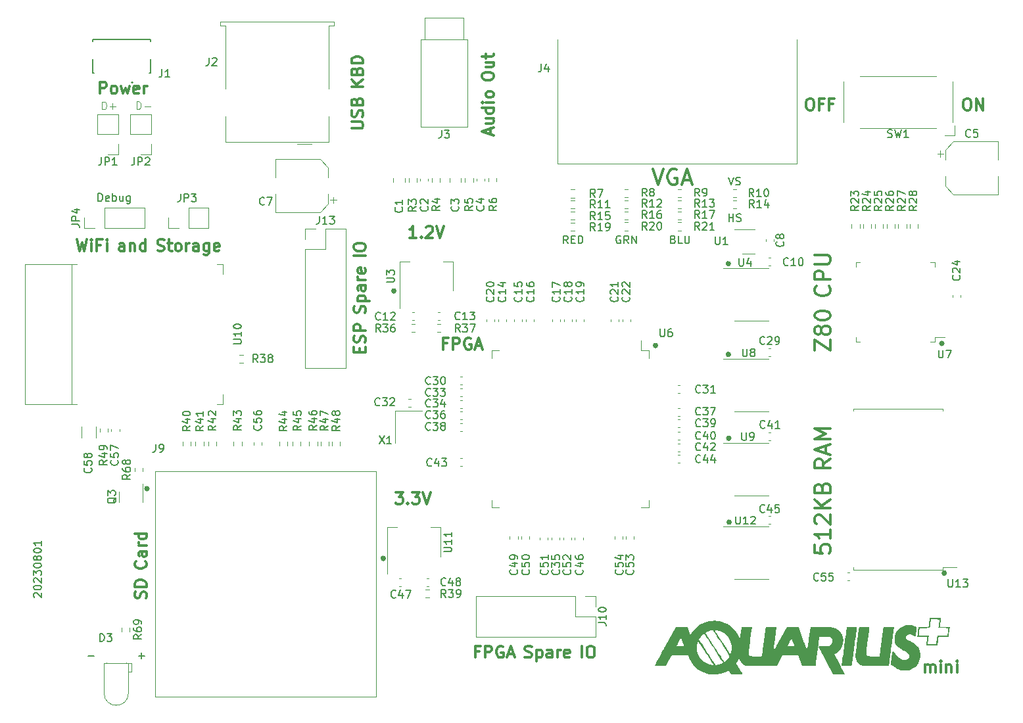
<source format=gto>
%TF.GenerationSoftware,KiCad,Pcbnew,(7.0.0)*%
%TF.CreationDate,2023-08-07T16:44:30-07:00*%
%TF.ProjectId,aquarius-plus,61717561-7269-4757-932d-706c75732e6b,rev?*%
%TF.SameCoordinates,Original*%
%TF.FileFunction,Legend,Top*%
%TF.FilePolarity,Positive*%
%FSLAX46Y46*%
G04 Gerber Fmt 4.6, Leading zero omitted, Abs format (unit mm)*
G04 Created by KiCad (PCBNEW (7.0.0)) date 2023-08-07 16:44:30*
%MOMM*%
%LPD*%
G01*
G04 APERTURE LIST*
%ADD10C,0.375000*%
%ADD11C,0.150000*%
%ADD12C,0.300000*%
%ADD13C,0.125000*%
%ADD14C,0.120000*%
%ADD15C,0.127000*%
%ADD16C,0.200000*%
G04 APERTURE END LIST*
D10*
X111329723Y-109879875D02*
G75*
G03*
X111329723Y-109879875I-187500J0D01*
G01*
X80905628Y-100890806D02*
G75*
G03*
X80905628Y-100890806I-187500J0D01*
G01*
X183583202Y-111771550D02*
G75*
G03*
X183583202Y-111771550I-187500J0D01*
G01*
X112701090Y-75433483D02*
G75*
G03*
X112701090Y-75433483I-187500J0D01*
G01*
X155787500Y-83600000D02*
G75*
G03*
X155787500Y-83600000I-187500J0D01*
G01*
X183271589Y-82185583D02*
G75*
G03*
X183271589Y-82185583I-187500J0D01*
G01*
X146391952Y-82448383D02*
G75*
G03*
X146391952Y-82448383I-187500J0D01*
G01*
X155887500Y-105200000D02*
G75*
G03*
X155887500Y-105200000I-187500J0D01*
G01*
X155787500Y-71900000D02*
G75*
G03*
X155787500Y-71900000I-187500J0D01*
G01*
X155837500Y-94392676D02*
G75*
G03*
X155837500Y-94392676I-187500J0D01*
G01*
D11*
X155617935Y-60773060D02*
X155951268Y-61773060D01*
X155951268Y-61773060D02*
X156284601Y-60773060D01*
X156570316Y-61725441D02*
X156713173Y-61773060D01*
X156713173Y-61773060D02*
X156951268Y-61773060D01*
X156951268Y-61773060D02*
X157046506Y-61725441D01*
X157046506Y-61725441D02*
X157094125Y-61677822D01*
X157094125Y-61677822D02*
X157141744Y-61582584D01*
X157141744Y-61582584D02*
X157141744Y-61487346D01*
X157141744Y-61487346D02*
X157094125Y-61392108D01*
X157094125Y-61392108D02*
X157046506Y-61344489D01*
X157046506Y-61344489D02*
X156951268Y-61296870D01*
X156951268Y-61296870D02*
X156760792Y-61249251D01*
X156760792Y-61249251D02*
X156665554Y-61201632D01*
X156665554Y-61201632D02*
X156617935Y-61154013D01*
X156617935Y-61154013D02*
X156570316Y-61058775D01*
X156570316Y-61058775D02*
X156570316Y-60963537D01*
X156570316Y-60963537D02*
X156617935Y-60868299D01*
X156617935Y-60868299D02*
X156665554Y-60820680D01*
X156665554Y-60820680D02*
X156760792Y-60773060D01*
X156760792Y-60773060D02*
X156998887Y-60773060D01*
X156998887Y-60773060D02*
X157141744Y-60820680D01*
X134953172Y-69316314D02*
X134619839Y-68840124D01*
X134381744Y-69316314D02*
X134381744Y-68316314D01*
X134381744Y-68316314D02*
X134762696Y-68316314D01*
X134762696Y-68316314D02*
X134857934Y-68363934D01*
X134857934Y-68363934D02*
X134905553Y-68411553D01*
X134905553Y-68411553D02*
X134953172Y-68506791D01*
X134953172Y-68506791D02*
X134953172Y-68649648D01*
X134953172Y-68649648D02*
X134905553Y-68744886D01*
X134905553Y-68744886D02*
X134857934Y-68792505D01*
X134857934Y-68792505D02*
X134762696Y-68840124D01*
X134762696Y-68840124D02*
X134381744Y-68840124D01*
X135381744Y-68792505D02*
X135715077Y-68792505D01*
X135857934Y-69316314D02*
X135381744Y-69316314D01*
X135381744Y-69316314D02*
X135381744Y-68316314D01*
X135381744Y-68316314D02*
X135857934Y-68316314D01*
X136286506Y-69316314D02*
X136286506Y-68316314D01*
X136286506Y-68316314D02*
X136524601Y-68316314D01*
X136524601Y-68316314D02*
X136667458Y-68363934D01*
X136667458Y-68363934D02*
X136762696Y-68459172D01*
X136762696Y-68459172D02*
X136810315Y-68554410D01*
X136810315Y-68554410D02*
X136857934Y-68744886D01*
X136857934Y-68744886D02*
X136857934Y-68887743D01*
X136857934Y-68887743D02*
X136810315Y-69078219D01*
X136810315Y-69078219D02*
X136762696Y-69173457D01*
X136762696Y-69173457D02*
X136667458Y-69268695D01*
X136667458Y-69268695D02*
X136524601Y-69316314D01*
X136524601Y-69316314D02*
X136286506Y-69316314D01*
D12*
X166734761Y-83061998D02*
X166734761Y-81728665D01*
X166734761Y-81728665D02*
X168734761Y-83061998D01*
X168734761Y-83061998D02*
X168734761Y-81728665D01*
X167591904Y-80681046D02*
X167496666Y-80871522D01*
X167496666Y-80871522D02*
X167401428Y-80966760D01*
X167401428Y-80966760D02*
X167210952Y-81061998D01*
X167210952Y-81061998D02*
X167115714Y-81061998D01*
X167115714Y-81061998D02*
X166925238Y-80966760D01*
X166925238Y-80966760D02*
X166830000Y-80871522D01*
X166830000Y-80871522D02*
X166734761Y-80681046D01*
X166734761Y-80681046D02*
X166734761Y-80300093D01*
X166734761Y-80300093D02*
X166830000Y-80109617D01*
X166830000Y-80109617D02*
X166925238Y-80014379D01*
X166925238Y-80014379D02*
X167115714Y-79919141D01*
X167115714Y-79919141D02*
X167210952Y-79919141D01*
X167210952Y-79919141D02*
X167401428Y-80014379D01*
X167401428Y-80014379D02*
X167496666Y-80109617D01*
X167496666Y-80109617D02*
X167591904Y-80300093D01*
X167591904Y-80300093D02*
X167591904Y-80681046D01*
X167591904Y-80681046D02*
X167687142Y-80871522D01*
X167687142Y-80871522D02*
X167782380Y-80966760D01*
X167782380Y-80966760D02*
X167972857Y-81061998D01*
X167972857Y-81061998D02*
X168353809Y-81061998D01*
X168353809Y-81061998D02*
X168544285Y-80966760D01*
X168544285Y-80966760D02*
X168639523Y-80871522D01*
X168639523Y-80871522D02*
X168734761Y-80681046D01*
X168734761Y-80681046D02*
X168734761Y-80300093D01*
X168734761Y-80300093D02*
X168639523Y-80109617D01*
X168639523Y-80109617D02*
X168544285Y-80014379D01*
X168544285Y-80014379D02*
X168353809Y-79919141D01*
X168353809Y-79919141D02*
X167972857Y-79919141D01*
X167972857Y-79919141D02*
X167782380Y-80014379D01*
X167782380Y-80014379D02*
X167687142Y-80109617D01*
X167687142Y-80109617D02*
X167591904Y-80300093D01*
X166734761Y-78681046D02*
X166734761Y-78490569D01*
X166734761Y-78490569D02*
X166830000Y-78300093D01*
X166830000Y-78300093D02*
X166925238Y-78204855D01*
X166925238Y-78204855D02*
X167115714Y-78109617D01*
X167115714Y-78109617D02*
X167496666Y-78014379D01*
X167496666Y-78014379D02*
X167972857Y-78014379D01*
X167972857Y-78014379D02*
X168353809Y-78109617D01*
X168353809Y-78109617D02*
X168544285Y-78204855D01*
X168544285Y-78204855D02*
X168639523Y-78300093D01*
X168639523Y-78300093D02*
X168734761Y-78490569D01*
X168734761Y-78490569D02*
X168734761Y-78681046D01*
X168734761Y-78681046D02*
X168639523Y-78871522D01*
X168639523Y-78871522D02*
X168544285Y-78966760D01*
X168544285Y-78966760D02*
X168353809Y-79061998D01*
X168353809Y-79061998D02*
X167972857Y-79157236D01*
X167972857Y-79157236D02*
X167496666Y-79157236D01*
X167496666Y-79157236D02*
X167115714Y-79061998D01*
X167115714Y-79061998D02*
X166925238Y-78966760D01*
X166925238Y-78966760D02*
X166830000Y-78871522D01*
X166830000Y-78871522D02*
X166734761Y-78681046D01*
X168544285Y-74814379D02*
X168639523Y-74909617D01*
X168639523Y-74909617D02*
X168734761Y-75195331D01*
X168734761Y-75195331D02*
X168734761Y-75385807D01*
X168734761Y-75385807D02*
X168639523Y-75671522D01*
X168639523Y-75671522D02*
X168449047Y-75861998D01*
X168449047Y-75861998D02*
X168258571Y-75957236D01*
X168258571Y-75957236D02*
X167877619Y-76052474D01*
X167877619Y-76052474D02*
X167591904Y-76052474D01*
X167591904Y-76052474D02*
X167210952Y-75957236D01*
X167210952Y-75957236D02*
X167020476Y-75861998D01*
X167020476Y-75861998D02*
X166830000Y-75671522D01*
X166830000Y-75671522D02*
X166734761Y-75385807D01*
X166734761Y-75385807D02*
X166734761Y-75195331D01*
X166734761Y-75195331D02*
X166830000Y-74909617D01*
X166830000Y-74909617D02*
X166925238Y-74814379D01*
X168734761Y-73957236D02*
X166734761Y-73957236D01*
X166734761Y-73957236D02*
X166734761Y-73195331D01*
X166734761Y-73195331D02*
X166830000Y-73004855D01*
X166830000Y-73004855D02*
X166925238Y-72909617D01*
X166925238Y-72909617D02*
X167115714Y-72814379D01*
X167115714Y-72814379D02*
X167401428Y-72814379D01*
X167401428Y-72814379D02*
X167591904Y-72909617D01*
X167591904Y-72909617D02*
X167687142Y-73004855D01*
X167687142Y-73004855D02*
X167782380Y-73195331D01*
X167782380Y-73195331D02*
X167782380Y-73957236D01*
X166734761Y-71957236D02*
X168353809Y-71957236D01*
X168353809Y-71957236D02*
X168544285Y-71861998D01*
X168544285Y-71861998D02*
X168639523Y-71766760D01*
X168639523Y-71766760D02*
X168734761Y-71576284D01*
X168734761Y-71576284D02*
X168734761Y-71195331D01*
X168734761Y-71195331D02*
X168639523Y-71004855D01*
X168639523Y-71004855D02*
X168544285Y-70909617D01*
X168544285Y-70909617D02*
X168353809Y-70814379D01*
X168353809Y-70814379D02*
X166734761Y-70814379D01*
X80579642Y-115014285D02*
X80651071Y-114800000D01*
X80651071Y-114800000D02*
X80651071Y-114442857D01*
X80651071Y-114442857D02*
X80579642Y-114300000D01*
X80579642Y-114300000D02*
X80508214Y-114228571D01*
X80508214Y-114228571D02*
X80365357Y-114157142D01*
X80365357Y-114157142D02*
X80222500Y-114157142D01*
X80222500Y-114157142D02*
X80079642Y-114228571D01*
X80079642Y-114228571D02*
X80008214Y-114300000D01*
X80008214Y-114300000D02*
X79936785Y-114442857D01*
X79936785Y-114442857D02*
X79865357Y-114728571D01*
X79865357Y-114728571D02*
X79793928Y-114871428D01*
X79793928Y-114871428D02*
X79722500Y-114942857D01*
X79722500Y-114942857D02*
X79579642Y-115014285D01*
X79579642Y-115014285D02*
X79436785Y-115014285D01*
X79436785Y-115014285D02*
X79293928Y-114942857D01*
X79293928Y-114942857D02*
X79222500Y-114871428D01*
X79222500Y-114871428D02*
X79151071Y-114728571D01*
X79151071Y-114728571D02*
X79151071Y-114371428D01*
X79151071Y-114371428D02*
X79222500Y-114157142D01*
X80651071Y-113514286D02*
X79151071Y-113514286D01*
X79151071Y-113514286D02*
X79151071Y-113157143D01*
X79151071Y-113157143D02*
X79222500Y-112942857D01*
X79222500Y-112942857D02*
X79365357Y-112800000D01*
X79365357Y-112800000D02*
X79508214Y-112728571D01*
X79508214Y-112728571D02*
X79793928Y-112657143D01*
X79793928Y-112657143D02*
X80008214Y-112657143D01*
X80008214Y-112657143D02*
X80293928Y-112728571D01*
X80293928Y-112728571D02*
X80436785Y-112800000D01*
X80436785Y-112800000D02*
X80579642Y-112942857D01*
X80579642Y-112942857D02*
X80651071Y-113157143D01*
X80651071Y-113157143D02*
X80651071Y-113514286D01*
X80508214Y-110257143D02*
X80579642Y-110328571D01*
X80579642Y-110328571D02*
X80651071Y-110542857D01*
X80651071Y-110542857D02*
X80651071Y-110685714D01*
X80651071Y-110685714D02*
X80579642Y-110900000D01*
X80579642Y-110900000D02*
X80436785Y-111042857D01*
X80436785Y-111042857D02*
X80293928Y-111114286D01*
X80293928Y-111114286D02*
X80008214Y-111185714D01*
X80008214Y-111185714D02*
X79793928Y-111185714D01*
X79793928Y-111185714D02*
X79508214Y-111114286D01*
X79508214Y-111114286D02*
X79365357Y-111042857D01*
X79365357Y-111042857D02*
X79222500Y-110900000D01*
X79222500Y-110900000D02*
X79151071Y-110685714D01*
X79151071Y-110685714D02*
X79151071Y-110542857D01*
X79151071Y-110542857D02*
X79222500Y-110328571D01*
X79222500Y-110328571D02*
X79293928Y-110257143D01*
X80651071Y-108971429D02*
X79865357Y-108971429D01*
X79865357Y-108971429D02*
X79722500Y-109042857D01*
X79722500Y-109042857D02*
X79651071Y-109185714D01*
X79651071Y-109185714D02*
X79651071Y-109471429D01*
X79651071Y-109471429D02*
X79722500Y-109614286D01*
X80579642Y-108971429D02*
X80651071Y-109114286D01*
X80651071Y-109114286D02*
X80651071Y-109471429D01*
X80651071Y-109471429D02*
X80579642Y-109614286D01*
X80579642Y-109614286D02*
X80436785Y-109685714D01*
X80436785Y-109685714D02*
X80293928Y-109685714D01*
X80293928Y-109685714D02*
X80151071Y-109614286D01*
X80151071Y-109614286D02*
X80079642Y-109471429D01*
X80079642Y-109471429D02*
X80079642Y-109114286D01*
X80079642Y-109114286D02*
X80008214Y-108971429D01*
X80651071Y-108257143D02*
X79651071Y-108257143D01*
X79936785Y-108257143D02*
X79793928Y-108185714D01*
X79793928Y-108185714D02*
X79722500Y-108114286D01*
X79722500Y-108114286D02*
X79651071Y-107971428D01*
X79651071Y-107971428D02*
X79651071Y-107828571D01*
X80651071Y-106685715D02*
X79151071Y-106685715D01*
X80579642Y-106685715D02*
X80651071Y-106828572D01*
X80651071Y-106828572D02*
X80651071Y-107114286D01*
X80651071Y-107114286D02*
X80579642Y-107257143D01*
X80579642Y-107257143D02*
X80508214Y-107328572D01*
X80508214Y-107328572D02*
X80365357Y-107400000D01*
X80365357Y-107400000D02*
X79936785Y-107400000D01*
X79936785Y-107400000D02*
X79793928Y-107328572D01*
X79793928Y-107328572D02*
X79722500Y-107257143D01*
X79722500Y-107257143D02*
X79651071Y-107114286D01*
X79651071Y-107114286D02*
X79651071Y-106828572D01*
X79651071Y-106828572D02*
X79722500Y-106685715D01*
D11*
X74452381Y-63867380D02*
X74452381Y-62867380D01*
X74452381Y-62867380D02*
X74690476Y-62867380D01*
X74690476Y-62867380D02*
X74833333Y-62915000D01*
X74833333Y-62915000D02*
X74928571Y-63010238D01*
X74928571Y-63010238D02*
X74976190Y-63105476D01*
X74976190Y-63105476D02*
X75023809Y-63295952D01*
X75023809Y-63295952D02*
X75023809Y-63438809D01*
X75023809Y-63438809D02*
X74976190Y-63629285D01*
X74976190Y-63629285D02*
X74928571Y-63724523D01*
X74928571Y-63724523D02*
X74833333Y-63819761D01*
X74833333Y-63819761D02*
X74690476Y-63867380D01*
X74690476Y-63867380D02*
X74452381Y-63867380D01*
X75833333Y-63819761D02*
X75738095Y-63867380D01*
X75738095Y-63867380D02*
X75547619Y-63867380D01*
X75547619Y-63867380D02*
X75452381Y-63819761D01*
X75452381Y-63819761D02*
X75404762Y-63724523D01*
X75404762Y-63724523D02*
X75404762Y-63343571D01*
X75404762Y-63343571D02*
X75452381Y-63248333D01*
X75452381Y-63248333D02*
X75547619Y-63200714D01*
X75547619Y-63200714D02*
X75738095Y-63200714D01*
X75738095Y-63200714D02*
X75833333Y-63248333D01*
X75833333Y-63248333D02*
X75880952Y-63343571D01*
X75880952Y-63343571D02*
X75880952Y-63438809D01*
X75880952Y-63438809D02*
X75404762Y-63534047D01*
X76309524Y-63867380D02*
X76309524Y-62867380D01*
X76309524Y-63248333D02*
X76404762Y-63200714D01*
X76404762Y-63200714D02*
X76595238Y-63200714D01*
X76595238Y-63200714D02*
X76690476Y-63248333D01*
X76690476Y-63248333D02*
X76738095Y-63295952D01*
X76738095Y-63295952D02*
X76785714Y-63391190D01*
X76785714Y-63391190D02*
X76785714Y-63676904D01*
X76785714Y-63676904D02*
X76738095Y-63772142D01*
X76738095Y-63772142D02*
X76690476Y-63819761D01*
X76690476Y-63819761D02*
X76595238Y-63867380D01*
X76595238Y-63867380D02*
X76404762Y-63867380D01*
X76404762Y-63867380D02*
X76309524Y-63819761D01*
X77642857Y-63200714D02*
X77642857Y-63867380D01*
X77214286Y-63200714D02*
X77214286Y-63724523D01*
X77214286Y-63724523D02*
X77261905Y-63819761D01*
X77261905Y-63819761D02*
X77357143Y-63867380D01*
X77357143Y-63867380D02*
X77500000Y-63867380D01*
X77500000Y-63867380D02*
X77595238Y-63819761D01*
X77595238Y-63819761D02*
X77642857Y-63772142D01*
X78547619Y-63200714D02*
X78547619Y-64010238D01*
X78547619Y-64010238D02*
X78500000Y-64105476D01*
X78500000Y-64105476D02*
X78452381Y-64153095D01*
X78452381Y-64153095D02*
X78357143Y-64200714D01*
X78357143Y-64200714D02*
X78214286Y-64200714D01*
X78214286Y-64200714D02*
X78119048Y-64153095D01*
X78547619Y-63819761D02*
X78452381Y-63867380D01*
X78452381Y-63867380D02*
X78261905Y-63867380D01*
X78261905Y-63867380D02*
X78166667Y-63819761D01*
X78166667Y-63819761D02*
X78119048Y-63772142D01*
X78119048Y-63772142D02*
X78071429Y-63676904D01*
X78071429Y-63676904D02*
X78071429Y-63391190D01*
X78071429Y-63391190D02*
X78119048Y-63295952D01*
X78119048Y-63295952D02*
X78166667Y-63248333D01*
X78166667Y-63248333D02*
X78261905Y-63200714D01*
X78261905Y-63200714D02*
X78452381Y-63200714D01*
X78452381Y-63200714D02*
X78547619Y-63248333D01*
D12*
X123500000Y-121865357D02*
X123000000Y-121865357D01*
X123000000Y-122651071D02*
X123000000Y-121151071D01*
X123000000Y-121151071D02*
X123714286Y-121151071D01*
X124285714Y-122651071D02*
X124285714Y-121151071D01*
X124285714Y-121151071D02*
X124857143Y-121151071D01*
X124857143Y-121151071D02*
X125000000Y-121222500D01*
X125000000Y-121222500D02*
X125071429Y-121293928D01*
X125071429Y-121293928D02*
X125142857Y-121436785D01*
X125142857Y-121436785D02*
X125142857Y-121651071D01*
X125142857Y-121651071D02*
X125071429Y-121793928D01*
X125071429Y-121793928D02*
X125000000Y-121865357D01*
X125000000Y-121865357D02*
X124857143Y-121936785D01*
X124857143Y-121936785D02*
X124285714Y-121936785D01*
X126571429Y-121222500D02*
X126428572Y-121151071D01*
X126428572Y-121151071D02*
X126214286Y-121151071D01*
X126214286Y-121151071D02*
X126000000Y-121222500D01*
X126000000Y-121222500D02*
X125857143Y-121365357D01*
X125857143Y-121365357D02*
X125785714Y-121508214D01*
X125785714Y-121508214D02*
X125714286Y-121793928D01*
X125714286Y-121793928D02*
X125714286Y-122008214D01*
X125714286Y-122008214D02*
X125785714Y-122293928D01*
X125785714Y-122293928D02*
X125857143Y-122436785D01*
X125857143Y-122436785D02*
X126000000Y-122579642D01*
X126000000Y-122579642D02*
X126214286Y-122651071D01*
X126214286Y-122651071D02*
X126357143Y-122651071D01*
X126357143Y-122651071D02*
X126571429Y-122579642D01*
X126571429Y-122579642D02*
X126642857Y-122508214D01*
X126642857Y-122508214D02*
X126642857Y-122008214D01*
X126642857Y-122008214D02*
X126357143Y-122008214D01*
X127214286Y-122222500D02*
X127928572Y-122222500D01*
X127071429Y-122651071D02*
X127571429Y-121151071D01*
X127571429Y-121151071D02*
X128071429Y-122651071D01*
X129400000Y-122579642D02*
X129614286Y-122651071D01*
X129614286Y-122651071D02*
X129971428Y-122651071D01*
X129971428Y-122651071D02*
X130114286Y-122579642D01*
X130114286Y-122579642D02*
X130185714Y-122508214D01*
X130185714Y-122508214D02*
X130257143Y-122365357D01*
X130257143Y-122365357D02*
X130257143Y-122222500D01*
X130257143Y-122222500D02*
X130185714Y-122079642D01*
X130185714Y-122079642D02*
X130114286Y-122008214D01*
X130114286Y-122008214D02*
X129971428Y-121936785D01*
X129971428Y-121936785D02*
X129685714Y-121865357D01*
X129685714Y-121865357D02*
X129542857Y-121793928D01*
X129542857Y-121793928D02*
X129471428Y-121722500D01*
X129471428Y-121722500D02*
X129400000Y-121579642D01*
X129400000Y-121579642D02*
X129400000Y-121436785D01*
X129400000Y-121436785D02*
X129471428Y-121293928D01*
X129471428Y-121293928D02*
X129542857Y-121222500D01*
X129542857Y-121222500D02*
X129685714Y-121151071D01*
X129685714Y-121151071D02*
X130042857Y-121151071D01*
X130042857Y-121151071D02*
X130257143Y-121222500D01*
X130899999Y-121651071D02*
X130899999Y-123151071D01*
X130899999Y-121722500D02*
X131042857Y-121651071D01*
X131042857Y-121651071D02*
X131328571Y-121651071D01*
X131328571Y-121651071D02*
X131471428Y-121722500D01*
X131471428Y-121722500D02*
X131542857Y-121793928D01*
X131542857Y-121793928D02*
X131614285Y-121936785D01*
X131614285Y-121936785D02*
X131614285Y-122365357D01*
X131614285Y-122365357D02*
X131542857Y-122508214D01*
X131542857Y-122508214D02*
X131471428Y-122579642D01*
X131471428Y-122579642D02*
X131328571Y-122651071D01*
X131328571Y-122651071D02*
X131042857Y-122651071D01*
X131042857Y-122651071D02*
X130899999Y-122579642D01*
X132900000Y-122651071D02*
X132900000Y-121865357D01*
X132900000Y-121865357D02*
X132828571Y-121722500D01*
X132828571Y-121722500D02*
X132685714Y-121651071D01*
X132685714Y-121651071D02*
X132400000Y-121651071D01*
X132400000Y-121651071D02*
X132257142Y-121722500D01*
X132900000Y-122579642D02*
X132757142Y-122651071D01*
X132757142Y-122651071D02*
X132400000Y-122651071D01*
X132400000Y-122651071D02*
X132257142Y-122579642D01*
X132257142Y-122579642D02*
X132185714Y-122436785D01*
X132185714Y-122436785D02*
X132185714Y-122293928D01*
X132185714Y-122293928D02*
X132257142Y-122151071D01*
X132257142Y-122151071D02*
X132400000Y-122079642D01*
X132400000Y-122079642D02*
X132757142Y-122079642D01*
X132757142Y-122079642D02*
X132900000Y-122008214D01*
X133614285Y-122651071D02*
X133614285Y-121651071D01*
X133614285Y-121936785D02*
X133685714Y-121793928D01*
X133685714Y-121793928D02*
X133757143Y-121722500D01*
X133757143Y-121722500D02*
X133900000Y-121651071D01*
X133900000Y-121651071D02*
X134042857Y-121651071D01*
X135114285Y-122579642D02*
X134971428Y-122651071D01*
X134971428Y-122651071D02*
X134685714Y-122651071D01*
X134685714Y-122651071D02*
X134542856Y-122579642D01*
X134542856Y-122579642D02*
X134471428Y-122436785D01*
X134471428Y-122436785D02*
X134471428Y-121865357D01*
X134471428Y-121865357D02*
X134542856Y-121722500D01*
X134542856Y-121722500D02*
X134685714Y-121651071D01*
X134685714Y-121651071D02*
X134971428Y-121651071D01*
X134971428Y-121651071D02*
X135114285Y-121722500D01*
X135114285Y-121722500D02*
X135185714Y-121865357D01*
X135185714Y-121865357D02*
X135185714Y-122008214D01*
X135185714Y-122008214D02*
X134471428Y-122151071D01*
X136728570Y-122651071D02*
X136728570Y-121151071D01*
X137728571Y-121151071D02*
X138014285Y-121151071D01*
X138014285Y-121151071D02*
X138157142Y-121222500D01*
X138157142Y-121222500D02*
X138299999Y-121365357D01*
X138299999Y-121365357D02*
X138371428Y-121651071D01*
X138371428Y-121651071D02*
X138371428Y-122151071D01*
X138371428Y-122151071D02*
X138299999Y-122436785D01*
X138299999Y-122436785D02*
X138157142Y-122579642D01*
X138157142Y-122579642D02*
X138014285Y-122651071D01*
X138014285Y-122651071D02*
X137728571Y-122651071D01*
X137728571Y-122651071D02*
X137585714Y-122579642D01*
X137585714Y-122579642D02*
X137442856Y-122436785D01*
X137442856Y-122436785D02*
X137371428Y-122151071D01*
X137371428Y-122151071D02*
X137371428Y-121651071D01*
X137371428Y-121651071D02*
X137442856Y-121365357D01*
X137442856Y-121365357D02*
X137585714Y-121222500D01*
X137585714Y-121222500D02*
X137728571Y-121151071D01*
D11*
X73106224Y-122413840D02*
X73868129Y-122413840D01*
D12*
X71714285Y-68801071D02*
X72071428Y-70301071D01*
X72071428Y-70301071D02*
X72357142Y-69229642D01*
X72357142Y-69229642D02*
X72642857Y-70301071D01*
X72642857Y-70301071D02*
X73000000Y-68801071D01*
X73571428Y-70301071D02*
X73571428Y-69301071D01*
X73571428Y-68801071D02*
X73500000Y-68872500D01*
X73500000Y-68872500D02*
X73571428Y-68943928D01*
X73571428Y-68943928D02*
X73642857Y-68872500D01*
X73642857Y-68872500D02*
X73571428Y-68801071D01*
X73571428Y-68801071D02*
X73571428Y-68943928D01*
X74785714Y-69515357D02*
X74285714Y-69515357D01*
X74285714Y-70301071D02*
X74285714Y-68801071D01*
X74285714Y-68801071D02*
X75000000Y-68801071D01*
X75571428Y-70301071D02*
X75571428Y-69301071D01*
X75571428Y-68801071D02*
X75500000Y-68872500D01*
X75500000Y-68872500D02*
X75571428Y-68943928D01*
X75571428Y-68943928D02*
X75642857Y-68872500D01*
X75642857Y-68872500D02*
X75571428Y-68801071D01*
X75571428Y-68801071D02*
X75571428Y-68943928D01*
X77828572Y-70301071D02*
X77828572Y-69515357D01*
X77828572Y-69515357D02*
X77757143Y-69372500D01*
X77757143Y-69372500D02*
X77614286Y-69301071D01*
X77614286Y-69301071D02*
X77328572Y-69301071D01*
X77328572Y-69301071D02*
X77185714Y-69372500D01*
X77828572Y-70229642D02*
X77685714Y-70301071D01*
X77685714Y-70301071D02*
X77328572Y-70301071D01*
X77328572Y-70301071D02*
X77185714Y-70229642D01*
X77185714Y-70229642D02*
X77114286Y-70086785D01*
X77114286Y-70086785D02*
X77114286Y-69943928D01*
X77114286Y-69943928D02*
X77185714Y-69801071D01*
X77185714Y-69801071D02*
X77328572Y-69729642D01*
X77328572Y-69729642D02*
X77685714Y-69729642D01*
X77685714Y-69729642D02*
X77828572Y-69658214D01*
X78542857Y-69301071D02*
X78542857Y-70301071D01*
X78542857Y-69443928D02*
X78614286Y-69372500D01*
X78614286Y-69372500D02*
X78757143Y-69301071D01*
X78757143Y-69301071D02*
X78971429Y-69301071D01*
X78971429Y-69301071D02*
X79114286Y-69372500D01*
X79114286Y-69372500D02*
X79185715Y-69515357D01*
X79185715Y-69515357D02*
X79185715Y-70301071D01*
X80542858Y-70301071D02*
X80542858Y-68801071D01*
X80542858Y-70229642D02*
X80400000Y-70301071D01*
X80400000Y-70301071D02*
X80114286Y-70301071D01*
X80114286Y-70301071D02*
X79971429Y-70229642D01*
X79971429Y-70229642D02*
X79900000Y-70158214D01*
X79900000Y-70158214D02*
X79828572Y-70015357D01*
X79828572Y-70015357D02*
X79828572Y-69586785D01*
X79828572Y-69586785D02*
X79900000Y-69443928D01*
X79900000Y-69443928D02*
X79971429Y-69372500D01*
X79971429Y-69372500D02*
X80114286Y-69301071D01*
X80114286Y-69301071D02*
X80400000Y-69301071D01*
X80400000Y-69301071D02*
X80542858Y-69372500D01*
X82085715Y-70229642D02*
X82300001Y-70301071D01*
X82300001Y-70301071D02*
X82657143Y-70301071D01*
X82657143Y-70301071D02*
X82800001Y-70229642D01*
X82800001Y-70229642D02*
X82871429Y-70158214D01*
X82871429Y-70158214D02*
X82942858Y-70015357D01*
X82942858Y-70015357D02*
X82942858Y-69872500D01*
X82942858Y-69872500D02*
X82871429Y-69729642D01*
X82871429Y-69729642D02*
X82800001Y-69658214D01*
X82800001Y-69658214D02*
X82657143Y-69586785D01*
X82657143Y-69586785D02*
X82371429Y-69515357D01*
X82371429Y-69515357D02*
X82228572Y-69443928D01*
X82228572Y-69443928D02*
X82157143Y-69372500D01*
X82157143Y-69372500D02*
X82085715Y-69229642D01*
X82085715Y-69229642D02*
X82085715Y-69086785D01*
X82085715Y-69086785D02*
X82157143Y-68943928D01*
X82157143Y-68943928D02*
X82228572Y-68872500D01*
X82228572Y-68872500D02*
X82371429Y-68801071D01*
X82371429Y-68801071D02*
X82728572Y-68801071D01*
X82728572Y-68801071D02*
X82942858Y-68872500D01*
X83371429Y-69301071D02*
X83942857Y-69301071D01*
X83585714Y-68801071D02*
X83585714Y-70086785D01*
X83585714Y-70086785D02*
X83657143Y-70229642D01*
X83657143Y-70229642D02*
X83800000Y-70301071D01*
X83800000Y-70301071D02*
X83942857Y-70301071D01*
X84657143Y-70301071D02*
X84514286Y-70229642D01*
X84514286Y-70229642D02*
X84442857Y-70158214D01*
X84442857Y-70158214D02*
X84371429Y-70015357D01*
X84371429Y-70015357D02*
X84371429Y-69586785D01*
X84371429Y-69586785D02*
X84442857Y-69443928D01*
X84442857Y-69443928D02*
X84514286Y-69372500D01*
X84514286Y-69372500D02*
X84657143Y-69301071D01*
X84657143Y-69301071D02*
X84871429Y-69301071D01*
X84871429Y-69301071D02*
X85014286Y-69372500D01*
X85014286Y-69372500D02*
X85085715Y-69443928D01*
X85085715Y-69443928D02*
X85157143Y-69586785D01*
X85157143Y-69586785D02*
X85157143Y-70015357D01*
X85157143Y-70015357D02*
X85085715Y-70158214D01*
X85085715Y-70158214D02*
X85014286Y-70229642D01*
X85014286Y-70229642D02*
X84871429Y-70301071D01*
X84871429Y-70301071D02*
X84657143Y-70301071D01*
X85800000Y-70301071D02*
X85800000Y-69301071D01*
X85800000Y-69586785D02*
X85871429Y-69443928D01*
X85871429Y-69443928D02*
X85942858Y-69372500D01*
X85942858Y-69372500D02*
X86085715Y-69301071D01*
X86085715Y-69301071D02*
X86228572Y-69301071D01*
X87371429Y-70301071D02*
X87371429Y-69515357D01*
X87371429Y-69515357D02*
X87300000Y-69372500D01*
X87300000Y-69372500D02*
X87157143Y-69301071D01*
X87157143Y-69301071D02*
X86871429Y-69301071D01*
X86871429Y-69301071D02*
X86728571Y-69372500D01*
X87371429Y-70229642D02*
X87228571Y-70301071D01*
X87228571Y-70301071D02*
X86871429Y-70301071D01*
X86871429Y-70301071D02*
X86728571Y-70229642D01*
X86728571Y-70229642D02*
X86657143Y-70086785D01*
X86657143Y-70086785D02*
X86657143Y-69943928D01*
X86657143Y-69943928D02*
X86728571Y-69801071D01*
X86728571Y-69801071D02*
X86871429Y-69729642D01*
X86871429Y-69729642D02*
X87228571Y-69729642D01*
X87228571Y-69729642D02*
X87371429Y-69658214D01*
X88728572Y-69301071D02*
X88728572Y-70515357D01*
X88728572Y-70515357D02*
X88657143Y-70658214D01*
X88657143Y-70658214D02*
X88585714Y-70729642D01*
X88585714Y-70729642D02*
X88442857Y-70801071D01*
X88442857Y-70801071D02*
X88228572Y-70801071D01*
X88228572Y-70801071D02*
X88085714Y-70729642D01*
X88728572Y-70229642D02*
X88585714Y-70301071D01*
X88585714Y-70301071D02*
X88300000Y-70301071D01*
X88300000Y-70301071D02*
X88157143Y-70229642D01*
X88157143Y-70229642D02*
X88085714Y-70158214D01*
X88085714Y-70158214D02*
X88014286Y-70015357D01*
X88014286Y-70015357D02*
X88014286Y-69586785D01*
X88014286Y-69586785D02*
X88085714Y-69443928D01*
X88085714Y-69443928D02*
X88157143Y-69372500D01*
X88157143Y-69372500D02*
X88300000Y-69301071D01*
X88300000Y-69301071D02*
X88585714Y-69301071D01*
X88585714Y-69301071D02*
X88728572Y-69372500D01*
X90014286Y-70229642D02*
X89871429Y-70301071D01*
X89871429Y-70301071D02*
X89585715Y-70301071D01*
X89585715Y-70301071D02*
X89442857Y-70229642D01*
X89442857Y-70229642D02*
X89371429Y-70086785D01*
X89371429Y-70086785D02*
X89371429Y-69515357D01*
X89371429Y-69515357D02*
X89442857Y-69372500D01*
X89442857Y-69372500D02*
X89585715Y-69301071D01*
X89585715Y-69301071D02*
X89871429Y-69301071D01*
X89871429Y-69301071D02*
X90014286Y-69372500D01*
X90014286Y-69372500D02*
X90085715Y-69515357D01*
X90085715Y-69515357D02*
X90085715Y-69658214D01*
X90085715Y-69658214D02*
X89371429Y-69801071D01*
X186223512Y-50632421D02*
X186509226Y-50632421D01*
X186509226Y-50632421D02*
X186652083Y-50703850D01*
X186652083Y-50703850D02*
X186794940Y-50846707D01*
X186794940Y-50846707D02*
X186866369Y-51132421D01*
X186866369Y-51132421D02*
X186866369Y-51632421D01*
X186866369Y-51632421D02*
X186794940Y-51918135D01*
X186794940Y-51918135D02*
X186652083Y-52060992D01*
X186652083Y-52060992D02*
X186509226Y-52132421D01*
X186509226Y-52132421D02*
X186223512Y-52132421D01*
X186223512Y-52132421D02*
X186080655Y-52060992D01*
X186080655Y-52060992D02*
X185937797Y-51918135D01*
X185937797Y-51918135D02*
X185866369Y-51632421D01*
X185866369Y-51632421D02*
X185866369Y-51132421D01*
X185866369Y-51132421D02*
X185937797Y-50846707D01*
X185937797Y-50846707D02*
X186080655Y-50703850D01*
X186080655Y-50703850D02*
X186223512Y-50632421D01*
X187509226Y-52132421D02*
X187509226Y-50632421D01*
X187509226Y-50632421D02*
X188366369Y-52132421D01*
X188366369Y-52132421D02*
X188366369Y-50632421D01*
X115407581Y-68601784D02*
X114550438Y-68601784D01*
X114979009Y-68601784D02*
X114979009Y-67101784D01*
X114979009Y-67101784D02*
X114836152Y-67316070D01*
X114836152Y-67316070D02*
X114693295Y-67458927D01*
X114693295Y-67458927D02*
X114550438Y-67530355D01*
X116050437Y-68458927D02*
X116121866Y-68530355D01*
X116121866Y-68530355D02*
X116050437Y-68601784D01*
X116050437Y-68601784D02*
X115979009Y-68530355D01*
X115979009Y-68530355D02*
X116050437Y-68458927D01*
X116050437Y-68458927D02*
X116050437Y-68601784D01*
X116693295Y-67244641D02*
X116764723Y-67173213D01*
X116764723Y-67173213D02*
X116907581Y-67101784D01*
X116907581Y-67101784D02*
X117264723Y-67101784D01*
X117264723Y-67101784D02*
X117407581Y-67173213D01*
X117407581Y-67173213D02*
X117479009Y-67244641D01*
X117479009Y-67244641D02*
X117550438Y-67387498D01*
X117550438Y-67387498D02*
X117550438Y-67530355D01*
X117550438Y-67530355D02*
X117479009Y-67744641D01*
X117479009Y-67744641D02*
X116621866Y-68601784D01*
X116621866Y-68601784D02*
X117550438Y-68601784D01*
X117979009Y-67101784D02*
X118479009Y-68601784D01*
X118479009Y-68601784D02*
X118979009Y-67101784D01*
D13*
X74931168Y-52037731D02*
X74931168Y-51037731D01*
X74931168Y-51037731D02*
X75169263Y-51037731D01*
X75169263Y-51037731D02*
X75312120Y-51085351D01*
X75312120Y-51085351D02*
X75407358Y-51180589D01*
X75407358Y-51180589D02*
X75454977Y-51275827D01*
X75454977Y-51275827D02*
X75502596Y-51466303D01*
X75502596Y-51466303D02*
X75502596Y-51609160D01*
X75502596Y-51609160D02*
X75454977Y-51799636D01*
X75454977Y-51799636D02*
X75407358Y-51894874D01*
X75407358Y-51894874D02*
X75312120Y-51990112D01*
X75312120Y-51990112D02*
X75169263Y-52037731D01*
X75169263Y-52037731D02*
X74931168Y-52037731D01*
X75931168Y-51656779D02*
X76693073Y-51656779D01*
X76312120Y-52037731D02*
X76312120Y-51275827D01*
D12*
X112735714Y-101351071D02*
X113664286Y-101351071D01*
X113664286Y-101351071D02*
X113164286Y-101922500D01*
X113164286Y-101922500D02*
X113378571Y-101922500D01*
X113378571Y-101922500D02*
X113521429Y-101993928D01*
X113521429Y-101993928D02*
X113592857Y-102065357D01*
X113592857Y-102065357D02*
X113664286Y-102208214D01*
X113664286Y-102208214D02*
X113664286Y-102565357D01*
X113664286Y-102565357D02*
X113592857Y-102708214D01*
X113592857Y-102708214D02*
X113521429Y-102779642D01*
X113521429Y-102779642D02*
X113378571Y-102851071D01*
X113378571Y-102851071D02*
X112950000Y-102851071D01*
X112950000Y-102851071D02*
X112807143Y-102779642D01*
X112807143Y-102779642D02*
X112735714Y-102708214D01*
X114307142Y-102708214D02*
X114378571Y-102779642D01*
X114378571Y-102779642D02*
X114307142Y-102851071D01*
X114307142Y-102851071D02*
X114235714Y-102779642D01*
X114235714Y-102779642D02*
X114307142Y-102708214D01*
X114307142Y-102708214D02*
X114307142Y-102851071D01*
X114878571Y-101351071D02*
X115807143Y-101351071D01*
X115807143Y-101351071D02*
X115307143Y-101922500D01*
X115307143Y-101922500D02*
X115521428Y-101922500D01*
X115521428Y-101922500D02*
X115664286Y-101993928D01*
X115664286Y-101993928D02*
X115735714Y-102065357D01*
X115735714Y-102065357D02*
X115807143Y-102208214D01*
X115807143Y-102208214D02*
X115807143Y-102565357D01*
X115807143Y-102565357D02*
X115735714Y-102708214D01*
X115735714Y-102708214D02*
X115664286Y-102779642D01*
X115664286Y-102779642D02*
X115521428Y-102851071D01*
X115521428Y-102851071D02*
X115092857Y-102851071D01*
X115092857Y-102851071D02*
X114950000Y-102779642D01*
X114950000Y-102779642D02*
X114878571Y-102708214D01*
X116235714Y-101351071D02*
X116735714Y-102851071D01*
X116735714Y-102851071D02*
X117235714Y-101351071D01*
X124932500Y-55214285D02*
X124932500Y-54500000D01*
X125361071Y-55357142D02*
X123861071Y-54857142D01*
X123861071Y-54857142D02*
X125361071Y-54357142D01*
X124361071Y-53214286D02*
X125361071Y-53214286D01*
X124361071Y-53857143D02*
X125146785Y-53857143D01*
X125146785Y-53857143D02*
X125289642Y-53785714D01*
X125289642Y-53785714D02*
X125361071Y-53642857D01*
X125361071Y-53642857D02*
X125361071Y-53428571D01*
X125361071Y-53428571D02*
X125289642Y-53285714D01*
X125289642Y-53285714D02*
X125218214Y-53214286D01*
X125361071Y-51857143D02*
X123861071Y-51857143D01*
X125289642Y-51857143D02*
X125361071Y-52000000D01*
X125361071Y-52000000D02*
X125361071Y-52285714D01*
X125361071Y-52285714D02*
X125289642Y-52428571D01*
X125289642Y-52428571D02*
X125218214Y-52500000D01*
X125218214Y-52500000D02*
X125075357Y-52571428D01*
X125075357Y-52571428D02*
X124646785Y-52571428D01*
X124646785Y-52571428D02*
X124503928Y-52500000D01*
X124503928Y-52500000D02*
X124432500Y-52428571D01*
X124432500Y-52428571D02*
X124361071Y-52285714D01*
X124361071Y-52285714D02*
X124361071Y-52000000D01*
X124361071Y-52000000D02*
X124432500Y-51857143D01*
X125361071Y-51142857D02*
X124361071Y-51142857D01*
X123861071Y-51142857D02*
X123932500Y-51214285D01*
X123932500Y-51214285D02*
X124003928Y-51142857D01*
X124003928Y-51142857D02*
X123932500Y-51071428D01*
X123932500Y-51071428D02*
X123861071Y-51142857D01*
X123861071Y-51142857D02*
X124003928Y-51142857D01*
X125361071Y-50214285D02*
X125289642Y-50357142D01*
X125289642Y-50357142D02*
X125218214Y-50428571D01*
X125218214Y-50428571D02*
X125075357Y-50499999D01*
X125075357Y-50499999D02*
X124646785Y-50499999D01*
X124646785Y-50499999D02*
X124503928Y-50428571D01*
X124503928Y-50428571D02*
X124432500Y-50357142D01*
X124432500Y-50357142D02*
X124361071Y-50214285D01*
X124361071Y-50214285D02*
X124361071Y-49999999D01*
X124361071Y-49999999D02*
X124432500Y-49857142D01*
X124432500Y-49857142D02*
X124503928Y-49785714D01*
X124503928Y-49785714D02*
X124646785Y-49714285D01*
X124646785Y-49714285D02*
X125075357Y-49714285D01*
X125075357Y-49714285D02*
X125218214Y-49785714D01*
X125218214Y-49785714D02*
X125289642Y-49857142D01*
X125289642Y-49857142D02*
X125361071Y-49999999D01*
X125361071Y-49999999D02*
X125361071Y-50214285D01*
X123861071Y-47885713D02*
X123861071Y-47599999D01*
X123861071Y-47599999D02*
X123932500Y-47457142D01*
X123932500Y-47457142D02*
X124075357Y-47314285D01*
X124075357Y-47314285D02*
X124361071Y-47242856D01*
X124361071Y-47242856D02*
X124861071Y-47242856D01*
X124861071Y-47242856D02*
X125146785Y-47314285D01*
X125146785Y-47314285D02*
X125289642Y-47457142D01*
X125289642Y-47457142D02*
X125361071Y-47599999D01*
X125361071Y-47599999D02*
X125361071Y-47885713D01*
X125361071Y-47885713D02*
X125289642Y-48028571D01*
X125289642Y-48028571D02*
X125146785Y-48171428D01*
X125146785Y-48171428D02*
X124861071Y-48242856D01*
X124861071Y-48242856D02*
X124361071Y-48242856D01*
X124361071Y-48242856D02*
X124075357Y-48171428D01*
X124075357Y-48171428D02*
X123932500Y-48028571D01*
X123932500Y-48028571D02*
X123861071Y-47885713D01*
X124361071Y-45957142D02*
X125361071Y-45957142D01*
X124361071Y-46599999D02*
X125146785Y-46599999D01*
X125146785Y-46599999D02*
X125289642Y-46528570D01*
X125289642Y-46528570D02*
X125361071Y-46385713D01*
X125361071Y-46385713D02*
X125361071Y-46171427D01*
X125361071Y-46171427D02*
X125289642Y-46028570D01*
X125289642Y-46028570D02*
X125218214Y-45957142D01*
X124361071Y-45457141D02*
X124361071Y-44885713D01*
X123861071Y-45242856D02*
X125146785Y-45242856D01*
X125146785Y-45242856D02*
X125289642Y-45171427D01*
X125289642Y-45171427D02*
X125361071Y-45028570D01*
X125361071Y-45028570D02*
X125361071Y-44885713D01*
D11*
X155665554Y-66480986D02*
X155665554Y-65480986D01*
X155665554Y-65957177D02*
X156236982Y-65957177D01*
X156236982Y-66480986D02*
X156236982Y-65480986D01*
X156665554Y-66433367D02*
X156808411Y-66480986D01*
X156808411Y-66480986D02*
X157046506Y-66480986D01*
X157046506Y-66480986D02*
X157141744Y-66433367D01*
X157141744Y-66433367D02*
X157189363Y-66385748D01*
X157189363Y-66385748D02*
X157236982Y-66290510D01*
X157236982Y-66290510D02*
X157236982Y-66195272D01*
X157236982Y-66195272D02*
X157189363Y-66100034D01*
X157189363Y-66100034D02*
X157141744Y-66052415D01*
X157141744Y-66052415D02*
X157046506Y-66004796D01*
X157046506Y-66004796D02*
X156856030Y-65957177D01*
X156856030Y-65957177D02*
X156760792Y-65909558D01*
X156760792Y-65909558D02*
X156713173Y-65861939D01*
X156713173Y-65861939D02*
X156665554Y-65766701D01*
X156665554Y-65766701D02*
X156665554Y-65671463D01*
X156665554Y-65671463D02*
X156713173Y-65576225D01*
X156713173Y-65576225D02*
X156760792Y-65528606D01*
X156760792Y-65528606D02*
X156856030Y-65480986D01*
X156856030Y-65480986D02*
X157094125Y-65480986D01*
X157094125Y-65480986D02*
X157236982Y-65528606D01*
D12*
X119365576Y-82166748D02*
X118865576Y-82166748D01*
X118865576Y-82952462D02*
X118865576Y-81452462D01*
X118865576Y-81452462D02*
X119579862Y-81452462D01*
X120151290Y-82952462D02*
X120151290Y-81452462D01*
X120151290Y-81452462D02*
X120722719Y-81452462D01*
X120722719Y-81452462D02*
X120865576Y-81523891D01*
X120865576Y-81523891D02*
X120937005Y-81595319D01*
X120937005Y-81595319D02*
X121008433Y-81738176D01*
X121008433Y-81738176D02*
X121008433Y-81952462D01*
X121008433Y-81952462D02*
X120937005Y-82095319D01*
X120937005Y-82095319D02*
X120865576Y-82166748D01*
X120865576Y-82166748D02*
X120722719Y-82238176D01*
X120722719Y-82238176D02*
X120151290Y-82238176D01*
X122437005Y-81523891D02*
X122294148Y-81452462D01*
X122294148Y-81452462D02*
X122079862Y-81452462D01*
X122079862Y-81452462D02*
X121865576Y-81523891D01*
X121865576Y-81523891D02*
X121722719Y-81666748D01*
X121722719Y-81666748D02*
X121651290Y-81809605D01*
X121651290Y-81809605D02*
X121579862Y-82095319D01*
X121579862Y-82095319D02*
X121579862Y-82309605D01*
X121579862Y-82309605D02*
X121651290Y-82595319D01*
X121651290Y-82595319D02*
X121722719Y-82738176D01*
X121722719Y-82738176D02*
X121865576Y-82881033D01*
X121865576Y-82881033D02*
X122079862Y-82952462D01*
X122079862Y-82952462D02*
X122222719Y-82952462D01*
X122222719Y-82952462D02*
X122437005Y-82881033D01*
X122437005Y-82881033D02*
X122508433Y-82809605D01*
X122508433Y-82809605D02*
X122508433Y-82309605D01*
X122508433Y-82309605D02*
X122222719Y-82309605D01*
X123079862Y-82523891D02*
X123794148Y-82523891D01*
X122937005Y-82952462D02*
X123437005Y-81452462D01*
X123437005Y-81452462D02*
X123937005Y-82952462D01*
D11*
X141713913Y-68363934D02*
X141618675Y-68316314D01*
X141618675Y-68316314D02*
X141475818Y-68316314D01*
X141475818Y-68316314D02*
X141332961Y-68363934D01*
X141332961Y-68363934D02*
X141237723Y-68459172D01*
X141237723Y-68459172D02*
X141190104Y-68554410D01*
X141190104Y-68554410D02*
X141142485Y-68744886D01*
X141142485Y-68744886D02*
X141142485Y-68887743D01*
X141142485Y-68887743D02*
X141190104Y-69078219D01*
X141190104Y-69078219D02*
X141237723Y-69173457D01*
X141237723Y-69173457D02*
X141332961Y-69268695D01*
X141332961Y-69268695D02*
X141475818Y-69316314D01*
X141475818Y-69316314D02*
X141571056Y-69316314D01*
X141571056Y-69316314D02*
X141713913Y-69268695D01*
X141713913Y-69268695D02*
X141761532Y-69221076D01*
X141761532Y-69221076D02*
X141761532Y-68887743D01*
X141761532Y-68887743D02*
X141571056Y-68887743D01*
X142761532Y-69316314D02*
X142428199Y-68840124D01*
X142190104Y-69316314D02*
X142190104Y-68316314D01*
X142190104Y-68316314D02*
X142571056Y-68316314D01*
X142571056Y-68316314D02*
X142666294Y-68363934D01*
X142666294Y-68363934D02*
X142713913Y-68411553D01*
X142713913Y-68411553D02*
X142761532Y-68506791D01*
X142761532Y-68506791D02*
X142761532Y-68649648D01*
X142761532Y-68649648D02*
X142713913Y-68744886D01*
X142713913Y-68744886D02*
X142666294Y-68792505D01*
X142666294Y-68792505D02*
X142571056Y-68840124D01*
X142571056Y-68840124D02*
X142190104Y-68840124D01*
X143190104Y-69316314D02*
X143190104Y-68316314D01*
X143190104Y-68316314D02*
X143761532Y-69316314D01*
X143761532Y-69316314D02*
X143761532Y-68316314D01*
D13*
X79388095Y-52017380D02*
X79388095Y-51017380D01*
X79388095Y-51017380D02*
X79626190Y-51017380D01*
X79626190Y-51017380D02*
X79769047Y-51065000D01*
X79769047Y-51065000D02*
X79864285Y-51160238D01*
X79864285Y-51160238D02*
X79911904Y-51255476D01*
X79911904Y-51255476D02*
X79959523Y-51445952D01*
X79959523Y-51445952D02*
X79959523Y-51588809D01*
X79959523Y-51588809D02*
X79911904Y-51779285D01*
X79911904Y-51779285D02*
X79864285Y-51874523D01*
X79864285Y-51874523D02*
X79769047Y-51969761D01*
X79769047Y-51969761D02*
X79626190Y-52017380D01*
X79626190Y-52017380D02*
X79388095Y-52017380D01*
X80388095Y-51636428D02*
X81150000Y-51636428D01*
D11*
X148519450Y-68792505D02*
X148662307Y-68840124D01*
X148662307Y-68840124D02*
X148709926Y-68887743D01*
X148709926Y-68887743D02*
X148757545Y-68982981D01*
X148757545Y-68982981D02*
X148757545Y-69125838D01*
X148757545Y-69125838D02*
X148709926Y-69221076D01*
X148709926Y-69221076D02*
X148662307Y-69268695D01*
X148662307Y-69268695D02*
X148567069Y-69316314D01*
X148567069Y-69316314D02*
X148186117Y-69316314D01*
X148186117Y-69316314D02*
X148186117Y-68316314D01*
X148186117Y-68316314D02*
X148519450Y-68316314D01*
X148519450Y-68316314D02*
X148614688Y-68363934D01*
X148614688Y-68363934D02*
X148662307Y-68411553D01*
X148662307Y-68411553D02*
X148709926Y-68506791D01*
X148709926Y-68506791D02*
X148709926Y-68602029D01*
X148709926Y-68602029D02*
X148662307Y-68697267D01*
X148662307Y-68697267D02*
X148614688Y-68744886D01*
X148614688Y-68744886D02*
X148519450Y-68792505D01*
X148519450Y-68792505D02*
X148186117Y-68792505D01*
X149662307Y-69316314D02*
X149186117Y-69316314D01*
X149186117Y-69316314D02*
X149186117Y-68316314D01*
X149995641Y-68316314D02*
X149995641Y-69125838D01*
X149995641Y-69125838D02*
X150043260Y-69221076D01*
X150043260Y-69221076D02*
X150090879Y-69268695D01*
X150090879Y-69268695D02*
X150186117Y-69316314D01*
X150186117Y-69316314D02*
X150376593Y-69316314D01*
X150376593Y-69316314D02*
X150471831Y-69268695D01*
X150471831Y-69268695D02*
X150519450Y-69221076D01*
X150519450Y-69221076D02*
X150567069Y-69125838D01*
X150567069Y-69125838D02*
X150567069Y-68316314D01*
D12*
X165987873Y-50632421D02*
X166273587Y-50632421D01*
X166273587Y-50632421D02*
X166416444Y-50703850D01*
X166416444Y-50703850D02*
X166559301Y-50846707D01*
X166559301Y-50846707D02*
X166630730Y-51132421D01*
X166630730Y-51132421D02*
X166630730Y-51632421D01*
X166630730Y-51632421D02*
X166559301Y-51918135D01*
X166559301Y-51918135D02*
X166416444Y-52060992D01*
X166416444Y-52060992D02*
X166273587Y-52132421D01*
X166273587Y-52132421D02*
X165987873Y-52132421D01*
X165987873Y-52132421D02*
X165845016Y-52060992D01*
X165845016Y-52060992D02*
X165702158Y-51918135D01*
X165702158Y-51918135D02*
X165630730Y-51632421D01*
X165630730Y-51632421D02*
X165630730Y-51132421D01*
X165630730Y-51132421D02*
X165702158Y-50846707D01*
X165702158Y-50846707D02*
X165845016Y-50703850D01*
X165845016Y-50703850D02*
X165987873Y-50632421D01*
X167773587Y-51346707D02*
X167273587Y-51346707D01*
X167273587Y-52132421D02*
X167273587Y-50632421D01*
X167273587Y-50632421D02*
X167987873Y-50632421D01*
X169059301Y-51346707D02*
X168559301Y-51346707D01*
X168559301Y-52132421D02*
X168559301Y-50632421D01*
X168559301Y-50632421D02*
X169273587Y-50632421D01*
X180964285Y-124551071D02*
X180964285Y-123551071D01*
X180964285Y-123693928D02*
X181035714Y-123622500D01*
X181035714Y-123622500D02*
X181178571Y-123551071D01*
X181178571Y-123551071D02*
X181392857Y-123551071D01*
X181392857Y-123551071D02*
X181535714Y-123622500D01*
X181535714Y-123622500D02*
X181607143Y-123765357D01*
X181607143Y-123765357D02*
X181607143Y-124551071D01*
X181607143Y-123765357D02*
X181678571Y-123622500D01*
X181678571Y-123622500D02*
X181821428Y-123551071D01*
X181821428Y-123551071D02*
X182035714Y-123551071D01*
X182035714Y-123551071D02*
X182178571Y-123622500D01*
X182178571Y-123622500D02*
X182250000Y-123765357D01*
X182250000Y-123765357D02*
X182250000Y-124551071D01*
X182964285Y-124551071D02*
X182964285Y-123551071D01*
X182964285Y-123051071D02*
X182892857Y-123122500D01*
X182892857Y-123122500D02*
X182964285Y-123193928D01*
X182964285Y-123193928D02*
X183035714Y-123122500D01*
X183035714Y-123122500D02*
X182964285Y-123051071D01*
X182964285Y-123051071D02*
X182964285Y-123193928D01*
X183678571Y-123551071D02*
X183678571Y-124551071D01*
X183678571Y-123693928D02*
X183750000Y-123622500D01*
X183750000Y-123622500D02*
X183892857Y-123551071D01*
X183892857Y-123551071D02*
X184107143Y-123551071D01*
X184107143Y-123551071D02*
X184250000Y-123622500D01*
X184250000Y-123622500D02*
X184321429Y-123765357D01*
X184321429Y-123765357D02*
X184321429Y-124551071D01*
X185035714Y-124551071D02*
X185035714Y-123551071D01*
X185035714Y-123051071D02*
X184964286Y-123122500D01*
X184964286Y-123122500D02*
X185035714Y-123193928D01*
X185035714Y-123193928D02*
X185107143Y-123122500D01*
X185107143Y-123122500D02*
X185035714Y-123051071D01*
X185035714Y-123051071D02*
X185035714Y-123193928D01*
X166734761Y-108178565D02*
X166734761Y-109130946D01*
X166734761Y-109130946D02*
X167687142Y-109226184D01*
X167687142Y-109226184D02*
X167591904Y-109130946D01*
X167591904Y-109130946D02*
X167496666Y-108940470D01*
X167496666Y-108940470D02*
X167496666Y-108464279D01*
X167496666Y-108464279D02*
X167591904Y-108273803D01*
X167591904Y-108273803D02*
X167687142Y-108178565D01*
X167687142Y-108178565D02*
X167877619Y-108083327D01*
X167877619Y-108083327D02*
X168353809Y-108083327D01*
X168353809Y-108083327D02*
X168544285Y-108178565D01*
X168544285Y-108178565D02*
X168639523Y-108273803D01*
X168639523Y-108273803D02*
X168734761Y-108464279D01*
X168734761Y-108464279D02*
X168734761Y-108940470D01*
X168734761Y-108940470D02*
X168639523Y-109130946D01*
X168639523Y-109130946D02*
X168544285Y-109226184D01*
X168734761Y-106178565D02*
X168734761Y-107321422D01*
X168734761Y-106749994D02*
X166734761Y-106749994D01*
X166734761Y-106749994D02*
X167020476Y-106940470D01*
X167020476Y-106940470D02*
X167210952Y-107130946D01*
X167210952Y-107130946D02*
X167306190Y-107321422D01*
X166925238Y-105416660D02*
X166830000Y-105321422D01*
X166830000Y-105321422D02*
X166734761Y-105130946D01*
X166734761Y-105130946D02*
X166734761Y-104654755D01*
X166734761Y-104654755D02*
X166830000Y-104464279D01*
X166830000Y-104464279D02*
X166925238Y-104369041D01*
X166925238Y-104369041D02*
X167115714Y-104273803D01*
X167115714Y-104273803D02*
X167306190Y-104273803D01*
X167306190Y-104273803D02*
X167591904Y-104369041D01*
X167591904Y-104369041D02*
X168734761Y-105511898D01*
X168734761Y-105511898D02*
X168734761Y-104273803D01*
X168734761Y-103416660D02*
X166734761Y-103416660D01*
X168734761Y-102273803D02*
X167591904Y-103130946D01*
X166734761Y-102273803D02*
X167877619Y-103416660D01*
X167687142Y-100749993D02*
X167782380Y-100464279D01*
X167782380Y-100464279D02*
X167877619Y-100369041D01*
X167877619Y-100369041D02*
X168068095Y-100273803D01*
X168068095Y-100273803D02*
X168353809Y-100273803D01*
X168353809Y-100273803D02*
X168544285Y-100369041D01*
X168544285Y-100369041D02*
X168639523Y-100464279D01*
X168639523Y-100464279D02*
X168734761Y-100654755D01*
X168734761Y-100654755D02*
X168734761Y-101416660D01*
X168734761Y-101416660D02*
X166734761Y-101416660D01*
X166734761Y-101416660D02*
X166734761Y-100749993D01*
X166734761Y-100749993D02*
X166830000Y-100559517D01*
X166830000Y-100559517D02*
X166925238Y-100464279D01*
X166925238Y-100464279D02*
X167115714Y-100369041D01*
X167115714Y-100369041D02*
X167306190Y-100369041D01*
X167306190Y-100369041D02*
X167496666Y-100464279D01*
X167496666Y-100464279D02*
X167591904Y-100559517D01*
X167591904Y-100559517D02*
X167687142Y-100749993D01*
X167687142Y-100749993D02*
X167687142Y-101416660D01*
X168734761Y-97073803D02*
X167782380Y-97740470D01*
X168734761Y-98216660D02*
X166734761Y-98216660D01*
X166734761Y-98216660D02*
X166734761Y-97454755D01*
X166734761Y-97454755D02*
X166830000Y-97264279D01*
X166830000Y-97264279D02*
X166925238Y-97169041D01*
X166925238Y-97169041D02*
X167115714Y-97073803D01*
X167115714Y-97073803D02*
X167401428Y-97073803D01*
X167401428Y-97073803D02*
X167591904Y-97169041D01*
X167591904Y-97169041D02*
X167687142Y-97264279D01*
X167687142Y-97264279D02*
X167782380Y-97454755D01*
X167782380Y-97454755D02*
X167782380Y-98216660D01*
X168163333Y-96311898D02*
X168163333Y-95359517D01*
X168734761Y-96502374D02*
X166734761Y-95835708D01*
X166734761Y-95835708D02*
X168734761Y-95169041D01*
X168734761Y-94502374D02*
X166734761Y-94502374D01*
X166734761Y-94502374D02*
X168163333Y-93835707D01*
X168163333Y-93835707D02*
X166734761Y-93169041D01*
X166734761Y-93169041D02*
X168734761Y-93169041D01*
D11*
X79633634Y-122406051D02*
X80395539Y-122406051D01*
X80014586Y-122787003D02*
X80014586Y-122025099D01*
D12*
X74657142Y-50001071D02*
X74657142Y-48501071D01*
X74657142Y-48501071D02*
X75228571Y-48501071D01*
X75228571Y-48501071D02*
X75371428Y-48572500D01*
X75371428Y-48572500D02*
X75442857Y-48643928D01*
X75442857Y-48643928D02*
X75514285Y-48786785D01*
X75514285Y-48786785D02*
X75514285Y-49001071D01*
X75514285Y-49001071D02*
X75442857Y-49143928D01*
X75442857Y-49143928D02*
X75371428Y-49215357D01*
X75371428Y-49215357D02*
X75228571Y-49286785D01*
X75228571Y-49286785D02*
X74657142Y-49286785D01*
X76371428Y-50001071D02*
X76228571Y-49929642D01*
X76228571Y-49929642D02*
X76157142Y-49858214D01*
X76157142Y-49858214D02*
X76085714Y-49715357D01*
X76085714Y-49715357D02*
X76085714Y-49286785D01*
X76085714Y-49286785D02*
X76157142Y-49143928D01*
X76157142Y-49143928D02*
X76228571Y-49072500D01*
X76228571Y-49072500D02*
X76371428Y-49001071D01*
X76371428Y-49001071D02*
X76585714Y-49001071D01*
X76585714Y-49001071D02*
X76728571Y-49072500D01*
X76728571Y-49072500D02*
X76800000Y-49143928D01*
X76800000Y-49143928D02*
X76871428Y-49286785D01*
X76871428Y-49286785D02*
X76871428Y-49715357D01*
X76871428Y-49715357D02*
X76800000Y-49858214D01*
X76800000Y-49858214D02*
X76728571Y-49929642D01*
X76728571Y-49929642D02*
X76585714Y-50001071D01*
X76585714Y-50001071D02*
X76371428Y-50001071D01*
X77371428Y-49001071D02*
X77657143Y-50001071D01*
X77657143Y-50001071D02*
X77942857Y-49286785D01*
X77942857Y-49286785D02*
X78228571Y-50001071D01*
X78228571Y-50001071D02*
X78514285Y-49001071D01*
X79657143Y-49929642D02*
X79514286Y-50001071D01*
X79514286Y-50001071D02*
X79228572Y-50001071D01*
X79228572Y-50001071D02*
X79085714Y-49929642D01*
X79085714Y-49929642D02*
X79014286Y-49786785D01*
X79014286Y-49786785D02*
X79014286Y-49215357D01*
X79014286Y-49215357D02*
X79085714Y-49072500D01*
X79085714Y-49072500D02*
X79228572Y-49001071D01*
X79228572Y-49001071D02*
X79514286Y-49001071D01*
X79514286Y-49001071D02*
X79657143Y-49072500D01*
X79657143Y-49072500D02*
X79728572Y-49215357D01*
X79728572Y-49215357D02*
X79728572Y-49358214D01*
X79728572Y-49358214D02*
X79014286Y-49501071D01*
X80371428Y-50001071D02*
X80371428Y-49001071D01*
X80371428Y-49286785D02*
X80442857Y-49143928D01*
X80442857Y-49143928D02*
X80514286Y-49072500D01*
X80514286Y-49072500D02*
X80657143Y-49001071D01*
X80657143Y-49001071D02*
X80800000Y-49001071D01*
X108100357Y-83342142D02*
X108100357Y-82842142D01*
X108886071Y-82627856D02*
X108886071Y-83342142D01*
X108886071Y-83342142D02*
X107386071Y-83342142D01*
X107386071Y-83342142D02*
X107386071Y-82627856D01*
X108814642Y-82056427D02*
X108886071Y-81842142D01*
X108886071Y-81842142D02*
X108886071Y-81484999D01*
X108886071Y-81484999D02*
X108814642Y-81342142D01*
X108814642Y-81342142D02*
X108743214Y-81270713D01*
X108743214Y-81270713D02*
X108600357Y-81199284D01*
X108600357Y-81199284D02*
X108457500Y-81199284D01*
X108457500Y-81199284D02*
X108314642Y-81270713D01*
X108314642Y-81270713D02*
X108243214Y-81342142D01*
X108243214Y-81342142D02*
X108171785Y-81484999D01*
X108171785Y-81484999D02*
X108100357Y-81770713D01*
X108100357Y-81770713D02*
X108028928Y-81913570D01*
X108028928Y-81913570D02*
X107957500Y-81984999D01*
X107957500Y-81984999D02*
X107814642Y-82056427D01*
X107814642Y-82056427D02*
X107671785Y-82056427D01*
X107671785Y-82056427D02*
X107528928Y-81984999D01*
X107528928Y-81984999D02*
X107457500Y-81913570D01*
X107457500Y-81913570D02*
X107386071Y-81770713D01*
X107386071Y-81770713D02*
X107386071Y-81413570D01*
X107386071Y-81413570D02*
X107457500Y-81199284D01*
X108886071Y-80556428D02*
X107386071Y-80556428D01*
X107386071Y-80556428D02*
X107386071Y-79984999D01*
X107386071Y-79984999D02*
X107457500Y-79842142D01*
X107457500Y-79842142D02*
X107528928Y-79770713D01*
X107528928Y-79770713D02*
X107671785Y-79699285D01*
X107671785Y-79699285D02*
X107886071Y-79699285D01*
X107886071Y-79699285D02*
X108028928Y-79770713D01*
X108028928Y-79770713D02*
X108100357Y-79842142D01*
X108100357Y-79842142D02*
X108171785Y-79984999D01*
X108171785Y-79984999D02*
X108171785Y-80556428D01*
X108814642Y-78227856D02*
X108886071Y-78013571D01*
X108886071Y-78013571D02*
X108886071Y-77656428D01*
X108886071Y-77656428D02*
X108814642Y-77513571D01*
X108814642Y-77513571D02*
X108743214Y-77442142D01*
X108743214Y-77442142D02*
X108600357Y-77370713D01*
X108600357Y-77370713D02*
X108457500Y-77370713D01*
X108457500Y-77370713D02*
X108314642Y-77442142D01*
X108314642Y-77442142D02*
X108243214Y-77513571D01*
X108243214Y-77513571D02*
X108171785Y-77656428D01*
X108171785Y-77656428D02*
X108100357Y-77942142D01*
X108100357Y-77942142D02*
X108028928Y-78084999D01*
X108028928Y-78084999D02*
X107957500Y-78156428D01*
X107957500Y-78156428D02*
X107814642Y-78227856D01*
X107814642Y-78227856D02*
X107671785Y-78227856D01*
X107671785Y-78227856D02*
X107528928Y-78156428D01*
X107528928Y-78156428D02*
X107457500Y-78084999D01*
X107457500Y-78084999D02*
X107386071Y-77942142D01*
X107386071Y-77942142D02*
X107386071Y-77584999D01*
X107386071Y-77584999D02*
X107457500Y-77370713D01*
X107886071Y-76727857D02*
X109386071Y-76727857D01*
X107957500Y-76727857D02*
X107886071Y-76585000D01*
X107886071Y-76585000D02*
X107886071Y-76299285D01*
X107886071Y-76299285D02*
X107957500Y-76156428D01*
X107957500Y-76156428D02*
X108028928Y-76085000D01*
X108028928Y-76085000D02*
X108171785Y-76013571D01*
X108171785Y-76013571D02*
X108600357Y-76013571D01*
X108600357Y-76013571D02*
X108743214Y-76085000D01*
X108743214Y-76085000D02*
X108814642Y-76156428D01*
X108814642Y-76156428D02*
X108886071Y-76299285D01*
X108886071Y-76299285D02*
X108886071Y-76585000D01*
X108886071Y-76585000D02*
X108814642Y-76727857D01*
X108886071Y-74727857D02*
X108100357Y-74727857D01*
X108100357Y-74727857D02*
X107957500Y-74799285D01*
X107957500Y-74799285D02*
X107886071Y-74942142D01*
X107886071Y-74942142D02*
X107886071Y-75227857D01*
X107886071Y-75227857D02*
X107957500Y-75370714D01*
X108814642Y-74727857D02*
X108886071Y-74870714D01*
X108886071Y-74870714D02*
X108886071Y-75227857D01*
X108886071Y-75227857D02*
X108814642Y-75370714D01*
X108814642Y-75370714D02*
X108671785Y-75442142D01*
X108671785Y-75442142D02*
X108528928Y-75442142D01*
X108528928Y-75442142D02*
X108386071Y-75370714D01*
X108386071Y-75370714D02*
X108314642Y-75227857D01*
X108314642Y-75227857D02*
X108314642Y-74870714D01*
X108314642Y-74870714D02*
X108243214Y-74727857D01*
X108886071Y-74013571D02*
X107886071Y-74013571D01*
X108171785Y-74013571D02*
X108028928Y-73942142D01*
X108028928Y-73942142D02*
X107957500Y-73870714D01*
X107957500Y-73870714D02*
X107886071Y-73727856D01*
X107886071Y-73727856D02*
X107886071Y-73584999D01*
X108814642Y-72513571D02*
X108886071Y-72656428D01*
X108886071Y-72656428D02*
X108886071Y-72942143D01*
X108886071Y-72942143D02*
X108814642Y-73085000D01*
X108814642Y-73085000D02*
X108671785Y-73156428D01*
X108671785Y-73156428D02*
X108100357Y-73156428D01*
X108100357Y-73156428D02*
X107957500Y-73085000D01*
X107957500Y-73085000D02*
X107886071Y-72942143D01*
X107886071Y-72942143D02*
X107886071Y-72656428D01*
X107886071Y-72656428D02*
X107957500Y-72513571D01*
X107957500Y-72513571D02*
X108100357Y-72442143D01*
X108100357Y-72442143D02*
X108243214Y-72442143D01*
X108243214Y-72442143D02*
X108386071Y-73156428D01*
X108886071Y-70899286D02*
X107386071Y-70899286D01*
X107386071Y-69899285D02*
X107386071Y-69613571D01*
X107386071Y-69613571D02*
X107457500Y-69470714D01*
X107457500Y-69470714D02*
X107600357Y-69327857D01*
X107600357Y-69327857D02*
X107886071Y-69256428D01*
X107886071Y-69256428D02*
X108386071Y-69256428D01*
X108386071Y-69256428D02*
X108671785Y-69327857D01*
X108671785Y-69327857D02*
X108814642Y-69470714D01*
X108814642Y-69470714D02*
X108886071Y-69613571D01*
X108886071Y-69613571D02*
X108886071Y-69899285D01*
X108886071Y-69899285D02*
X108814642Y-70042143D01*
X108814642Y-70042143D02*
X108671785Y-70185000D01*
X108671785Y-70185000D02*
X108386071Y-70256428D01*
X108386071Y-70256428D02*
X107886071Y-70256428D01*
X107886071Y-70256428D02*
X107600357Y-70185000D01*
X107600357Y-70185000D02*
X107457500Y-70042143D01*
X107457500Y-70042143D02*
X107386071Y-69899285D01*
D11*
X66212619Y-114869047D02*
X66165000Y-114821428D01*
X66165000Y-114821428D02*
X66117380Y-114726190D01*
X66117380Y-114726190D02*
X66117380Y-114488095D01*
X66117380Y-114488095D02*
X66165000Y-114392857D01*
X66165000Y-114392857D02*
X66212619Y-114345238D01*
X66212619Y-114345238D02*
X66307857Y-114297619D01*
X66307857Y-114297619D02*
X66403095Y-114297619D01*
X66403095Y-114297619D02*
X66545952Y-114345238D01*
X66545952Y-114345238D02*
X67117380Y-114916666D01*
X67117380Y-114916666D02*
X67117380Y-114297619D01*
X66117380Y-113678571D02*
X66117380Y-113583333D01*
X66117380Y-113583333D02*
X66165000Y-113488095D01*
X66165000Y-113488095D02*
X66212619Y-113440476D01*
X66212619Y-113440476D02*
X66307857Y-113392857D01*
X66307857Y-113392857D02*
X66498333Y-113345238D01*
X66498333Y-113345238D02*
X66736428Y-113345238D01*
X66736428Y-113345238D02*
X66926904Y-113392857D01*
X66926904Y-113392857D02*
X67022142Y-113440476D01*
X67022142Y-113440476D02*
X67069761Y-113488095D01*
X67069761Y-113488095D02*
X67117380Y-113583333D01*
X67117380Y-113583333D02*
X67117380Y-113678571D01*
X67117380Y-113678571D02*
X67069761Y-113773809D01*
X67069761Y-113773809D02*
X67022142Y-113821428D01*
X67022142Y-113821428D02*
X66926904Y-113869047D01*
X66926904Y-113869047D02*
X66736428Y-113916666D01*
X66736428Y-113916666D02*
X66498333Y-113916666D01*
X66498333Y-113916666D02*
X66307857Y-113869047D01*
X66307857Y-113869047D02*
X66212619Y-113821428D01*
X66212619Y-113821428D02*
X66165000Y-113773809D01*
X66165000Y-113773809D02*
X66117380Y-113678571D01*
X66212619Y-112964285D02*
X66165000Y-112916666D01*
X66165000Y-112916666D02*
X66117380Y-112821428D01*
X66117380Y-112821428D02*
X66117380Y-112583333D01*
X66117380Y-112583333D02*
X66165000Y-112488095D01*
X66165000Y-112488095D02*
X66212619Y-112440476D01*
X66212619Y-112440476D02*
X66307857Y-112392857D01*
X66307857Y-112392857D02*
X66403095Y-112392857D01*
X66403095Y-112392857D02*
X66545952Y-112440476D01*
X66545952Y-112440476D02*
X67117380Y-113011904D01*
X67117380Y-113011904D02*
X67117380Y-112392857D01*
X66117380Y-112059523D02*
X66117380Y-111440476D01*
X66117380Y-111440476D02*
X66498333Y-111773809D01*
X66498333Y-111773809D02*
X66498333Y-111630952D01*
X66498333Y-111630952D02*
X66545952Y-111535714D01*
X66545952Y-111535714D02*
X66593571Y-111488095D01*
X66593571Y-111488095D02*
X66688809Y-111440476D01*
X66688809Y-111440476D02*
X66926904Y-111440476D01*
X66926904Y-111440476D02*
X67022142Y-111488095D01*
X67022142Y-111488095D02*
X67069761Y-111535714D01*
X67069761Y-111535714D02*
X67117380Y-111630952D01*
X67117380Y-111630952D02*
X67117380Y-111916666D01*
X67117380Y-111916666D02*
X67069761Y-112011904D01*
X67069761Y-112011904D02*
X67022142Y-112059523D01*
X66117380Y-110821428D02*
X66117380Y-110726190D01*
X66117380Y-110726190D02*
X66165000Y-110630952D01*
X66165000Y-110630952D02*
X66212619Y-110583333D01*
X66212619Y-110583333D02*
X66307857Y-110535714D01*
X66307857Y-110535714D02*
X66498333Y-110488095D01*
X66498333Y-110488095D02*
X66736428Y-110488095D01*
X66736428Y-110488095D02*
X66926904Y-110535714D01*
X66926904Y-110535714D02*
X67022142Y-110583333D01*
X67022142Y-110583333D02*
X67069761Y-110630952D01*
X67069761Y-110630952D02*
X67117380Y-110726190D01*
X67117380Y-110726190D02*
X67117380Y-110821428D01*
X67117380Y-110821428D02*
X67069761Y-110916666D01*
X67069761Y-110916666D02*
X67022142Y-110964285D01*
X67022142Y-110964285D02*
X66926904Y-111011904D01*
X66926904Y-111011904D02*
X66736428Y-111059523D01*
X66736428Y-111059523D02*
X66498333Y-111059523D01*
X66498333Y-111059523D02*
X66307857Y-111011904D01*
X66307857Y-111011904D02*
X66212619Y-110964285D01*
X66212619Y-110964285D02*
X66165000Y-110916666D01*
X66165000Y-110916666D02*
X66117380Y-110821428D01*
X66545952Y-109916666D02*
X66498333Y-110011904D01*
X66498333Y-110011904D02*
X66450714Y-110059523D01*
X66450714Y-110059523D02*
X66355476Y-110107142D01*
X66355476Y-110107142D02*
X66307857Y-110107142D01*
X66307857Y-110107142D02*
X66212619Y-110059523D01*
X66212619Y-110059523D02*
X66165000Y-110011904D01*
X66165000Y-110011904D02*
X66117380Y-109916666D01*
X66117380Y-109916666D02*
X66117380Y-109726190D01*
X66117380Y-109726190D02*
X66165000Y-109630952D01*
X66165000Y-109630952D02*
X66212619Y-109583333D01*
X66212619Y-109583333D02*
X66307857Y-109535714D01*
X66307857Y-109535714D02*
X66355476Y-109535714D01*
X66355476Y-109535714D02*
X66450714Y-109583333D01*
X66450714Y-109583333D02*
X66498333Y-109630952D01*
X66498333Y-109630952D02*
X66545952Y-109726190D01*
X66545952Y-109726190D02*
X66545952Y-109916666D01*
X66545952Y-109916666D02*
X66593571Y-110011904D01*
X66593571Y-110011904D02*
X66641190Y-110059523D01*
X66641190Y-110059523D02*
X66736428Y-110107142D01*
X66736428Y-110107142D02*
X66926904Y-110107142D01*
X66926904Y-110107142D02*
X67022142Y-110059523D01*
X67022142Y-110059523D02*
X67069761Y-110011904D01*
X67069761Y-110011904D02*
X67117380Y-109916666D01*
X67117380Y-109916666D02*
X67117380Y-109726190D01*
X67117380Y-109726190D02*
X67069761Y-109630952D01*
X67069761Y-109630952D02*
X67022142Y-109583333D01*
X67022142Y-109583333D02*
X66926904Y-109535714D01*
X66926904Y-109535714D02*
X66736428Y-109535714D01*
X66736428Y-109535714D02*
X66641190Y-109583333D01*
X66641190Y-109583333D02*
X66593571Y-109630952D01*
X66593571Y-109630952D02*
X66545952Y-109726190D01*
X66117380Y-108916666D02*
X66117380Y-108821428D01*
X66117380Y-108821428D02*
X66165000Y-108726190D01*
X66165000Y-108726190D02*
X66212619Y-108678571D01*
X66212619Y-108678571D02*
X66307857Y-108630952D01*
X66307857Y-108630952D02*
X66498333Y-108583333D01*
X66498333Y-108583333D02*
X66736428Y-108583333D01*
X66736428Y-108583333D02*
X66926904Y-108630952D01*
X66926904Y-108630952D02*
X67022142Y-108678571D01*
X67022142Y-108678571D02*
X67069761Y-108726190D01*
X67069761Y-108726190D02*
X67117380Y-108821428D01*
X67117380Y-108821428D02*
X67117380Y-108916666D01*
X67117380Y-108916666D02*
X67069761Y-109011904D01*
X67069761Y-109011904D02*
X67022142Y-109059523D01*
X67022142Y-109059523D02*
X66926904Y-109107142D01*
X66926904Y-109107142D02*
X66736428Y-109154761D01*
X66736428Y-109154761D02*
X66498333Y-109154761D01*
X66498333Y-109154761D02*
X66307857Y-109107142D01*
X66307857Y-109107142D02*
X66212619Y-109059523D01*
X66212619Y-109059523D02*
X66165000Y-109011904D01*
X66165000Y-109011904D02*
X66117380Y-108916666D01*
X67117380Y-107630952D02*
X67117380Y-108202380D01*
X67117380Y-107916666D02*
X66117380Y-107916666D01*
X66117380Y-107916666D02*
X66260238Y-108011904D01*
X66260238Y-108011904D02*
X66355476Y-108107142D01*
X66355476Y-108107142D02*
X66403095Y-108202380D01*
D12*
X145876190Y-59734761D02*
X146542856Y-61734761D01*
X146542856Y-61734761D02*
X147209523Y-59734761D01*
X148923809Y-59830000D02*
X148733333Y-59734761D01*
X148733333Y-59734761D02*
X148447619Y-59734761D01*
X148447619Y-59734761D02*
X148161904Y-59830000D01*
X148161904Y-59830000D02*
X147971428Y-60020476D01*
X147971428Y-60020476D02*
X147876190Y-60210952D01*
X147876190Y-60210952D02*
X147780952Y-60591904D01*
X147780952Y-60591904D02*
X147780952Y-60877619D01*
X147780952Y-60877619D02*
X147876190Y-61258571D01*
X147876190Y-61258571D02*
X147971428Y-61449047D01*
X147971428Y-61449047D02*
X148161904Y-61639523D01*
X148161904Y-61639523D02*
X148447619Y-61734761D01*
X148447619Y-61734761D02*
X148638095Y-61734761D01*
X148638095Y-61734761D02*
X148923809Y-61639523D01*
X148923809Y-61639523D02*
X149019047Y-61544285D01*
X149019047Y-61544285D02*
X149019047Y-60877619D01*
X149019047Y-60877619D02*
X148638095Y-60877619D01*
X149780952Y-61163333D02*
X150733333Y-61163333D01*
X149590476Y-61734761D02*
X150257142Y-59734761D01*
X150257142Y-59734761D02*
X150923809Y-61734761D01*
X107066927Y-54492758D02*
X108281213Y-54492758D01*
X108281213Y-54492758D02*
X108424070Y-54421329D01*
X108424070Y-54421329D02*
X108495498Y-54349901D01*
X108495498Y-54349901D02*
X108566927Y-54207043D01*
X108566927Y-54207043D02*
X108566927Y-53921329D01*
X108566927Y-53921329D02*
X108495498Y-53778472D01*
X108495498Y-53778472D02*
X108424070Y-53707043D01*
X108424070Y-53707043D02*
X108281213Y-53635615D01*
X108281213Y-53635615D02*
X107066927Y-53635615D01*
X108495498Y-52992757D02*
X108566927Y-52778472D01*
X108566927Y-52778472D02*
X108566927Y-52421329D01*
X108566927Y-52421329D02*
X108495498Y-52278472D01*
X108495498Y-52278472D02*
X108424070Y-52207043D01*
X108424070Y-52207043D02*
X108281213Y-52135614D01*
X108281213Y-52135614D02*
X108138356Y-52135614D01*
X108138356Y-52135614D02*
X107995498Y-52207043D01*
X107995498Y-52207043D02*
X107924070Y-52278472D01*
X107924070Y-52278472D02*
X107852641Y-52421329D01*
X107852641Y-52421329D02*
X107781213Y-52707043D01*
X107781213Y-52707043D02*
X107709784Y-52849900D01*
X107709784Y-52849900D02*
X107638356Y-52921329D01*
X107638356Y-52921329D02*
X107495498Y-52992757D01*
X107495498Y-52992757D02*
X107352641Y-52992757D01*
X107352641Y-52992757D02*
X107209784Y-52921329D01*
X107209784Y-52921329D02*
X107138356Y-52849900D01*
X107138356Y-52849900D02*
X107066927Y-52707043D01*
X107066927Y-52707043D02*
X107066927Y-52349900D01*
X107066927Y-52349900D02*
X107138356Y-52135614D01*
X107781213Y-50992758D02*
X107852641Y-50778472D01*
X107852641Y-50778472D02*
X107924070Y-50707043D01*
X107924070Y-50707043D02*
X108066927Y-50635615D01*
X108066927Y-50635615D02*
X108281213Y-50635615D01*
X108281213Y-50635615D02*
X108424070Y-50707043D01*
X108424070Y-50707043D02*
X108495498Y-50778472D01*
X108495498Y-50778472D02*
X108566927Y-50921329D01*
X108566927Y-50921329D02*
X108566927Y-51492758D01*
X108566927Y-51492758D02*
X107066927Y-51492758D01*
X107066927Y-51492758D02*
X107066927Y-50992758D01*
X107066927Y-50992758D02*
X107138356Y-50849901D01*
X107138356Y-50849901D02*
X107209784Y-50778472D01*
X107209784Y-50778472D02*
X107352641Y-50707043D01*
X107352641Y-50707043D02*
X107495498Y-50707043D01*
X107495498Y-50707043D02*
X107638356Y-50778472D01*
X107638356Y-50778472D02*
X107709784Y-50849901D01*
X107709784Y-50849901D02*
X107781213Y-50992758D01*
X107781213Y-50992758D02*
X107781213Y-51492758D01*
X108566927Y-49092758D02*
X107066927Y-49092758D01*
X108566927Y-48235615D02*
X107709784Y-48878472D01*
X107066927Y-48235615D02*
X107924070Y-49092758D01*
X107781213Y-47092758D02*
X107852641Y-46878472D01*
X107852641Y-46878472D02*
X107924070Y-46807043D01*
X107924070Y-46807043D02*
X108066927Y-46735615D01*
X108066927Y-46735615D02*
X108281213Y-46735615D01*
X108281213Y-46735615D02*
X108424070Y-46807043D01*
X108424070Y-46807043D02*
X108495498Y-46878472D01*
X108495498Y-46878472D02*
X108566927Y-47021329D01*
X108566927Y-47021329D02*
X108566927Y-47592758D01*
X108566927Y-47592758D02*
X107066927Y-47592758D01*
X107066927Y-47592758D02*
X107066927Y-47092758D01*
X107066927Y-47092758D02*
X107138356Y-46949901D01*
X107138356Y-46949901D02*
X107209784Y-46878472D01*
X107209784Y-46878472D02*
X107352641Y-46807043D01*
X107352641Y-46807043D02*
X107495498Y-46807043D01*
X107495498Y-46807043D02*
X107638356Y-46878472D01*
X107638356Y-46878472D02*
X107709784Y-46949901D01*
X107709784Y-46949901D02*
X107781213Y-47092758D01*
X107781213Y-47092758D02*
X107781213Y-47592758D01*
X108566927Y-46092758D02*
X107066927Y-46092758D01*
X107066927Y-46092758D02*
X107066927Y-45735615D01*
X107066927Y-45735615D02*
X107138356Y-45521329D01*
X107138356Y-45521329D02*
X107281213Y-45378472D01*
X107281213Y-45378472D02*
X107424070Y-45307043D01*
X107424070Y-45307043D02*
X107709784Y-45235615D01*
X107709784Y-45235615D02*
X107924070Y-45235615D01*
X107924070Y-45235615D02*
X108209784Y-45307043D01*
X108209784Y-45307043D02*
X108352641Y-45378472D01*
X108352641Y-45378472D02*
X108495498Y-45521329D01*
X108495498Y-45521329D02*
X108566927Y-45735615D01*
X108566927Y-45735615D02*
X108566927Y-46092758D01*
D11*
%TO.C,C21*%
X141317387Y-76193862D02*
X141365006Y-76241481D01*
X141365006Y-76241481D02*
X141412625Y-76384338D01*
X141412625Y-76384338D02*
X141412625Y-76479576D01*
X141412625Y-76479576D02*
X141365006Y-76622433D01*
X141365006Y-76622433D02*
X141269768Y-76717671D01*
X141269768Y-76717671D02*
X141174530Y-76765290D01*
X141174530Y-76765290D02*
X140984054Y-76812909D01*
X140984054Y-76812909D02*
X140841197Y-76812909D01*
X140841197Y-76812909D02*
X140650721Y-76765290D01*
X140650721Y-76765290D02*
X140555483Y-76717671D01*
X140555483Y-76717671D02*
X140460245Y-76622433D01*
X140460245Y-76622433D02*
X140412625Y-76479576D01*
X140412625Y-76479576D02*
X140412625Y-76384338D01*
X140412625Y-76384338D02*
X140460245Y-76241481D01*
X140460245Y-76241481D02*
X140507864Y-76193862D01*
X140507864Y-75812909D02*
X140460245Y-75765290D01*
X140460245Y-75765290D02*
X140412625Y-75670052D01*
X140412625Y-75670052D02*
X140412625Y-75431957D01*
X140412625Y-75431957D02*
X140460245Y-75336719D01*
X140460245Y-75336719D02*
X140507864Y-75289100D01*
X140507864Y-75289100D02*
X140603102Y-75241481D01*
X140603102Y-75241481D02*
X140698340Y-75241481D01*
X140698340Y-75241481D02*
X140841197Y-75289100D01*
X140841197Y-75289100D02*
X141412625Y-75860528D01*
X141412625Y-75860528D02*
X141412625Y-75241481D01*
X141412625Y-74289100D02*
X141412625Y-74860528D01*
X141412625Y-74574814D02*
X140412625Y-74574814D01*
X140412625Y-74574814D02*
X140555483Y-74670052D01*
X140555483Y-74670052D02*
X140650721Y-74765290D01*
X140650721Y-74765290D02*
X140698340Y-74860528D01*
%TO.C,R24*%
X173864880Y-64455957D02*
X173388690Y-64789290D01*
X173864880Y-65027385D02*
X172864880Y-65027385D01*
X172864880Y-65027385D02*
X172864880Y-64646433D01*
X172864880Y-64646433D02*
X172912500Y-64551195D01*
X172912500Y-64551195D02*
X172960119Y-64503576D01*
X172960119Y-64503576D02*
X173055357Y-64455957D01*
X173055357Y-64455957D02*
X173198214Y-64455957D01*
X173198214Y-64455957D02*
X173293452Y-64503576D01*
X173293452Y-64503576D02*
X173341071Y-64551195D01*
X173341071Y-64551195D02*
X173388690Y-64646433D01*
X173388690Y-64646433D02*
X173388690Y-65027385D01*
X172960119Y-64075004D02*
X172912500Y-64027385D01*
X172912500Y-64027385D02*
X172864880Y-63932147D01*
X172864880Y-63932147D02*
X172864880Y-63694052D01*
X172864880Y-63694052D02*
X172912500Y-63598814D01*
X172912500Y-63598814D02*
X172960119Y-63551195D01*
X172960119Y-63551195D02*
X173055357Y-63503576D01*
X173055357Y-63503576D02*
X173150595Y-63503576D01*
X173150595Y-63503576D02*
X173293452Y-63551195D01*
X173293452Y-63551195D02*
X173864880Y-64122623D01*
X173864880Y-64122623D02*
X173864880Y-63503576D01*
X173198214Y-62646433D02*
X173864880Y-62646433D01*
X172817261Y-62884528D02*
X173531547Y-63122623D01*
X173531547Y-63122623D02*
X173531547Y-62503576D01*
%TO.C,R49*%
X75567380Y-97217857D02*
X75091190Y-97551190D01*
X75567380Y-97789285D02*
X74567380Y-97789285D01*
X74567380Y-97789285D02*
X74567380Y-97408333D01*
X74567380Y-97408333D02*
X74615000Y-97313095D01*
X74615000Y-97313095D02*
X74662619Y-97265476D01*
X74662619Y-97265476D02*
X74757857Y-97217857D01*
X74757857Y-97217857D02*
X74900714Y-97217857D01*
X74900714Y-97217857D02*
X74995952Y-97265476D01*
X74995952Y-97265476D02*
X75043571Y-97313095D01*
X75043571Y-97313095D02*
X75091190Y-97408333D01*
X75091190Y-97408333D02*
X75091190Y-97789285D01*
X74900714Y-96360714D02*
X75567380Y-96360714D01*
X74519761Y-96598809D02*
X75234047Y-96836904D01*
X75234047Y-96836904D02*
X75234047Y-96217857D01*
X75567380Y-95789285D02*
X75567380Y-95598809D01*
X75567380Y-95598809D02*
X75519761Y-95503571D01*
X75519761Y-95503571D02*
X75472142Y-95455952D01*
X75472142Y-95455952D02*
X75329285Y-95360714D01*
X75329285Y-95360714D02*
X75138809Y-95313095D01*
X75138809Y-95313095D02*
X74757857Y-95313095D01*
X74757857Y-95313095D02*
X74662619Y-95360714D01*
X74662619Y-95360714D02*
X74615000Y-95408333D01*
X74615000Y-95408333D02*
X74567380Y-95503571D01*
X74567380Y-95503571D02*
X74567380Y-95694047D01*
X74567380Y-95694047D02*
X74615000Y-95789285D01*
X74615000Y-95789285D02*
X74662619Y-95836904D01*
X74662619Y-95836904D02*
X74757857Y-95884523D01*
X74757857Y-95884523D02*
X74995952Y-95884523D01*
X74995952Y-95884523D02*
X75091190Y-95836904D01*
X75091190Y-95836904D02*
X75138809Y-95789285D01*
X75138809Y-95789285D02*
X75186428Y-95694047D01*
X75186428Y-95694047D02*
X75186428Y-95503571D01*
X75186428Y-95503571D02*
X75138809Y-95408333D01*
X75138809Y-95408333D02*
X75091190Y-95360714D01*
X75091190Y-95360714D02*
X74995952Y-95313095D01*
%TO.C,U13*%
X183895763Y-112563519D02*
X183895763Y-113373043D01*
X183895763Y-113373043D02*
X183943382Y-113468281D01*
X183943382Y-113468281D02*
X183991001Y-113515900D01*
X183991001Y-113515900D02*
X184086239Y-113563519D01*
X184086239Y-113563519D02*
X184276715Y-113563519D01*
X184276715Y-113563519D02*
X184371953Y-113515900D01*
X184371953Y-113515900D02*
X184419572Y-113468281D01*
X184419572Y-113468281D02*
X184467191Y-113373043D01*
X184467191Y-113373043D02*
X184467191Y-112563519D01*
X185467191Y-113563519D02*
X184895763Y-113563519D01*
X185181477Y-113563519D02*
X185181477Y-112563519D01*
X185181477Y-112563519D02*
X185086239Y-112706377D01*
X185086239Y-112706377D02*
X184991001Y-112801615D01*
X184991001Y-112801615D02*
X184895763Y-112849234D01*
X185800525Y-112563519D02*
X186419572Y-112563519D01*
X186419572Y-112563519D02*
X186086239Y-112944472D01*
X186086239Y-112944472D02*
X186229096Y-112944472D01*
X186229096Y-112944472D02*
X186324334Y-112992091D01*
X186324334Y-112992091D02*
X186371953Y-113039710D01*
X186371953Y-113039710D02*
X186419572Y-113134948D01*
X186419572Y-113134948D02*
X186419572Y-113373043D01*
X186419572Y-113373043D02*
X186371953Y-113468281D01*
X186371953Y-113468281D02*
X186324334Y-113515900D01*
X186324334Y-113515900D02*
X186229096Y-113563519D01*
X186229096Y-113563519D02*
X185943382Y-113563519D01*
X185943382Y-113563519D02*
X185848144Y-113515900D01*
X185848144Y-113515900D02*
X185800525Y-113468281D01*
%TO.C,JP3*%
X85057767Y-62925583D02*
X85057767Y-63639869D01*
X85057767Y-63639869D02*
X85010148Y-63782726D01*
X85010148Y-63782726D02*
X84914910Y-63877964D01*
X84914910Y-63877964D02*
X84772053Y-63925583D01*
X84772053Y-63925583D02*
X84676815Y-63925583D01*
X85533958Y-63925583D02*
X85533958Y-62925583D01*
X85533958Y-62925583D02*
X85914910Y-62925583D01*
X85914910Y-62925583D02*
X86010148Y-62973203D01*
X86010148Y-62973203D02*
X86057767Y-63020822D01*
X86057767Y-63020822D02*
X86105386Y-63116060D01*
X86105386Y-63116060D02*
X86105386Y-63258917D01*
X86105386Y-63258917D02*
X86057767Y-63354155D01*
X86057767Y-63354155D02*
X86010148Y-63401774D01*
X86010148Y-63401774D02*
X85914910Y-63449393D01*
X85914910Y-63449393D02*
X85533958Y-63449393D01*
X86438720Y-62925583D02*
X87057767Y-62925583D01*
X87057767Y-62925583D02*
X86724434Y-63306536D01*
X86724434Y-63306536D02*
X86867291Y-63306536D01*
X86867291Y-63306536D02*
X86962529Y-63354155D01*
X86962529Y-63354155D02*
X87010148Y-63401774D01*
X87010148Y-63401774D02*
X87057767Y-63497012D01*
X87057767Y-63497012D02*
X87057767Y-63735107D01*
X87057767Y-63735107D02*
X87010148Y-63830345D01*
X87010148Y-63830345D02*
X86962529Y-63877964D01*
X86962529Y-63877964D02*
X86867291Y-63925583D01*
X86867291Y-63925583D02*
X86581577Y-63925583D01*
X86581577Y-63925583D02*
X86486339Y-63877964D01*
X86486339Y-63877964D02*
X86438720Y-63830345D01*
%TO.C,R47*%
X104030712Y-92782984D02*
X103554522Y-93116317D01*
X104030712Y-93354412D02*
X103030712Y-93354412D01*
X103030712Y-93354412D02*
X103030712Y-92973460D01*
X103030712Y-92973460D02*
X103078332Y-92878222D01*
X103078332Y-92878222D02*
X103125951Y-92830603D01*
X103125951Y-92830603D02*
X103221189Y-92782984D01*
X103221189Y-92782984D02*
X103364046Y-92782984D01*
X103364046Y-92782984D02*
X103459284Y-92830603D01*
X103459284Y-92830603D02*
X103506903Y-92878222D01*
X103506903Y-92878222D02*
X103554522Y-92973460D01*
X103554522Y-92973460D02*
X103554522Y-93354412D01*
X103364046Y-91925841D02*
X104030712Y-91925841D01*
X102983093Y-92163936D02*
X103697379Y-92402031D01*
X103697379Y-92402031D02*
X103697379Y-91782984D01*
X103030712Y-91497269D02*
X103030712Y-90830603D01*
X103030712Y-90830603D02*
X104030712Y-91259174D01*
%TO.C,R20*%
X145083333Y-67560793D02*
X144750000Y-67084603D01*
X144511905Y-67560793D02*
X144511905Y-66560793D01*
X144511905Y-66560793D02*
X144892857Y-66560793D01*
X144892857Y-66560793D02*
X144988095Y-66608413D01*
X144988095Y-66608413D02*
X145035714Y-66656032D01*
X145035714Y-66656032D02*
X145083333Y-66751270D01*
X145083333Y-66751270D02*
X145083333Y-66894127D01*
X145083333Y-66894127D02*
X145035714Y-66989365D01*
X145035714Y-66989365D02*
X144988095Y-67036984D01*
X144988095Y-67036984D02*
X144892857Y-67084603D01*
X144892857Y-67084603D02*
X144511905Y-67084603D01*
X145464286Y-66656032D02*
X145511905Y-66608413D01*
X145511905Y-66608413D02*
X145607143Y-66560793D01*
X145607143Y-66560793D02*
X145845238Y-66560793D01*
X145845238Y-66560793D02*
X145940476Y-66608413D01*
X145940476Y-66608413D02*
X145988095Y-66656032D01*
X145988095Y-66656032D02*
X146035714Y-66751270D01*
X146035714Y-66751270D02*
X146035714Y-66846508D01*
X146035714Y-66846508D02*
X145988095Y-66989365D01*
X145988095Y-66989365D02*
X145416667Y-67560793D01*
X145416667Y-67560793D02*
X146035714Y-67560793D01*
X146654762Y-66560793D02*
X146750000Y-66560793D01*
X146750000Y-66560793D02*
X146845238Y-66608413D01*
X146845238Y-66608413D02*
X146892857Y-66656032D01*
X146892857Y-66656032D02*
X146940476Y-66751270D01*
X146940476Y-66751270D02*
X146988095Y-66941746D01*
X146988095Y-66941746D02*
X146988095Y-67179841D01*
X146988095Y-67179841D02*
X146940476Y-67370317D01*
X146940476Y-67370317D02*
X146892857Y-67465555D01*
X146892857Y-67465555D02*
X146845238Y-67513174D01*
X146845238Y-67513174D02*
X146750000Y-67560793D01*
X146750000Y-67560793D02*
X146654762Y-67560793D01*
X146654762Y-67560793D02*
X146559524Y-67513174D01*
X146559524Y-67513174D02*
X146511905Y-67465555D01*
X146511905Y-67465555D02*
X146464286Y-67370317D01*
X146464286Y-67370317D02*
X146416667Y-67179841D01*
X146416667Y-67179841D02*
X146416667Y-66941746D01*
X146416667Y-66941746D02*
X146464286Y-66751270D01*
X146464286Y-66751270D02*
X146511905Y-66656032D01*
X146511905Y-66656032D02*
X146559524Y-66608413D01*
X146559524Y-66608413D02*
X146654762Y-66560793D01*
%TO.C,R13*%
X151883333Y-64617380D02*
X151550000Y-64141190D01*
X151311905Y-64617380D02*
X151311905Y-63617380D01*
X151311905Y-63617380D02*
X151692857Y-63617380D01*
X151692857Y-63617380D02*
X151788095Y-63665000D01*
X151788095Y-63665000D02*
X151835714Y-63712619D01*
X151835714Y-63712619D02*
X151883333Y-63807857D01*
X151883333Y-63807857D02*
X151883333Y-63950714D01*
X151883333Y-63950714D02*
X151835714Y-64045952D01*
X151835714Y-64045952D02*
X151788095Y-64093571D01*
X151788095Y-64093571D02*
X151692857Y-64141190D01*
X151692857Y-64141190D02*
X151311905Y-64141190D01*
X152835714Y-64617380D02*
X152264286Y-64617380D01*
X152550000Y-64617380D02*
X152550000Y-63617380D01*
X152550000Y-63617380D02*
X152454762Y-63760238D01*
X152454762Y-63760238D02*
X152359524Y-63855476D01*
X152359524Y-63855476D02*
X152264286Y-63903095D01*
X153169048Y-63617380D02*
X153788095Y-63617380D01*
X153788095Y-63617380D02*
X153454762Y-63998333D01*
X153454762Y-63998333D02*
X153597619Y-63998333D01*
X153597619Y-63998333D02*
X153692857Y-64045952D01*
X153692857Y-64045952D02*
X153740476Y-64093571D01*
X153740476Y-64093571D02*
X153788095Y-64188809D01*
X153788095Y-64188809D02*
X153788095Y-64426904D01*
X153788095Y-64426904D02*
X153740476Y-64522142D01*
X153740476Y-64522142D02*
X153692857Y-64569761D01*
X153692857Y-64569761D02*
X153597619Y-64617380D01*
X153597619Y-64617380D02*
X153311905Y-64617380D01*
X153311905Y-64617380D02*
X153216667Y-64569761D01*
X153216667Y-64569761D02*
X153169048Y-64522142D01*
%TO.C,C46*%
X136806290Y-111342857D02*
X136853909Y-111390476D01*
X136853909Y-111390476D02*
X136901528Y-111533333D01*
X136901528Y-111533333D02*
X136901528Y-111628571D01*
X136901528Y-111628571D02*
X136853909Y-111771428D01*
X136853909Y-111771428D02*
X136758671Y-111866666D01*
X136758671Y-111866666D02*
X136663433Y-111914285D01*
X136663433Y-111914285D02*
X136472957Y-111961904D01*
X136472957Y-111961904D02*
X136330100Y-111961904D01*
X136330100Y-111961904D02*
X136139624Y-111914285D01*
X136139624Y-111914285D02*
X136044386Y-111866666D01*
X136044386Y-111866666D02*
X135949148Y-111771428D01*
X135949148Y-111771428D02*
X135901528Y-111628571D01*
X135901528Y-111628571D02*
X135901528Y-111533333D01*
X135901528Y-111533333D02*
X135949148Y-111390476D01*
X135949148Y-111390476D02*
X135996767Y-111342857D01*
X136234862Y-110485714D02*
X136901528Y-110485714D01*
X135853909Y-110723809D02*
X136568195Y-110961904D01*
X136568195Y-110961904D02*
X136568195Y-110342857D01*
X135901528Y-109533333D02*
X135901528Y-109723809D01*
X135901528Y-109723809D02*
X135949148Y-109819047D01*
X135949148Y-109819047D02*
X135996767Y-109866666D01*
X135996767Y-109866666D02*
X136139624Y-109961904D01*
X136139624Y-109961904D02*
X136330100Y-110009523D01*
X136330100Y-110009523D02*
X136711052Y-110009523D01*
X136711052Y-110009523D02*
X136806290Y-109961904D01*
X136806290Y-109961904D02*
X136853909Y-109914285D01*
X136853909Y-109914285D02*
X136901528Y-109819047D01*
X136901528Y-109819047D02*
X136901528Y-109628571D01*
X136901528Y-109628571D02*
X136853909Y-109533333D01*
X136853909Y-109533333D02*
X136806290Y-109485714D01*
X136806290Y-109485714D02*
X136711052Y-109438095D01*
X136711052Y-109438095D02*
X136472957Y-109438095D01*
X136472957Y-109438095D02*
X136377719Y-109485714D01*
X136377719Y-109485714D02*
X136330100Y-109533333D01*
X136330100Y-109533333D02*
X136282481Y-109628571D01*
X136282481Y-109628571D02*
X136282481Y-109819047D01*
X136282481Y-109819047D02*
X136330100Y-109914285D01*
X136330100Y-109914285D02*
X136377719Y-109961904D01*
X136377719Y-109961904D02*
X136472957Y-110009523D01*
%TO.C,C4*%
X124052616Y-64473792D02*
X124100235Y-64521411D01*
X124100235Y-64521411D02*
X124147854Y-64664268D01*
X124147854Y-64664268D02*
X124147854Y-64759506D01*
X124147854Y-64759506D02*
X124100235Y-64902363D01*
X124100235Y-64902363D02*
X124004997Y-64997601D01*
X124004997Y-64997601D02*
X123909759Y-65045220D01*
X123909759Y-65045220D02*
X123719283Y-65092839D01*
X123719283Y-65092839D02*
X123576426Y-65092839D01*
X123576426Y-65092839D02*
X123385950Y-65045220D01*
X123385950Y-65045220D02*
X123290712Y-64997601D01*
X123290712Y-64997601D02*
X123195474Y-64902363D01*
X123195474Y-64902363D02*
X123147854Y-64759506D01*
X123147854Y-64759506D02*
X123147854Y-64664268D01*
X123147854Y-64664268D02*
X123195474Y-64521411D01*
X123195474Y-64521411D02*
X123243093Y-64473792D01*
X123481188Y-63616649D02*
X124147854Y-63616649D01*
X123100235Y-63854744D02*
X123814521Y-64092839D01*
X123814521Y-64092839D02*
X123814521Y-63473792D01*
%TO.C,U3*%
X111560707Y-74312604D02*
X112370231Y-74312604D01*
X112370231Y-74312604D02*
X112465469Y-74264985D01*
X112465469Y-74264985D02*
X112513088Y-74217366D01*
X112513088Y-74217366D02*
X112560707Y-74122128D01*
X112560707Y-74122128D02*
X112560707Y-73931652D01*
X112560707Y-73931652D02*
X112513088Y-73836414D01*
X112513088Y-73836414D02*
X112465469Y-73788795D01*
X112465469Y-73788795D02*
X112370231Y-73741176D01*
X112370231Y-73741176D02*
X111560707Y-73741176D01*
X111560707Y-73360223D02*
X111560707Y-72741176D01*
X111560707Y-72741176D02*
X111941660Y-73074509D01*
X111941660Y-73074509D02*
X111941660Y-72931652D01*
X111941660Y-72931652D02*
X111989279Y-72836414D01*
X111989279Y-72836414D02*
X112036898Y-72788795D01*
X112036898Y-72788795D02*
X112132136Y-72741176D01*
X112132136Y-72741176D02*
X112370231Y-72741176D01*
X112370231Y-72741176D02*
X112465469Y-72788795D01*
X112465469Y-72788795D02*
X112513088Y-72836414D01*
X112513088Y-72836414D02*
X112560707Y-72931652D01*
X112560707Y-72931652D02*
X112560707Y-73217366D01*
X112560707Y-73217366D02*
X112513088Y-73312604D01*
X112513088Y-73312604D02*
X112465469Y-73360223D01*
%TO.C,C52*%
X135222142Y-111342857D02*
X135269761Y-111390476D01*
X135269761Y-111390476D02*
X135317380Y-111533333D01*
X135317380Y-111533333D02*
X135317380Y-111628571D01*
X135317380Y-111628571D02*
X135269761Y-111771428D01*
X135269761Y-111771428D02*
X135174523Y-111866666D01*
X135174523Y-111866666D02*
X135079285Y-111914285D01*
X135079285Y-111914285D02*
X134888809Y-111961904D01*
X134888809Y-111961904D02*
X134745952Y-111961904D01*
X134745952Y-111961904D02*
X134555476Y-111914285D01*
X134555476Y-111914285D02*
X134460238Y-111866666D01*
X134460238Y-111866666D02*
X134365000Y-111771428D01*
X134365000Y-111771428D02*
X134317380Y-111628571D01*
X134317380Y-111628571D02*
X134317380Y-111533333D01*
X134317380Y-111533333D02*
X134365000Y-111390476D01*
X134365000Y-111390476D02*
X134412619Y-111342857D01*
X134317380Y-110438095D02*
X134317380Y-110914285D01*
X134317380Y-110914285D02*
X134793571Y-110961904D01*
X134793571Y-110961904D02*
X134745952Y-110914285D01*
X134745952Y-110914285D02*
X134698333Y-110819047D01*
X134698333Y-110819047D02*
X134698333Y-110580952D01*
X134698333Y-110580952D02*
X134745952Y-110485714D01*
X134745952Y-110485714D02*
X134793571Y-110438095D01*
X134793571Y-110438095D02*
X134888809Y-110390476D01*
X134888809Y-110390476D02*
X135126904Y-110390476D01*
X135126904Y-110390476D02*
X135222142Y-110438095D01*
X135222142Y-110438095D02*
X135269761Y-110485714D01*
X135269761Y-110485714D02*
X135317380Y-110580952D01*
X135317380Y-110580952D02*
X135317380Y-110819047D01*
X135317380Y-110819047D02*
X135269761Y-110914285D01*
X135269761Y-110914285D02*
X135222142Y-110961904D01*
X134412619Y-110009523D02*
X134365000Y-109961904D01*
X134365000Y-109961904D02*
X134317380Y-109866666D01*
X134317380Y-109866666D02*
X134317380Y-109628571D01*
X134317380Y-109628571D02*
X134365000Y-109533333D01*
X134365000Y-109533333D02*
X134412619Y-109485714D01*
X134412619Y-109485714D02*
X134507857Y-109438095D01*
X134507857Y-109438095D02*
X134603095Y-109438095D01*
X134603095Y-109438095D02*
X134745952Y-109485714D01*
X134745952Y-109485714D02*
X135317380Y-110057142D01*
X135317380Y-110057142D02*
X135317380Y-109438095D01*
%TO.C,R46*%
X102578733Y-92749495D02*
X102102543Y-93082828D01*
X102578733Y-93320923D02*
X101578733Y-93320923D01*
X101578733Y-93320923D02*
X101578733Y-92939971D01*
X101578733Y-92939971D02*
X101626353Y-92844733D01*
X101626353Y-92844733D02*
X101673972Y-92797114D01*
X101673972Y-92797114D02*
X101769210Y-92749495D01*
X101769210Y-92749495D02*
X101912067Y-92749495D01*
X101912067Y-92749495D02*
X102007305Y-92797114D01*
X102007305Y-92797114D02*
X102054924Y-92844733D01*
X102054924Y-92844733D02*
X102102543Y-92939971D01*
X102102543Y-92939971D02*
X102102543Y-93320923D01*
X101912067Y-91892352D02*
X102578733Y-91892352D01*
X101531114Y-92130447D02*
X102245400Y-92368542D01*
X102245400Y-92368542D02*
X102245400Y-91749495D01*
X101578733Y-90939971D02*
X101578733Y-91130447D01*
X101578733Y-91130447D02*
X101626353Y-91225685D01*
X101626353Y-91225685D02*
X101673972Y-91273304D01*
X101673972Y-91273304D02*
X101816829Y-91368542D01*
X101816829Y-91368542D02*
X102007305Y-91416161D01*
X102007305Y-91416161D02*
X102388257Y-91416161D01*
X102388257Y-91416161D02*
X102483495Y-91368542D01*
X102483495Y-91368542D02*
X102531114Y-91320923D01*
X102531114Y-91320923D02*
X102578733Y-91225685D01*
X102578733Y-91225685D02*
X102578733Y-91035209D01*
X102578733Y-91035209D02*
X102531114Y-90939971D01*
X102531114Y-90939971D02*
X102483495Y-90892352D01*
X102483495Y-90892352D02*
X102388257Y-90844733D01*
X102388257Y-90844733D02*
X102150162Y-90844733D01*
X102150162Y-90844733D02*
X102054924Y-90892352D01*
X102054924Y-90892352D02*
X102007305Y-90939971D01*
X102007305Y-90939971D02*
X101959686Y-91035209D01*
X101959686Y-91035209D02*
X101959686Y-91225685D01*
X101959686Y-91225685D02*
X102007305Y-91320923D01*
X102007305Y-91320923D02*
X102054924Y-91368542D01*
X102054924Y-91368542D02*
X102150162Y-91416161D01*
%TO.C,U6*%
X146806081Y-80309769D02*
X146806081Y-81119293D01*
X146806081Y-81119293D02*
X146853700Y-81214531D01*
X146853700Y-81214531D02*
X146901319Y-81262150D01*
X146901319Y-81262150D02*
X146996557Y-81309769D01*
X146996557Y-81309769D02*
X147187033Y-81309769D01*
X147187033Y-81309769D02*
X147282271Y-81262150D01*
X147282271Y-81262150D02*
X147329890Y-81214531D01*
X147329890Y-81214531D02*
X147377509Y-81119293D01*
X147377509Y-81119293D02*
X147377509Y-80309769D01*
X148282271Y-80309769D02*
X148091795Y-80309769D01*
X148091795Y-80309769D02*
X147996557Y-80357389D01*
X147996557Y-80357389D02*
X147948938Y-80405008D01*
X147948938Y-80405008D02*
X147853700Y-80547865D01*
X147853700Y-80547865D02*
X147806081Y-80738341D01*
X147806081Y-80738341D02*
X147806081Y-81119293D01*
X147806081Y-81119293D02*
X147853700Y-81214531D01*
X147853700Y-81214531D02*
X147901319Y-81262150D01*
X147901319Y-81262150D02*
X147996557Y-81309769D01*
X147996557Y-81309769D02*
X148187033Y-81309769D01*
X148187033Y-81309769D02*
X148282271Y-81262150D01*
X148282271Y-81262150D02*
X148329890Y-81214531D01*
X148329890Y-81214531D02*
X148377509Y-81119293D01*
X148377509Y-81119293D02*
X148377509Y-80881198D01*
X148377509Y-80881198D02*
X148329890Y-80785960D01*
X148329890Y-80785960D02*
X148282271Y-80738341D01*
X148282271Y-80738341D02*
X148187033Y-80690722D01*
X148187033Y-80690722D02*
X147996557Y-80690722D01*
X147996557Y-80690722D02*
X147901319Y-80738341D01*
X147901319Y-80738341D02*
X147853700Y-80785960D01*
X147853700Y-80785960D02*
X147806081Y-80881198D01*
%TO.C,R15*%
X138436363Y-66223107D02*
X138103030Y-65746917D01*
X137864935Y-66223107D02*
X137864935Y-65223107D01*
X137864935Y-65223107D02*
X138245887Y-65223107D01*
X138245887Y-65223107D02*
X138341125Y-65270727D01*
X138341125Y-65270727D02*
X138388744Y-65318346D01*
X138388744Y-65318346D02*
X138436363Y-65413584D01*
X138436363Y-65413584D02*
X138436363Y-65556441D01*
X138436363Y-65556441D02*
X138388744Y-65651679D01*
X138388744Y-65651679D02*
X138341125Y-65699298D01*
X138341125Y-65699298D02*
X138245887Y-65746917D01*
X138245887Y-65746917D02*
X137864935Y-65746917D01*
X139388744Y-66223107D02*
X138817316Y-66223107D01*
X139103030Y-66223107D02*
X139103030Y-65223107D01*
X139103030Y-65223107D02*
X139007792Y-65365965D01*
X139007792Y-65365965D02*
X138912554Y-65461203D01*
X138912554Y-65461203D02*
X138817316Y-65508822D01*
X140293506Y-65223107D02*
X139817316Y-65223107D01*
X139817316Y-65223107D02*
X139769697Y-65699298D01*
X139769697Y-65699298D02*
X139817316Y-65651679D01*
X139817316Y-65651679D02*
X139912554Y-65604060D01*
X139912554Y-65604060D02*
X140150649Y-65604060D01*
X140150649Y-65604060D02*
X140245887Y-65651679D01*
X140245887Y-65651679D02*
X140293506Y-65699298D01*
X140293506Y-65699298D02*
X140341125Y-65794536D01*
X140341125Y-65794536D02*
X140341125Y-66032631D01*
X140341125Y-66032631D02*
X140293506Y-66127869D01*
X140293506Y-66127869D02*
X140245887Y-66175488D01*
X140245887Y-66175488D02*
X140150649Y-66223107D01*
X140150649Y-66223107D02*
X139912554Y-66223107D01*
X139912554Y-66223107D02*
X139817316Y-66175488D01*
X139817316Y-66175488D02*
X139769697Y-66127869D01*
%TO.C,R25*%
X175367380Y-64455957D02*
X174891190Y-64789290D01*
X175367380Y-65027385D02*
X174367380Y-65027385D01*
X174367380Y-65027385D02*
X174367380Y-64646433D01*
X174367380Y-64646433D02*
X174415000Y-64551195D01*
X174415000Y-64551195D02*
X174462619Y-64503576D01*
X174462619Y-64503576D02*
X174557857Y-64455957D01*
X174557857Y-64455957D02*
X174700714Y-64455957D01*
X174700714Y-64455957D02*
X174795952Y-64503576D01*
X174795952Y-64503576D02*
X174843571Y-64551195D01*
X174843571Y-64551195D02*
X174891190Y-64646433D01*
X174891190Y-64646433D02*
X174891190Y-65027385D01*
X174462619Y-64075004D02*
X174415000Y-64027385D01*
X174415000Y-64027385D02*
X174367380Y-63932147D01*
X174367380Y-63932147D02*
X174367380Y-63694052D01*
X174367380Y-63694052D02*
X174415000Y-63598814D01*
X174415000Y-63598814D02*
X174462619Y-63551195D01*
X174462619Y-63551195D02*
X174557857Y-63503576D01*
X174557857Y-63503576D02*
X174653095Y-63503576D01*
X174653095Y-63503576D02*
X174795952Y-63551195D01*
X174795952Y-63551195D02*
X175367380Y-64122623D01*
X175367380Y-64122623D02*
X175367380Y-63503576D01*
X174367380Y-62598814D02*
X174367380Y-63075004D01*
X174367380Y-63075004D02*
X174843571Y-63122623D01*
X174843571Y-63122623D02*
X174795952Y-63075004D01*
X174795952Y-63075004D02*
X174748333Y-62979766D01*
X174748333Y-62979766D02*
X174748333Y-62741671D01*
X174748333Y-62741671D02*
X174795952Y-62646433D01*
X174795952Y-62646433D02*
X174843571Y-62598814D01*
X174843571Y-62598814D02*
X174938809Y-62551195D01*
X174938809Y-62551195D02*
X175176904Y-62551195D01*
X175176904Y-62551195D02*
X175272142Y-62598814D01*
X175272142Y-62598814D02*
X175319761Y-62646433D01*
X175319761Y-62646433D02*
X175367380Y-62741671D01*
X175367380Y-62741671D02*
X175367380Y-62979766D01*
X175367380Y-62979766D02*
X175319761Y-63075004D01*
X175319761Y-63075004D02*
X175272142Y-63122623D01*
%TO.C,JP1*%
X74841266Y-58222780D02*
X74841266Y-58937066D01*
X74841266Y-58937066D02*
X74793647Y-59079923D01*
X74793647Y-59079923D02*
X74698409Y-59175161D01*
X74698409Y-59175161D02*
X74555552Y-59222780D01*
X74555552Y-59222780D02*
X74460314Y-59222780D01*
X75317457Y-59222780D02*
X75317457Y-58222780D01*
X75317457Y-58222780D02*
X75698409Y-58222780D01*
X75698409Y-58222780D02*
X75793647Y-58270400D01*
X75793647Y-58270400D02*
X75841266Y-58318019D01*
X75841266Y-58318019D02*
X75888885Y-58413257D01*
X75888885Y-58413257D02*
X75888885Y-58556114D01*
X75888885Y-58556114D02*
X75841266Y-58651352D01*
X75841266Y-58651352D02*
X75793647Y-58698971D01*
X75793647Y-58698971D02*
X75698409Y-58746590D01*
X75698409Y-58746590D02*
X75317457Y-58746590D01*
X76841266Y-59222780D02*
X76269838Y-59222780D01*
X76555552Y-59222780D02*
X76555552Y-58222780D01*
X76555552Y-58222780D02*
X76460314Y-58365638D01*
X76460314Y-58365638D02*
X76365076Y-58460876D01*
X76365076Y-58460876D02*
X76269838Y-58508495D01*
%TO.C,C47*%
X112757142Y-114872142D02*
X112709523Y-114919761D01*
X112709523Y-114919761D02*
X112566666Y-114967380D01*
X112566666Y-114967380D02*
X112471428Y-114967380D01*
X112471428Y-114967380D02*
X112328571Y-114919761D01*
X112328571Y-114919761D02*
X112233333Y-114824523D01*
X112233333Y-114824523D02*
X112185714Y-114729285D01*
X112185714Y-114729285D02*
X112138095Y-114538809D01*
X112138095Y-114538809D02*
X112138095Y-114395952D01*
X112138095Y-114395952D02*
X112185714Y-114205476D01*
X112185714Y-114205476D02*
X112233333Y-114110238D01*
X112233333Y-114110238D02*
X112328571Y-114015000D01*
X112328571Y-114015000D02*
X112471428Y-113967380D01*
X112471428Y-113967380D02*
X112566666Y-113967380D01*
X112566666Y-113967380D02*
X112709523Y-114015000D01*
X112709523Y-114015000D02*
X112757142Y-114062619D01*
X113614285Y-114300714D02*
X113614285Y-114967380D01*
X113376190Y-113919761D02*
X113138095Y-114634047D01*
X113138095Y-114634047D02*
X113757142Y-114634047D01*
X114042857Y-113967380D02*
X114709523Y-113967380D01*
X114709523Y-113967380D02*
X114280952Y-114967380D01*
%TO.C,C35*%
X133778222Y-111342857D02*
X133825841Y-111390476D01*
X133825841Y-111390476D02*
X133873460Y-111533333D01*
X133873460Y-111533333D02*
X133873460Y-111628571D01*
X133873460Y-111628571D02*
X133825841Y-111771428D01*
X133825841Y-111771428D02*
X133730603Y-111866666D01*
X133730603Y-111866666D02*
X133635365Y-111914285D01*
X133635365Y-111914285D02*
X133444889Y-111961904D01*
X133444889Y-111961904D02*
X133302032Y-111961904D01*
X133302032Y-111961904D02*
X133111556Y-111914285D01*
X133111556Y-111914285D02*
X133016318Y-111866666D01*
X133016318Y-111866666D02*
X132921080Y-111771428D01*
X132921080Y-111771428D02*
X132873460Y-111628571D01*
X132873460Y-111628571D02*
X132873460Y-111533333D01*
X132873460Y-111533333D02*
X132921080Y-111390476D01*
X132921080Y-111390476D02*
X132968699Y-111342857D01*
X132873460Y-111009523D02*
X132873460Y-110390476D01*
X132873460Y-110390476D02*
X133254413Y-110723809D01*
X133254413Y-110723809D02*
X133254413Y-110580952D01*
X133254413Y-110580952D02*
X133302032Y-110485714D01*
X133302032Y-110485714D02*
X133349651Y-110438095D01*
X133349651Y-110438095D02*
X133444889Y-110390476D01*
X133444889Y-110390476D02*
X133682984Y-110390476D01*
X133682984Y-110390476D02*
X133778222Y-110438095D01*
X133778222Y-110438095D02*
X133825841Y-110485714D01*
X133825841Y-110485714D02*
X133873460Y-110580952D01*
X133873460Y-110580952D02*
X133873460Y-110866666D01*
X133873460Y-110866666D02*
X133825841Y-110961904D01*
X133825841Y-110961904D02*
X133778222Y-111009523D01*
X132873460Y-109485714D02*
X132873460Y-109961904D01*
X132873460Y-109961904D02*
X133349651Y-110009523D01*
X133349651Y-110009523D02*
X133302032Y-109961904D01*
X133302032Y-109961904D02*
X133254413Y-109866666D01*
X133254413Y-109866666D02*
X133254413Y-109628571D01*
X133254413Y-109628571D02*
X133302032Y-109533333D01*
X133302032Y-109533333D02*
X133349651Y-109485714D01*
X133349651Y-109485714D02*
X133444889Y-109438095D01*
X133444889Y-109438095D02*
X133682984Y-109438095D01*
X133682984Y-109438095D02*
X133778222Y-109485714D01*
X133778222Y-109485714D02*
X133825841Y-109533333D01*
X133825841Y-109533333D02*
X133873460Y-109628571D01*
X133873460Y-109628571D02*
X133873460Y-109866666D01*
X133873460Y-109866666D02*
X133825841Y-109961904D01*
X133825841Y-109961904D02*
X133778222Y-110009523D01*
%TO.C,C55*%
X167201527Y-112660952D02*
X167153908Y-112708571D01*
X167153908Y-112708571D02*
X167011051Y-112756190D01*
X167011051Y-112756190D02*
X166915813Y-112756190D01*
X166915813Y-112756190D02*
X166772956Y-112708571D01*
X166772956Y-112708571D02*
X166677718Y-112613333D01*
X166677718Y-112613333D02*
X166630099Y-112518095D01*
X166630099Y-112518095D02*
X166582480Y-112327619D01*
X166582480Y-112327619D02*
X166582480Y-112184762D01*
X166582480Y-112184762D02*
X166630099Y-111994286D01*
X166630099Y-111994286D02*
X166677718Y-111899048D01*
X166677718Y-111899048D02*
X166772956Y-111803810D01*
X166772956Y-111803810D02*
X166915813Y-111756190D01*
X166915813Y-111756190D02*
X167011051Y-111756190D01*
X167011051Y-111756190D02*
X167153908Y-111803810D01*
X167153908Y-111803810D02*
X167201527Y-111851429D01*
X168106289Y-111756190D02*
X167630099Y-111756190D01*
X167630099Y-111756190D02*
X167582480Y-112232381D01*
X167582480Y-112232381D02*
X167630099Y-112184762D01*
X167630099Y-112184762D02*
X167725337Y-112137143D01*
X167725337Y-112137143D02*
X167963432Y-112137143D01*
X167963432Y-112137143D02*
X168058670Y-112184762D01*
X168058670Y-112184762D02*
X168106289Y-112232381D01*
X168106289Y-112232381D02*
X168153908Y-112327619D01*
X168153908Y-112327619D02*
X168153908Y-112565714D01*
X168153908Y-112565714D02*
X168106289Y-112660952D01*
X168106289Y-112660952D02*
X168058670Y-112708571D01*
X168058670Y-112708571D02*
X167963432Y-112756190D01*
X167963432Y-112756190D02*
X167725337Y-112756190D01*
X167725337Y-112756190D02*
X167630099Y-112708571D01*
X167630099Y-112708571D02*
X167582480Y-112660952D01*
X169058670Y-111756190D02*
X168582480Y-111756190D01*
X168582480Y-111756190D02*
X168534861Y-112232381D01*
X168534861Y-112232381D02*
X168582480Y-112184762D01*
X168582480Y-112184762D02*
X168677718Y-112137143D01*
X168677718Y-112137143D02*
X168915813Y-112137143D01*
X168915813Y-112137143D02*
X169011051Y-112184762D01*
X169011051Y-112184762D02*
X169058670Y-112232381D01*
X169058670Y-112232381D02*
X169106289Y-112327619D01*
X169106289Y-112327619D02*
X169106289Y-112565714D01*
X169106289Y-112565714D02*
X169058670Y-112660952D01*
X169058670Y-112660952D02*
X169011051Y-112708571D01*
X169011051Y-112708571D02*
X168915813Y-112756190D01*
X168915813Y-112756190D02*
X168677718Y-112756190D01*
X168677718Y-112756190D02*
X168582480Y-112708571D01*
X168582480Y-112708571D02*
X168534861Y-112660952D01*
%TO.C,C20*%
X125318600Y-76193862D02*
X125366219Y-76241481D01*
X125366219Y-76241481D02*
X125413838Y-76384338D01*
X125413838Y-76384338D02*
X125413838Y-76479576D01*
X125413838Y-76479576D02*
X125366219Y-76622433D01*
X125366219Y-76622433D02*
X125270981Y-76717671D01*
X125270981Y-76717671D02*
X125175743Y-76765290D01*
X125175743Y-76765290D02*
X124985267Y-76812909D01*
X124985267Y-76812909D02*
X124842410Y-76812909D01*
X124842410Y-76812909D02*
X124651934Y-76765290D01*
X124651934Y-76765290D02*
X124556696Y-76717671D01*
X124556696Y-76717671D02*
X124461458Y-76622433D01*
X124461458Y-76622433D02*
X124413838Y-76479576D01*
X124413838Y-76479576D02*
X124413838Y-76384338D01*
X124413838Y-76384338D02*
X124461458Y-76241481D01*
X124461458Y-76241481D02*
X124509077Y-76193862D01*
X124509077Y-75812909D02*
X124461458Y-75765290D01*
X124461458Y-75765290D02*
X124413838Y-75670052D01*
X124413838Y-75670052D02*
X124413838Y-75431957D01*
X124413838Y-75431957D02*
X124461458Y-75336719D01*
X124461458Y-75336719D02*
X124509077Y-75289100D01*
X124509077Y-75289100D02*
X124604315Y-75241481D01*
X124604315Y-75241481D02*
X124699553Y-75241481D01*
X124699553Y-75241481D02*
X124842410Y-75289100D01*
X124842410Y-75289100D02*
X125413838Y-75860528D01*
X125413838Y-75860528D02*
X125413838Y-75241481D01*
X124413838Y-74622433D02*
X124413838Y-74527195D01*
X124413838Y-74527195D02*
X124461458Y-74431957D01*
X124461458Y-74431957D02*
X124509077Y-74384338D01*
X124509077Y-74384338D02*
X124604315Y-74336719D01*
X124604315Y-74336719D02*
X124794791Y-74289100D01*
X124794791Y-74289100D02*
X125032886Y-74289100D01*
X125032886Y-74289100D02*
X125223362Y-74336719D01*
X125223362Y-74336719D02*
X125318600Y-74384338D01*
X125318600Y-74384338D02*
X125366219Y-74431957D01*
X125366219Y-74431957D02*
X125413838Y-74527195D01*
X125413838Y-74527195D02*
X125413838Y-74622433D01*
X125413838Y-74622433D02*
X125366219Y-74717671D01*
X125366219Y-74717671D02*
X125318600Y-74765290D01*
X125318600Y-74765290D02*
X125223362Y-74812909D01*
X125223362Y-74812909D02*
X125032886Y-74860528D01*
X125032886Y-74860528D02*
X124794791Y-74860528D01*
X124794791Y-74860528D02*
X124604315Y-74812909D01*
X124604315Y-74812909D02*
X124509077Y-74765290D01*
X124509077Y-74765290D02*
X124461458Y-74717671D01*
X124461458Y-74717671D02*
X124413838Y-74622433D01*
%TO.C,C3*%
X120802407Y-64514494D02*
X120850026Y-64562113D01*
X120850026Y-64562113D02*
X120897645Y-64704970D01*
X120897645Y-64704970D02*
X120897645Y-64800208D01*
X120897645Y-64800208D02*
X120850026Y-64943065D01*
X120850026Y-64943065D02*
X120754788Y-65038303D01*
X120754788Y-65038303D02*
X120659550Y-65085922D01*
X120659550Y-65085922D02*
X120469074Y-65133541D01*
X120469074Y-65133541D02*
X120326217Y-65133541D01*
X120326217Y-65133541D02*
X120135741Y-65085922D01*
X120135741Y-65085922D02*
X120040503Y-65038303D01*
X120040503Y-65038303D02*
X119945265Y-64943065D01*
X119945265Y-64943065D02*
X119897645Y-64800208D01*
X119897645Y-64800208D02*
X119897645Y-64704970D01*
X119897645Y-64704970D02*
X119945265Y-64562113D01*
X119945265Y-64562113D02*
X119992884Y-64514494D01*
X119897645Y-64181160D02*
X119897645Y-63562113D01*
X119897645Y-63562113D02*
X120278598Y-63895446D01*
X120278598Y-63895446D02*
X120278598Y-63752589D01*
X120278598Y-63752589D02*
X120326217Y-63657351D01*
X120326217Y-63657351D02*
X120373836Y-63609732D01*
X120373836Y-63609732D02*
X120469074Y-63562113D01*
X120469074Y-63562113D02*
X120707169Y-63562113D01*
X120707169Y-63562113D02*
X120802407Y-63609732D01*
X120802407Y-63609732D02*
X120850026Y-63657351D01*
X120850026Y-63657351D02*
X120897645Y-63752589D01*
X120897645Y-63752589D02*
X120897645Y-64038303D01*
X120897645Y-64038303D02*
X120850026Y-64133541D01*
X120850026Y-64133541D02*
X120802407Y-64181160D01*
%TO.C,R23*%
X172367380Y-64455957D02*
X171891190Y-64789290D01*
X172367380Y-65027385D02*
X171367380Y-65027385D01*
X171367380Y-65027385D02*
X171367380Y-64646433D01*
X171367380Y-64646433D02*
X171415000Y-64551195D01*
X171415000Y-64551195D02*
X171462619Y-64503576D01*
X171462619Y-64503576D02*
X171557857Y-64455957D01*
X171557857Y-64455957D02*
X171700714Y-64455957D01*
X171700714Y-64455957D02*
X171795952Y-64503576D01*
X171795952Y-64503576D02*
X171843571Y-64551195D01*
X171843571Y-64551195D02*
X171891190Y-64646433D01*
X171891190Y-64646433D02*
X171891190Y-65027385D01*
X171462619Y-64075004D02*
X171415000Y-64027385D01*
X171415000Y-64027385D02*
X171367380Y-63932147D01*
X171367380Y-63932147D02*
X171367380Y-63694052D01*
X171367380Y-63694052D02*
X171415000Y-63598814D01*
X171415000Y-63598814D02*
X171462619Y-63551195D01*
X171462619Y-63551195D02*
X171557857Y-63503576D01*
X171557857Y-63503576D02*
X171653095Y-63503576D01*
X171653095Y-63503576D02*
X171795952Y-63551195D01*
X171795952Y-63551195D02*
X172367380Y-64122623D01*
X172367380Y-64122623D02*
X172367380Y-63503576D01*
X171367380Y-63170242D02*
X171367380Y-62551195D01*
X171367380Y-62551195D02*
X171748333Y-62884528D01*
X171748333Y-62884528D02*
X171748333Y-62741671D01*
X171748333Y-62741671D02*
X171795952Y-62646433D01*
X171795952Y-62646433D02*
X171843571Y-62598814D01*
X171843571Y-62598814D02*
X171938809Y-62551195D01*
X171938809Y-62551195D02*
X172176904Y-62551195D01*
X172176904Y-62551195D02*
X172272142Y-62598814D01*
X172272142Y-62598814D02*
X172319761Y-62646433D01*
X172319761Y-62646433D02*
X172367380Y-62741671D01*
X172367380Y-62741671D02*
X172367380Y-63027385D01*
X172367380Y-63027385D02*
X172319761Y-63122623D01*
X172319761Y-63122623D02*
X172272142Y-63170242D01*
%TO.C,C19*%
X136898201Y-76193862D02*
X136945820Y-76241481D01*
X136945820Y-76241481D02*
X136993439Y-76384338D01*
X136993439Y-76384338D02*
X136993439Y-76479576D01*
X136993439Y-76479576D02*
X136945820Y-76622433D01*
X136945820Y-76622433D02*
X136850582Y-76717671D01*
X136850582Y-76717671D02*
X136755344Y-76765290D01*
X136755344Y-76765290D02*
X136564868Y-76812909D01*
X136564868Y-76812909D02*
X136422011Y-76812909D01*
X136422011Y-76812909D02*
X136231535Y-76765290D01*
X136231535Y-76765290D02*
X136136297Y-76717671D01*
X136136297Y-76717671D02*
X136041059Y-76622433D01*
X136041059Y-76622433D02*
X135993439Y-76479576D01*
X135993439Y-76479576D02*
X135993439Y-76384338D01*
X135993439Y-76384338D02*
X136041059Y-76241481D01*
X136041059Y-76241481D02*
X136088678Y-76193862D01*
X136993439Y-75241481D02*
X136993439Y-75812909D01*
X136993439Y-75527195D02*
X135993439Y-75527195D01*
X135993439Y-75527195D02*
X136136297Y-75622433D01*
X136136297Y-75622433D02*
X136231535Y-75717671D01*
X136231535Y-75717671D02*
X136279154Y-75812909D01*
X136993439Y-74765290D02*
X136993439Y-74574814D01*
X136993439Y-74574814D02*
X136945820Y-74479576D01*
X136945820Y-74479576D02*
X136898201Y-74431957D01*
X136898201Y-74431957D02*
X136755344Y-74336719D01*
X136755344Y-74336719D02*
X136564868Y-74289100D01*
X136564868Y-74289100D02*
X136183916Y-74289100D01*
X136183916Y-74289100D02*
X136088678Y-74336719D01*
X136088678Y-74336719D02*
X136041059Y-74384338D01*
X136041059Y-74384338D02*
X135993439Y-74479576D01*
X135993439Y-74479576D02*
X135993439Y-74670052D01*
X135993439Y-74670052D02*
X136041059Y-74765290D01*
X136041059Y-74765290D02*
X136088678Y-74812909D01*
X136088678Y-74812909D02*
X136183916Y-74860528D01*
X136183916Y-74860528D02*
X136422011Y-74860528D01*
X136422011Y-74860528D02*
X136517249Y-74812909D01*
X136517249Y-74812909D02*
X136564868Y-74765290D01*
X136564868Y-74765290D02*
X136612487Y-74670052D01*
X136612487Y-74670052D02*
X136612487Y-74479576D01*
X136612487Y-74479576D02*
X136564868Y-74384338D01*
X136564868Y-74384338D02*
X136517249Y-74336719D01*
X136517249Y-74336719D02*
X136422011Y-74289100D01*
%TO.C,R4*%
X118435188Y-64473763D02*
X117958998Y-64807096D01*
X118435188Y-65045191D02*
X117435188Y-65045191D01*
X117435188Y-65045191D02*
X117435188Y-64664239D01*
X117435188Y-64664239D02*
X117482808Y-64569001D01*
X117482808Y-64569001D02*
X117530427Y-64521382D01*
X117530427Y-64521382D02*
X117625665Y-64473763D01*
X117625665Y-64473763D02*
X117768522Y-64473763D01*
X117768522Y-64473763D02*
X117863760Y-64521382D01*
X117863760Y-64521382D02*
X117911379Y-64569001D01*
X117911379Y-64569001D02*
X117958998Y-64664239D01*
X117958998Y-64664239D02*
X117958998Y-65045191D01*
X117768522Y-63616620D02*
X118435188Y-63616620D01*
X117387569Y-63854715D02*
X118101855Y-64092810D01*
X118101855Y-64092810D02*
X118101855Y-63473763D01*
%TO.C,J10*%
X138857380Y-118159523D02*
X139571666Y-118159523D01*
X139571666Y-118159523D02*
X139714523Y-118207142D01*
X139714523Y-118207142D02*
X139809761Y-118302380D01*
X139809761Y-118302380D02*
X139857380Y-118445237D01*
X139857380Y-118445237D02*
X139857380Y-118540475D01*
X139857380Y-117159523D02*
X139857380Y-117730951D01*
X139857380Y-117445237D02*
X138857380Y-117445237D01*
X138857380Y-117445237D02*
X139000238Y-117540475D01*
X139000238Y-117540475D02*
X139095476Y-117635713D01*
X139095476Y-117635713D02*
X139143095Y-117730951D01*
X138857380Y-116540475D02*
X138857380Y-116445237D01*
X138857380Y-116445237D02*
X138905000Y-116349999D01*
X138905000Y-116349999D02*
X138952619Y-116302380D01*
X138952619Y-116302380D02*
X139047857Y-116254761D01*
X139047857Y-116254761D02*
X139238333Y-116207142D01*
X139238333Y-116207142D02*
X139476428Y-116207142D01*
X139476428Y-116207142D02*
X139666904Y-116254761D01*
X139666904Y-116254761D02*
X139762142Y-116302380D01*
X139762142Y-116302380D02*
X139809761Y-116349999D01*
X139809761Y-116349999D02*
X139857380Y-116445237D01*
X139857380Y-116445237D02*
X139857380Y-116540475D01*
X139857380Y-116540475D02*
X139809761Y-116635713D01*
X139809761Y-116635713D02*
X139762142Y-116683332D01*
X139762142Y-116683332D02*
X139666904Y-116730951D01*
X139666904Y-116730951D02*
X139476428Y-116778570D01*
X139476428Y-116778570D02*
X139238333Y-116778570D01*
X139238333Y-116778570D02*
X139047857Y-116730951D01*
X139047857Y-116730951D02*
X138952619Y-116683332D01*
X138952619Y-116683332D02*
X138905000Y-116635713D01*
X138905000Y-116635713D02*
X138857380Y-116540475D01*
%TO.C,C56*%
X95362717Y-92747013D02*
X95410336Y-92794632D01*
X95410336Y-92794632D02*
X95457955Y-92937489D01*
X95457955Y-92937489D02*
X95457955Y-93032727D01*
X95457955Y-93032727D02*
X95410336Y-93175584D01*
X95410336Y-93175584D02*
X95315098Y-93270822D01*
X95315098Y-93270822D02*
X95219860Y-93318441D01*
X95219860Y-93318441D02*
X95029384Y-93366060D01*
X95029384Y-93366060D02*
X94886527Y-93366060D01*
X94886527Y-93366060D02*
X94696051Y-93318441D01*
X94696051Y-93318441D02*
X94600813Y-93270822D01*
X94600813Y-93270822D02*
X94505575Y-93175584D01*
X94505575Y-93175584D02*
X94457955Y-93032727D01*
X94457955Y-93032727D02*
X94457955Y-92937489D01*
X94457955Y-92937489D02*
X94505575Y-92794632D01*
X94505575Y-92794632D02*
X94553194Y-92747013D01*
X94457955Y-91842251D02*
X94457955Y-92318441D01*
X94457955Y-92318441D02*
X94934146Y-92366060D01*
X94934146Y-92366060D02*
X94886527Y-92318441D01*
X94886527Y-92318441D02*
X94838908Y-92223203D01*
X94838908Y-92223203D02*
X94838908Y-91985108D01*
X94838908Y-91985108D02*
X94886527Y-91889870D01*
X94886527Y-91889870D02*
X94934146Y-91842251D01*
X94934146Y-91842251D02*
X95029384Y-91794632D01*
X95029384Y-91794632D02*
X95267479Y-91794632D01*
X95267479Y-91794632D02*
X95362717Y-91842251D01*
X95362717Y-91842251D02*
X95410336Y-91889870D01*
X95410336Y-91889870D02*
X95457955Y-91985108D01*
X95457955Y-91985108D02*
X95457955Y-92223203D01*
X95457955Y-92223203D02*
X95410336Y-92318441D01*
X95410336Y-92318441D02*
X95362717Y-92366060D01*
X94457955Y-90937489D02*
X94457955Y-91127965D01*
X94457955Y-91127965D02*
X94505575Y-91223203D01*
X94505575Y-91223203D02*
X94553194Y-91270822D01*
X94553194Y-91270822D02*
X94696051Y-91366060D01*
X94696051Y-91366060D02*
X94886527Y-91413679D01*
X94886527Y-91413679D02*
X95267479Y-91413679D01*
X95267479Y-91413679D02*
X95362717Y-91366060D01*
X95362717Y-91366060D02*
X95410336Y-91318441D01*
X95410336Y-91318441D02*
X95457955Y-91223203D01*
X95457955Y-91223203D02*
X95457955Y-91032727D01*
X95457955Y-91032727D02*
X95410336Y-90937489D01*
X95410336Y-90937489D02*
X95362717Y-90889870D01*
X95362717Y-90889870D02*
X95267479Y-90842251D01*
X95267479Y-90842251D02*
X95029384Y-90842251D01*
X95029384Y-90842251D02*
X94934146Y-90889870D01*
X94934146Y-90889870D02*
X94886527Y-90937489D01*
X94886527Y-90937489D02*
X94838908Y-91032727D01*
X94838908Y-91032727D02*
X94838908Y-91223203D01*
X94838908Y-91223203D02*
X94886527Y-91318441D01*
X94886527Y-91318441D02*
X94934146Y-91366060D01*
X94934146Y-91366060D02*
X95029384Y-91413679D01*
%TO.C,C48*%
X119198102Y-113302932D02*
X119150483Y-113350551D01*
X119150483Y-113350551D02*
X119007626Y-113398170D01*
X119007626Y-113398170D02*
X118912388Y-113398170D01*
X118912388Y-113398170D02*
X118769531Y-113350551D01*
X118769531Y-113350551D02*
X118674293Y-113255313D01*
X118674293Y-113255313D02*
X118626674Y-113160075D01*
X118626674Y-113160075D02*
X118579055Y-112969599D01*
X118579055Y-112969599D02*
X118579055Y-112826742D01*
X118579055Y-112826742D02*
X118626674Y-112636266D01*
X118626674Y-112636266D02*
X118674293Y-112541028D01*
X118674293Y-112541028D02*
X118769531Y-112445790D01*
X118769531Y-112445790D02*
X118912388Y-112398170D01*
X118912388Y-112398170D02*
X119007626Y-112398170D01*
X119007626Y-112398170D02*
X119150483Y-112445790D01*
X119150483Y-112445790D02*
X119198102Y-112493409D01*
X120055245Y-112731504D02*
X120055245Y-113398170D01*
X119817150Y-112350551D02*
X119579055Y-113064837D01*
X119579055Y-113064837D02*
X120198102Y-113064837D01*
X120721912Y-112826742D02*
X120626674Y-112779123D01*
X120626674Y-112779123D02*
X120579055Y-112731504D01*
X120579055Y-112731504D02*
X120531436Y-112636266D01*
X120531436Y-112636266D02*
X120531436Y-112588647D01*
X120531436Y-112588647D02*
X120579055Y-112493409D01*
X120579055Y-112493409D02*
X120626674Y-112445790D01*
X120626674Y-112445790D02*
X120721912Y-112398170D01*
X120721912Y-112398170D02*
X120912388Y-112398170D01*
X120912388Y-112398170D02*
X121007626Y-112445790D01*
X121007626Y-112445790D02*
X121055245Y-112493409D01*
X121055245Y-112493409D02*
X121102864Y-112588647D01*
X121102864Y-112588647D02*
X121102864Y-112636266D01*
X121102864Y-112636266D02*
X121055245Y-112731504D01*
X121055245Y-112731504D02*
X121007626Y-112779123D01*
X121007626Y-112779123D02*
X120912388Y-112826742D01*
X120912388Y-112826742D02*
X120721912Y-112826742D01*
X120721912Y-112826742D02*
X120626674Y-112874361D01*
X120626674Y-112874361D02*
X120579055Y-112921980D01*
X120579055Y-112921980D02*
X120531436Y-113017218D01*
X120531436Y-113017218D02*
X120531436Y-113207694D01*
X120531436Y-113207694D02*
X120579055Y-113302932D01*
X120579055Y-113302932D02*
X120626674Y-113350551D01*
X120626674Y-113350551D02*
X120721912Y-113398170D01*
X120721912Y-113398170D02*
X120912388Y-113398170D01*
X120912388Y-113398170D02*
X121007626Y-113350551D01*
X121007626Y-113350551D02*
X121055245Y-113302932D01*
X121055245Y-113302932D02*
X121102864Y-113207694D01*
X121102864Y-113207694D02*
X121102864Y-113017218D01*
X121102864Y-113017218D02*
X121055245Y-112921980D01*
X121055245Y-112921980D02*
X121007626Y-112874361D01*
X121007626Y-112874361D02*
X120912388Y-112826742D01*
%TO.C,C45*%
X160257142Y-103872142D02*
X160209523Y-103919761D01*
X160209523Y-103919761D02*
X160066666Y-103967380D01*
X160066666Y-103967380D02*
X159971428Y-103967380D01*
X159971428Y-103967380D02*
X159828571Y-103919761D01*
X159828571Y-103919761D02*
X159733333Y-103824523D01*
X159733333Y-103824523D02*
X159685714Y-103729285D01*
X159685714Y-103729285D02*
X159638095Y-103538809D01*
X159638095Y-103538809D02*
X159638095Y-103395952D01*
X159638095Y-103395952D02*
X159685714Y-103205476D01*
X159685714Y-103205476D02*
X159733333Y-103110238D01*
X159733333Y-103110238D02*
X159828571Y-103015000D01*
X159828571Y-103015000D02*
X159971428Y-102967380D01*
X159971428Y-102967380D02*
X160066666Y-102967380D01*
X160066666Y-102967380D02*
X160209523Y-103015000D01*
X160209523Y-103015000D02*
X160257142Y-103062619D01*
X161114285Y-103300714D02*
X161114285Y-103967380D01*
X160876190Y-102919761D02*
X160638095Y-103634047D01*
X160638095Y-103634047D02*
X161257142Y-103634047D01*
X162114285Y-102967380D02*
X161638095Y-102967380D01*
X161638095Y-102967380D02*
X161590476Y-103443571D01*
X161590476Y-103443571D02*
X161638095Y-103395952D01*
X161638095Y-103395952D02*
X161733333Y-103348333D01*
X161733333Y-103348333D02*
X161971428Y-103348333D01*
X161971428Y-103348333D02*
X162066666Y-103395952D01*
X162066666Y-103395952D02*
X162114285Y-103443571D01*
X162114285Y-103443571D02*
X162161904Y-103538809D01*
X162161904Y-103538809D02*
X162161904Y-103776904D01*
X162161904Y-103776904D02*
X162114285Y-103872142D01*
X162114285Y-103872142D02*
X162066666Y-103919761D01*
X162066666Y-103919761D02*
X161971428Y-103967380D01*
X161971428Y-103967380D02*
X161733333Y-103967380D01*
X161733333Y-103967380D02*
X161638095Y-103919761D01*
X161638095Y-103919761D02*
X161590476Y-103872142D01*
%TO.C,SW1*%
X176124167Y-55602261D02*
X176267024Y-55649880D01*
X176267024Y-55649880D02*
X176505119Y-55649880D01*
X176505119Y-55649880D02*
X176600357Y-55602261D01*
X176600357Y-55602261D02*
X176647976Y-55554642D01*
X176647976Y-55554642D02*
X176695595Y-55459404D01*
X176695595Y-55459404D02*
X176695595Y-55364166D01*
X176695595Y-55364166D02*
X176647976Y-55268928D01*
X176647976Y-55268928D02*
X176600357Y-55221309D01*
X176600357Y-55221309D02*
X176505119Y-55173690D01*
X176505119Y-55173690D02*
X176314643Y-55126071D01*
X176314643Y-55126071D02*
X176219405Y-55078452D01*
X176219405Y-55078452D02*
X176171786Y-55030833D01*
X176171786Y-55030833D02*
X176124167Y-54935595D01*
X176124167Y-54935595D02*
X176124167Y-54840357D01*
X176124167Y-54840357D02*
X176171786Y-54745119D01*
X176171786Y-54745119D02*
X176219405Y-54697500D01*
X176219405Y-54697500D02*
X176314643Y-54649880D01*
X176314643Y-54649880D02*
X176552738Y-54649880D01*
X176552738Y-54649880D02*
X176695595Y-54697500D01*
X177028929Y-54649880D02*
X177267024Y-55649880D01*
X177267024Y-55649880D02*
X177457500Y-54935595D01*
X177457500Y-54935595D02*
X177647976Y-55649880D01*
X177647976Y-55649880D02*
X177886072Y-54649880D01*
X178790833Y-55649880D02*
X178219405Y-55649880D01*
X178505119Y-55649880D02*
X178505119Y-54649880D01*
X178505119Y-54649880D02*
X178409881Y-54792738D01*
X178409881Y-54792738D02*
X178314643Y-54887976D01*
X178314643Y-54887976D02*
X178219405Y-54935595D01*
%TO.C,R14*%
X158907142Y-64667380D02*
X158573809Y-64191190D01*
X158335714Y-64667380D02*
X158335714Y-63667380D01*
X158335714Y-63667380D02*
X158716666Y-63667380D01*
X158716666Y-63667380D02*
X158811904Y-63715000D01*
X158811904Y-63715000D02*
X158859523Y-63762619D01*
X158859523Y-63762619D02*
X158907142Y-63857857D01*
X158907142Y-63857857D02*
X158907142Y-64000714D01*
X158907142Y-64000714D02*
X158859523Y-64095952D01*
X158859523Y-64095952D02*
X158811904Y-64143571D01*
X158811904Y-64143571D02*
X158716666Y-64191190D01*
X158716666Y-64191190D02*
X158335714Y-64191190D01*
X159859523Y-64667380D02*
X159288095Y-64667380D01*
X159573809Y-64667380D02*
X159573809Y-63667380D01*
X159573809Y-63667380D02*
X159478571Y-63810238D01*
X159478571Y-63810238D02*
X159383333Y-63905476D01*
X159383333Y-63905476D02*
X159288095Y-63953095D01*
X160716666Y-64000714D02*
X160716666Y-64667380D01*
X160478571Y-63619761D02*
X160240476Y-64334047D01*
X160240476Y-64334047D02*
X160859523Y-64334047D01*
%TO.C,R39*%
X119225237Y-114904164D02*
X118891904Y-114427974D01*
X118653809Y-114904164D02*
X118653809Y-113904164D01*
X118653809Y-113904164D02*
X119034761Y-113904164D01*
X119034761Y-113904164D02*
X119129999Y-113951784D01*
X119129999Y-113951784D02*
X119177618Y-113999403D01*
X119177618Y-113999403D02*
X119225237Y-114094641D01*
X119225237Y-114094641D02*
X119225237Y-114237498D01*
X119225237Y-114237498D02*
X119177618Y-114332736D01*
X119177618Y-114332736D02*
X119129999Y-114380355D01*
X119129999Y-114380355D02*
X119034761Y-114427974D01*
X119034761Y-114427974D02*
X118653809Y-114427974D01*
X119558571Y-113904164D02*
X120177618Y-113904164D01*
X120177618Y-113904164D02*
X119844285Y-114285117D01*
X119844285Y-114285117D02*
X119987142Y-114285117D01*
X119987142Y-114285117D02*
X120082380Y-114332736D01*
X120082380Y-114332736D02*
X120129999Y-114380355D01*
X120129999Y-114380355D02*
X120177618Y-114475593D01*
X120177618Y-114475593D02*
X120177618Y-114713688D01*
X120177618Y-114713688D02*
X120129999Y-114808926D01*
X120129999Y-114808926D02*
X120082380Y-114856545D01*
X120082380Y-114856545D02*
X119987142Y-114904164D01*
X119987142Y-114904164D02*
X119701428Y-114904164D01*
X119701428Y-114904164D02*
X119606190Y-114856545D01*
X119606190Y-114856545D02*
X119558571Y-114808926D01*
X120653809Y-114904164D02*
X120844285Y-114904164D01*
X120844285Y-114904164D02*
X120939523Y-114856545D01*
X120939523Y-114856545D02*
X120987142Y-114808926D01*
X120987142Y-114808926D02*
X121082380Y-114666069D01*
X121082380Y-114666069D02*
X121129999Y-114475593D01*
X121129999Y-114475593D02*
X121129999Y-114094641D01*
X121129999Y-114094641D02*
X121082380Y-113999403D01*
X121082380Y-113999403D02*
X121034761Y-113951784D01*
X121034761Y-113951784D02*
X120939523Y-113904164D01*
X120939523Y-113904164D02*
X120749047Y-113904164D01*
X120749047Y-113904164D02*
X120653809Y-113951784D01*
X120653809Y-113951784D02*
X120606190Y-113999403D01*
X120606190Y-113999403D02*
X120558571Y-114094641D01*
X120558571Y-114094641D02*
X120558571Y-114332736D01*
X120558571Y-114332736D02*
X120606190Y-114427974D01*
X120606190Y-114427974D02*
X120653809Y-114475593D01*
X120653809Y-114475593D02*
X120749047Y-114523212D01*
X120749047Y-114523212D02*
X120939523Y-114523212D01*
X120939523Y-114523212D02*
X121034761Y-114475593D01*
X121034761Y-114475593D02*
X121082380Y-114427974D01*
X121082380Y-114427974D02*
X121129999Y-114332736D01*
%TO.C,R9*%
X151883333Y-63217380D02*
X151550000Y-62741190D01*
X151311905Y-63217380D02*
X151311905Y-62217380D01*
X151311905Y-62217380D02*
X151692857Y-62217380D01*
X151692857Y-62217380D02*
X151788095Y-62265000D01*
X151788095Y-62265000D02*
X151835714Y-62312619D01*
X151835714Y-62312619D02*
X151883333Y-62407857D01*
X151883333Y-62407857D02*
X151883333Y-62550714D01*
X151883333Y-62550714D02*
X151835714Y-62645952D01*
X151835714Y-62645952D02*
X151788095Y-62693571D01*
X151788095Y-62693571D02*
X151692857Y-62741190D01*
X151692857Y-62741190D02*
X151311905Y-62741190D01*
X152359524Y-63217380D02*
X152550000Y-63217380D01*
X152550000Y-63217380D02*
X152645238Y-63169761D01*
X152645238Y-63169761D02*
X152692857Y-63122142D01*
X152692857Y-63122142D02*
X152788095Y-62979285D01*
X152788095Y-62979285D02*
X152835714Y-62788809D01*
X152835714Y-62788809D02*
X152835714Y-62407857D01*
X152835714Y-62407857D02*
X152788095Y-62312619D01*
X152788095Y-62312619D02*
X152740476Y-62265000D01*
X152740476Y-62265000D02*
X152645238Y-62217380D01*
X152645238Y-62217380D02*
X152454762Y-62217380D01*
X152454762Y-62217380D02*
X152359524Y-62265000D01*
X152359524Y-62265000D02*
X152311905Y-62312619D01*
X152311905Y-62312619D02*
X152264286Y-62407857D01*
X152264286Y-62407857D02*
X152264286Y-62645952D01*
X152264286Y-62645952D02*
X152311905Y-62741190D01*
X152311905Y-62741190D02*
X152359524Y-62788809D01*
X152359524Y-62788809D02*
X152454762Y-62836428D01*
X152454762Y-62836428D02*
X152645238Y-62836428D01*
X152645238Y-62836428D02*
X152740476Y-62788809D01*
X152740476Y-62788809D02*
X152788095Y-62741190D01*
X152788095Y-62741190D02*
X152835714Y-62645952D01*
%TO.C,C41*%
X160307142Y-93022142D02*
X160259523Y-93069761D01*
X160259523Y-93069761D02*
X160116666Y-93117380D01*
X160116666Y-93117380D02*
X160021428Y-93117380D01*
X160021428Y-93117380D02*
X159878571Y-93069761D01*
X159878571Y-93069761D02*
X159783333Y-92974523D01*
X159783333Y-92974523D02*
X159735714Y-92879285D01*
X159735714Y-92879285D02*
X159688095Y-92688809D01*
X159688095Y-92688809D02*
X159688095Y-92545952D01*
X159688095Y-92545952D02*
X159735714Y-92355476D01*
X159735714Y-92355476D02*
X159783333Y-92260238D01*
X159783333Y-92260238D02*
X159878571Y-92165000D01*
X159878571Y-92165000D02*
X160021428Y-92117380D01*
X160021428Y-92117380D02*
X160116666Y-92117380D01*
X160116666Y-92117380D02*
X160259523Y-92165000D01*
X160259523Y-92165000D02*
X160307142Y-92212619D01*
X161164285Y-92450714D02*
X161164285Y-93117380D01*
X160926190Y-92069761D02*
X160688095Y-92784047D01*
X160688095Y-92784047D02*
X161307142Y-92784047D01*
X162211904Y-93117380D02*
X161640476Y-93117380D01*
X161926190Y-93117380D02*
X161926190Y-92117380D01*
X161926190Y-92117380D02*
X161830952Y-92260238D01*
X161830952Y-92260238D02*
X161735714Y-92355476D01*
X161735714Y-92355476D02*
X161640476Y-92403095D01*
%TO.C,R44*%
X98758820Y-92829360D02*
X98282630Y-93162693D01*
X98758820Y-93400788D02*
X97758820Y-93400788D01*
X97758820Y-93400788D02*
X97758820Y-93019836D01*
X97758820Y-93019836D02*
X97806440Y-92924598D01*
X97806440Y-92924598D02*
X97854059Y-92876979D01*
X97854059Y-92876979D02*
X97949297Y-92829360D01*
X97949297Y-92829360D02*
X98092154Y-92829360D01*
X98092154Y-92829360D02*
X98187392Y-92876979D01*
X98187392Y-92876979D02*
X98235011Y-92924598D01*
X98235011Y-92924598D02*
X98282630Y-93019836D01*
X98282630Y-93019836D02*
X98282630Y-93400788D01*
X98092154Y-91972217D02*
X98758820Y-91972217D01*
X97711201Y-92210312D02*
X98425487Y-92448407D01*
X98425487Y-92448407D02*
X98425487Y-91829360D01*
X98092154Y-91019836D02*
X98758820Y-91019836D01*
X97711201Y-91257931D02*
X98425487Y-91496026D01*
X98425487Y-91496026D02*
X98425487Y-90876979D01*
%TO.C,C30*%
X117235728Y-87377747D02*
X117188109Y-87425366D01*
X117188109Y-87425366D02*
X117045252Y-87472985D01*
X117045252Y-87472985D02*
X116950014Y-87472985D01*
X116950014Y-87472985D02*
X116807157Y-87425366D01*
X116807157Y-87425366D02*
X116711919Y-87330128D01*
X116711919Y-87330128D02*
X116664300Y-87234890D01*
X116664300Y-87234890D02*
X116616681Y-87044414D01*
X116616681Y-87044414D02*
X116616681Y-86901557D01*
X116616681Y-86901557D02*
X116664300Y-86711081D01*
X116664300Y-86711081D02*
X116711919Y-86615843D01*
X116711919Y-86615843D02*
X116807157Y-86520605D01*
X116807157Y-86520605D02*
X116950014Y-86472985D01*
X116950014Y-86472985D02*
X117045252Y-86472985D01*
X117045252Y-86472985D02*
X117188109Y-86520605D01*
X117188109Y-86520605D02*
X117235728Y-86568224D01*
X117569062Y-86472985D02*
X118188109Y-86472985D01*
X118188109Y-86472985D02*
X117854776Y-86853938D01*
X117854776Y-86853938D02*
X117997633Y-86853938D01*
X117997633Y-86853938D02*
X118092871Y-86901557D01*
X118092871Y-86901557D02*
X118140490Y-86949176D01*
X118140490Y-86949176D02*
X118188109Y-87044414D01*
X118188109Y-87044414D02*
X118188109Y-87282509D01*
X118188109Y-87282509D02*
X118140490Y-87377747D01*
X118140490Y-87377747D02*
X118092871Y-87425366D01*
X118092871Y-87425366D02*
X117997633Y-87472985D01*
X117997633Y-87472985D02*
X117711919Y-87472985D01*
X117711919Y-87472985D02*
X117616681Y-87425366D01*
X117616681Y-87425366D02*
X117569062Y-87377747D01*
X118807157Y-86472985D02*
X118902395Y-86472985D01*
X118902395Y-86472985D02*
X118997633Y-86520605D01*
X118997633Y-86520605D02*
X119045252Y-86568224D01*
X119045252Y-86568224D02*
X119092871Y-86663462D01*
X119092871Y-86663462D02*
X119140490Y-86853938D01*
X119140490Y-86853938D02*
X119140490Y-87092033D01*
X119140490Y-87092033D02*
X119092871Y-87282509D01*
X119092871Y-87282509D02*
X119045252Y-87377747D01*
X119045252Y-87377747D02*
X118997633Y-87425366D01*
X118997633Y-87425366D02*
X118902395Y-87472985D01*
X118902395Y-87472985D02*
X118807157Y-87472985D01*
X118807157Y-87472985D02*
X118711919Y-87425366D01*
X118711919Y-87425366D02*
X118664300Y-87377747D01*
X118664300Y-87377747D02*
X118616681Y-87282509D01*
X118616681Y-87282509D02*
X118569062Y-87092033D01*
X118569062Y-87092033D02*
X118569062Y-86853938D01*
X118569062Y-86853938D02*
X118616681Y-86663462D01*
X118616681Y-86663462D02*
X118664300Y-86568224D01*
X118664300Y-86568224D02*
X118711919Y-86520605D01*
X118711919Y-86520605D02*
X118807157Y-86472985D01*
%TO.C,R3*%
X115402805Y-64575548D02*
X114926615Y-64908881D01*
X115402805Y-65146976D02*
X114402805Y-65146976D01*
X114402805Y-65146976D02*
X114402805Y-64766024D01*
X114402805Y-64766024D02*
X114450425Y-64670786D01*
X114450425Y-64670786D02*
X114498044Y-64623167D01*
X114498044Y-64623167D02*
X114593282Y-64575548D01*
X114593282Y-64575548D02*
X114736139Y-64575548D01*
X114736139Y-64575548D02*
X114831377Y-64623167D01*
X114831377Y-64623167D02*
X114878996Y-64670786D01*
X114878996Y-64670786D02*
X114926615Y-64766024D01*
X114926615Y-64766024D02*
X114926615Y-65146976D01*
X114402805Y-64242214D02*
X114402805Y-63623167D01*
X114402805Y-63623167D02*
X114783758Y-63956500D01*
X114783758Y-63956500D02*
X114783758Y-63813643D01*
X114783758Y-63813643D02*
X114831377Y-63718405D01*
X114831377Y-63718405D02*
X114878996Y-63670786D01*
X114878996Y-63670786D02*
X114974234Y-63623167D01*
X114974234Y-63623167D02*
X115212329Y-63623167D01*
X115212329Y-63623167D02*
X115307567Y-63670786D01*
X115307567Y-63670786D02*
X115355186Y-63718405D01*
X115355186Y-63718405D02*
X115402805Y-63813643D01*
X115402805Y-63813643D02*
X115402805Y-64099357D01*
X115402805Y-64099357D02*
X115355186Y-64194595D01*
X115355186Y-64194595D02*
X115307567Y-64242214D01*
%TO.C,C15*%
X128929753Y-76193862D02*
X128977372Y-76241481D01*
X128977372Y-76241481D02*
X129024991Y-76384338D01*
X129024991Y-76384338D02*
X129024991Y-76479576D01*
X129024991Y-76479576D02*
X128977372Y-76622433D01*
X128977372Y-76622433D02*
X128882134Y-76717671D01*
X128882134Y-76717671D02*
X128786896Y-76765290D01*
X128786896Y-76765290D02*
X128596420Y-76812909D01*
X128596420Y-76812909D02*
X128453563Y-76812909D01*
X128453563Y-76812909D02*
X128263087Y-76765290D01*
X128263087Y-76765290D02*
X128167849Y-76717671D01*
X128167849Y-76717671D02*
X128072611Y-76622433D01*
X128072611Y-76622433D02*
X128024991Y-76479576D01*
X128024991Y-76479576D02*
X128024991Y-76384338D01*
X128024991Y-76384338D02*
X128072611Y-76241481D01*
X128072611Y-76241481D02*
X128120230Y-76193862D01*
X129024991Y-75241481D02*
X129024991Y-75812909D01*
X129024991Y-75527195D02*
X128024991Y-75527195D01*
X128024991Y-75527195D02*
X128167849Y-75622433D01*
X128167849Y-75622433D02*
X128263087Y-75717671D01*
X128263087Y-75717671D02*
X128310706Y-75812909D01*
X128024991Y-74336719D02*
X128024991Y-74812909D01*
X128024991Y-74812909D02*
X128501182Y-74860528D01*
X128501182Y-74860528D02*
X128453563Y-74812909D01*
X128453563Y-74812909D02*
X128405944Y-74717671D01*
X128405944Y-74717671D02*
X128405944Y-74479576D01*
X128405944Y-74479576D02*
X128453563Y-74384338D01*
X128453563Y-74384338D02*
X128501182Y-74336719D01*
X128501182Y-74336719D02*
X128596420Y-74289100D01*
X128596420Y-74289100D02*
X128834515Y-74289100D01*
X128834515Y-74289100D02*
X128929753Y-74336719D01*
X128929753Y-74336719D02*
X128977372Y-74384338D01*
X128977372Y-74384338D02*
X129024991Y-74479576D01*
X129024991Y-74479576D02*
X129024991Y-74717671D01*
X129024991Y-74717671D02*
X128977372Y-74812909D01*
X128977372Y-74812909D02*
X128929753Y-74860528D01*
%TO.C,R11*%
X138436363Y-64727289D02*
X138103030Y-64251099D01*
X137864935Y-64727289D02*
X137864935Y-63727289D01*
X137864935Y-63727289D02*
X138245887Y-63727289D01*
X138245887Y-63727289D02*
X138341125Y-63774909D01*
X138341125Y-63774909D02*
X138388744Y-63822528D01*
X138388744Y-63822528D02*
X138436363Y-63917766D01*
X138436363Y-63917766D02*
X138436363Y-64060623D01*
X138436363Y-64060623D02*
X138388744Y-64155861D01*
X138388744Y-64155861D02*
X138341125Y-64203480D01*
X138341125Y-64203480D02*
X138245887Y-64251099D01*
X138245887Y-64251099D02*
X137864935Y-64251099D01*
X139388744Y-64727289D02*
X138817316Y-64727289D01*
X139103030Y-64727289D02*
X139103030Y-63727289D01*
X139103030Y-63727289D02*
X139007792Y-63870147D01*
X139007792Y-63870147D02*
X138912554Y-63965385D01*
X138912554Y-63965385D02*
X138817316Y-64013004D01*
X140341125Y-64727289D02*
X139769697Y-64727289D01*
X140055411Y-64727289D02*
X140055411Y-63727289D01*
X140055411Y-63727289D02*
X139960173Y-63870147D01*
X139960173Y-63870147D02*
X139864935Y-63965385D01*
X139864935Y-63965385D02*
X139769697Y-64013004D01*
%TO.C,JP4*%
X71037380Y-66833333D02*
X71751666Y-66833333D01*
X71751666Y-66833333D02*
X71894523Y-66880952D01*
X71894523Y-66880952D02*
X71989761Y-66976190D01*
X71989761Y-66976190D02*
X72037380Y-67119047D01*
X72037380Y-67119047D02*
X72037380Y-67214285D01*
X72037380Y-66357142D02*
X71037380Y-66357142D01*
X71037380Y-66357142D02*
X71037380Y-65976190D01*
X71037380Y-65976190D02*
X71085000Y-65880952D01*
X71085000Y-65880952D02*
X71132619Y-65833333D01*
X71132619Y-65833333D02*
X71227857Y-65785714D01*
X71227857Y-65785714D02*
X71370714Y-65785714D01*
X71370714Y-65785714D02*
X71465952Y-65833333D01*
X71465952Y-65833333D02*
X71513571Y-65880952D01*
X71513571Y-65880952D02*
X71561190Y-65976190D01*
X71561190Y-65976190D02*
X71561190Y-66357142D01*
X71370714Y-64928571D02*
X72037380Y-64928571D01*
X70989761Y-65166666D02*
X71704047Y-65404761D01*
X71704047Y-65404761D02*
X71704047Y-64785714D01*
%TO.C,C40*%
X152007142Y-94442772D02*
X151959523Y-94490391D01*
X151959523Y-94490391D02*
X151816666Y-94538010D01*
X151816666Y-94538010D02*
X151721428Y-94538010D01*
X151721428Y-94538010D02*
X151578571Y-94490391D01*
X151578571Y-94490391D02*
X151483333Y-94395153D01*
X151483333Y-94395153D02*
X151435714Y-94299915D01*
X151435714Y-94299915D02*
X151388095Y-94109439D01*
X151388095Y-94109439D02*
X151388095Y-93966582D01*
X151388095Y-93966582D02*
X151435714Y-93776106D01*
X151435714Y-93776106D02*
X151483333Y-93680868D01*
X151483333Y-93680868D02*
X151578571Y-93585630D01*
X151578571Y-93585630D02*
X151721428Y-93538010D01*
X151721428Y-93538010D02*
X151816666Y-93538010D01*
X151816666Y-93538010D02*
X151959523Y-93585630D01*
X151959523Y-93585630D02*
X152007142Y-93633249D01*
X152864285Y-93871344D02*
X152864285Y-94538010D01*
X152626190Y-93490391D02*
X152388095Y-94204677D01*
X152388095Y-94204677D02*
X153007142Y-94204677D01*
X153578571Y-93538010D02*
X153673809Y-93538010D01*
X153673809Y-93538010D02*
X153769047Y-93585630D01*
X153769047Y-93585630D02*
X153816666Y-93633249D01*
X153816666Y-93633249D02*
X153864285Y-93728487D01*
X153864285Y-93728487D02*
X153911904Y-93918963D01*
X153911904Y-93918963D02*
X153911904Y-94157058D01*
X153911904Y-94157058D02*
X153864285Y-94347534D01*
X153864285Y-94347534D02*
X153816666Y-94442772D01*
X153816666Y-94442772D02*
X153769047Y-94490391D01*
X153769047Y-94490391D02*
X153673809Y-94538010D01*
X153673809Y-94538010D02*
X153578571Y-94538010D01*
X153578571Y-94538010D02*
X153483333Y-94490391D01*
X153483333Y-94490391D02*
X153435714Y-94442772D01*
X153435714Y-94442772D02*
X153388095Y-94347534D01*
X153388095Y-94347534D02*
X153340476Y-94157058D01*
X153340476Y-94157058D02*
X153340476Y-93918963D01*
X153340476Y-93918963D02*
X153388095Y-93728487D01*
X153388095Y-93728487D02*
X153435714Y-93633249D01*
X153435714Y-93633249D02*
X153483333Y-93585630D01*
X153483333Y-93585630D02*
X153578571Y-93538010D01*
%TO.C,J1*%
X82666348Y-46866778D02*
X82666348Y-47581745D01*
X82666348Y-47581745D02*
X82618684Y-47724738D01*
X82618684Y-47724738D02*
X82523355Y-47820067D01*
X82523355Y-47820067D02*
X82380362Y-47867731D01*
X82380362Y-47867731D02*
X82285033Y-47867731D01*
X83667301Y-47867731D02*
X83095328Y-47867731D01*
X83381315Y-47867731D02*
X83381315Y-46866778D01*
X83381315Y-46866778D02*
X83285986Y-47009771D01*
X83285986Y-47009771D02*
X83190657Y-47105100D01*
X83190657Y-47105100D02*
X83095328Y-47152765D01*
%TO.C,R40*%
X86304937Y-92819825D02*
X85828747Y-93153158D01*
X86304937Y-93391253D02*
X85304937Y-93391253D01*
X85304937Y-93391253D02*
X85304937Y-93010301D01*
X85304937Y-93010301D02*
X85352557Y-92915063D01*
X85352557Y-92915063D02*
X85400176Y-92867444D01*
X85400176Y-92867444D02*
X85495414Y-92819825D01*
X85495414Y-92819825D02*
X85638271Y-92819825D01*
X85638271Y-92819825D02*
X85733509Y-92867444D01*
X85733509Y-92867444D02*
X85781128Y-92915063D01*
X85781128Y-92915063D02*
X85828747Y-93010301D01*
X85828747Y-93010301D02*
X85828747Y-93391253D01*
X85638271Y-91962682D02*
X86304937Y-91962682D01*
X85257318Y-92200777D02*
X85971604Y-92438872D01*
X85971604Y-92438872D02*
X85971604Y-91819825D01*
X85304937Y-91248396D02*
X85304937Y-91153158D01*
X85304937Y-91153158D02*
X85352557Y-91057920D01*
X85352557Y-91057920D02*
X85400176Y-91010301D01*
X85400176Y-91010301D02*
X85495414Y-90962682D01*
X85495414Y-90962682D02*
X85685890Y-90915063D01*
X85685890Y-90915063D02*
X85923985Y-90915063D01*
X85923985Y-90915063D02*
X86114461Y-90962682D01*
X86114461Y-90962682D02*
X86209699Y-91010301D01*
X86209699Y-91010301D02*
X86257318Y-91057920D01*
X86257318Y-91057920D02*
X86304937Y-91153158D01*
X86304937Y-91153158D02*
X86304937Y-91248396D01*
X86304937Y-91248396D02*
X86257318Y-91343634D01*
X86257318Y-91343634D02*
X86209699Y-91391253D01*
X86209699Y-91391253D02*
X86114461Y-91438872D01*
X86114461Y-91438872D02*
X85923985Y-91486491D01*
X85923985Y-91486491D02*
X85685890Y-91486491D01*
X85685890Y-91486491D02*
X85495414Y-91438872D01*
X85495414Y-91438872D02*
X85400176Y-91391253D01*
X85400176Y-91391253D02*
X85352557Y-91343634D01*
X85352557Y-91343634D02*
X85304937Y-91248396D01*
%TO.C,R27*%
X178367380Y-64442857D02*
X177891190Y-64776190D01*
X178367380Y-65014285D02*
X177367380Y-65014285D01*
X177367380Y-65014285D02*
X177367380Y-64633333D01*
X177367380Y-64633333D02*
X177415000Y-64538095D01*
X177415000Y-64538095D02*
X177462619Y-64490476D01*
X177462619Y-64490476D02*
X177557857Y-64442857D01*
X177557857Y-64442857D02*
X177700714Y-64442857D01*
X177700714Y-64442857D02*
X177795952Y-64490476D01*
X177795952Y-64490476D02*
X177843571Y-64538095D01*
X177843571Y-64538095D02*
X177891190Y-64633333D01*
X177891190Y-64633333D02*
X177891190Y-65014285D01*
X177462619Y-64061904D02*
X177415000Y-64014285D01*
X177415000Y-64014285D02*
X177367380Y-63919047D01*
X177367380Y-63919047D02*
X177367380Y-63680952D01*
X177367380Y-63680952D02*
X177415000Y-63585714D01*
X177415000Y-63585714D02*
X177462619Y-63538095D01*
X177462619Y-63538095D02*
X177557857Y-63490476D01*
X177557857Y-63490476D02*
X177653095Y-63490476D01*
X177653095Y-63490476D02*
X177795952Y-63538095D01*
X177795952Y-63538095D02*
X178367380Y-64109523D01*
X178367380Y-64109523D02*
X178367380Y-63490476D01*
X177367380Y-63157142D02*
X177367380Y-62490476D01*
X177367380Y-62490476D02*
X178367380Y-62919047D01*
%TO.C,U11*%
X118967380Y-109013694D02*
X119776904Y-109013694D01*
X119776904Y-109013694D02*
X119872142Y-108966075D01*
X119872142Y-108966075D02*
X119919761Y-108918456D01*
X119919761Y-108918456D02*
X119967380Y-108823218D01*
X119967380Y-108823218D02*
X119967380Y-108632742D01*
X119967380Y-108632742D02*
X119919761Y-108537504D01*
X119919761Y-108537504D02*
X119872142Y-108489885D01*
X119872142Y-108489885D02*
X119776904Y-108442266D01*
X119776904Y-108442266D02*
X118967380Y-108442266D01*
X119967380Y-107442266D02*
X119967380Y-108013694D01*
X119967380Y-107727980D02*
X118967380Y-107727980D01*
X118967380Y-107727980D02*
X119110238Y-107823218D01*
X119110238Y-107823218D02*
X119205476Y-107918456D01*
X119205476Y-107918456D02*
X119253095Y-108013694D01*
X119967380Y-106489885D02*
X119967380Y-107061313D01*
X119967380Y-106775599D02*
X118967380Y-106775599D01*
X118967380Y-106775599D02*
X119110238Y-106870837D01*
X119110238Y-106870837D02*
X119205476Y-106966075D01*
X119205476Y-106966075D02*
X119253095Y-107061313D01*
%TO.C,C33*%
X117235728Y-88872711D02*
X117188109Y-88920330D01*
X117188109Y-88920330D02*
X117045252Y-88967949D01*
X117045252Y-88967949D02*
X116950014Y-88967949D01*
X116950014Y-88967949D02*
X116807157Y-88920330D01*
X116807157Y-88920330D02*
X116711919Y-88825092D01*
X116711919Y-88825092D02*
X116664300Y-88729854D01*
X116664300Y-88729854D02*
X116616681Y-88539378D01*
X116616681Y-88539378D02*
X116616681Y-88396521D01*
X116616681Y-88396521D02*
X116664300Y-88206045D01*
X116664300Y-88206045D02*
X116711919Y-88110807D01*
X116711919Y-88110807D02*
X116807157Y-88015569D01*
X116807157Y-88015569D02*
X116950014Y-87967949D01*
X116950014Y-87967949D02*
X117045252Y-87967949D01*
X117045252Y-87967949D02*
X117188109Y-88015569D01*
X117188109Y-88015569D02*
X117235728Y-88063188D01*
X117569062Y-87967949D02*
X118188109Y-87967949D01*
X118188109Y-87967949D02*
X117854776Y-88348902D01*
X117854776Y-88348902D02*
X117997633Y-88348902D01*
X117997633Y-88348902D02*
X118092871Y-88396521D01*
X118092871Y-88396521D02*
X118140490Y-88444140D01*
X118140490Y-88444140D02*
X118188109Y-88539378D01*
X118188109Y-88539378D02*
X118188109Y-88777473D01*
X118188109Y-88777473D02*
X118140490Y-88872711D01*
X118140490Y-88872711D02*
X118092871Y-88920330D01*
X118092871Y-88920330D02*
X117997633Y-88967949D01*
X117997633Y-88967949D02*
X117711919Y-88967949D01*
X117711919Y-88967949D02*
X117616681Y-88920330D01*
X117616681Y-88920330D02*
X117569062Y-88872711D01*
X118521443Y-87967949D02*
X119140490Y-87967949D01*
X119140490Y-87967949D02*
X118807157Y-88348902D01*
X118807157Y-88348902D02*
X118950014Y-88348902D01*
X118950014Y-88348902D02*
X119045252Y-88396521D01*
X119045252Y-88396521D02*
X119092871Y-88444140D01*
X119092871Y-88444140D02*
X119140490Y-88539378D01*
X119140490Y-88539378D02*
X119140490Y-88777473D01*
X119140490Y-88777473D02*
X119092871Y-88872711D01*
X119092871Y-88872711D02*
X119045252Y-88920330D01*
X119045252Y-88920330D02*
X118950014Y-88967949D01*
X118950014Y-88967949D02*
X118664300Y-88967949D01*
X118664300Y-88967949D02*
X118569062Y-88920330D01*
X118569062Y-88920330D02*
X118521443Y-88872711D01*
%TO.C,R16*%
X145083333Y-66067380D02*
X144750000Y-65591190D01*
X144511905Y-66067380D02*
X144511905Y-65067380D01*
X144511905Y-65067380D02*
X144892857Y-65067380D01*
X144892857Y-65067380D02*
X144988095Y-65115000D01*
X144988095Y-65115000D02*
X145035714Y-65162619D01*
X145035714Y-65162619D02*
X145083333Y-65257857D01*
X145083333Y-65257857D02*
X145083333Y-65400714D01*
X145083333Y-65400714D02*
X145035714Y-65495952D01*
X145035714Y-65495952D02*
X144988095Y-65543571D01*
X144988095Y-65543571D02*
X144892857Y-65591190D01*
X144892857Y-65591190D02*
X144511905Y-65591190D01*
X146035714Y-66067380D02*
X145464286Y-66067380D01*
X145750000Y-66067380D02*
X145750000Y-65067380D01*
X145750000Y-65067380D02*
X145654762Y-65210238D01*
X145654762Y-65210238D02*
X145559524Y-65305476D01*
X145559524Y-65305476D02*
X145464286Y-65353095D01*
X146892857Y-65067380D02*
X146702381Y-65067380D01*
X146702381Y-65067380D02*
X146607143Y-65115000D01*
X146607143Y-65115000D02*
X146559524Y-65162619D01*
X146559524Y-65162619D02*
X146464286Y-65305476D01*
X146464286Y-65305476D02*
X146416667Y-65495952D01*
X146416667Y-65495952D02*
X146416667Y-65876904D01*
X146416667Y-65876904D02*
X146464286Y-65972142D01*
X146464286Y-65972142D02*
X146511905Y-66019761D01*
X146511905Y-66019761D02*
X146607143Y-66067380D01*
X146607143Y-66067380D02*
X146797619Y-66067380D01*
X146797619Y-66067380D02*
X146892857Y-66019761D01*
X146892857Y-66019761D02*
X146940476Y-65972142D01*
X146940476Y-65972142D02*
X146988095Y-65876904D01*
X146988095Y-65876904D02*
X146988095Y-65638809D01*
X146988095Y-65638809D02*
X146940476Y-65543571D01*
X146940476Y-65543571D02*
X146892857Y-65495952D01*
X146892857Y-65495952D02*
X146797619Y-65448333D01*
X146797619Y-65448333D02*
X146607143Y-65448333D01*
X146607143Y-65448333D02*
X146511905Y-65495952D01*
X146511905Y-65495952D02*
X146464286Y-65543571D01*
X146464286Y-65543571D02*
X146416667Y-65638809D01*
%TO.C,C29*%
X160257142Y-82222142D02*
X160209523Y-82269761D01*
X160209523Y-82269761D02*
X160066666Y-82317380D01*
X160066666Y-82317380D02*
X159971428Y-82317380D01*
X159971428Y-82317380D02*
X159828571Y-82269761D01*
X159828571Y-82269761D02*
X159733333Y-82174523D01*
X159733333Y-82174523D02*
X159685714Y-82079285D01*
X159685714Y-82079285D02*
X159638095Y-81888809D01*
X159638095Y-81888809D02*
X159638095Y-81745952D01*
X159638095Y-81745952D02*
X159685714Y-81555476D01*
X159685714Y-81555476D02*
X159733333Y-81460238D01*
X159733333Y-81460238D02*
X159828571Y-81365000D01*
X159828571Y-81365000D02*
X159971428Y-81317380D01*
X159971428Y-81317380D02*
X160066666Y-81317380D01*
X160066666Y-81317380D02*
X160209523Y-81365000D01*
X160209523Y-81365000D02*
X160257142Y-81412619D01*
X160638095Y-81412619D02*
X160685714Y-81365000D01*
X160685714Y-81365000D02*
X160780952Y-81317380D01*
X160780952Y-81317380D02*
X161019047Y-81317380D01*
X161019047Y-81317380D02*
X161114285Y-81365000D01*
X161114285Y-81365000D02*
X161161904Y-81412619D01*
X161161904Y-81412619D02*
X161209523Y-81507857D01*
X161209523Y-81507857D02*
X161209523Y-81603095D01*
X161209523Y-81603095D02*
X161161904Y-81745952D01*
X161161904Y-81745952D02*
X160590476Y-82317380D01*
X160590476Y-82317380D02*
X161209523Y-82317380D01*
X161685714Y-82317380D02*
X161876190Y-82317380D01*
X161876190Y-82317380D02*
X161971428Y-82269761D01*
X161971428Y-82269761D02*
X162019047Y-82222142D01*
X162019047Y-82222142D02*
X162114285Y-82079285D01*
X162114285Y-82079285D02*
X162161904Y-81888809D01*
X162161904Y-81888809D02*
X162161904Y-81507857D01*
X162161904Y-81507857D02*
X162114285Y-81412619D01*
X162114285Y-81412619D02*
X162066666Y-81365000D01*
X162066666Y-81365000D02*
X161971428Y-81317380D01*
X161971428Y-81317380D02*
X161780952Y-81317380D01*
X161780952Y-81317380D02*
X161685714Y-81365000D01*
X161685714Y-81365000D02*
X161638095Y-81412619D01*
X161638095Y-81412619D02*
X161590476Y-81507857D01*
X161590476Y-81507857D02*
X161590476Y-81745952D01*
X161590476Y-81745952D02*
X161638095Y-81841190D01*
X161638095Y-81841190D02*
X161685714Y-81888809D01*
X161685714Y-81888809D02*
X161780952Y-81936428D01*
X161780952Y-81936428D02*
X161971428Y-81936428D01*
X161971428Y-81936428D02*
X162066666Y-81888809D01*
X162066666Y-81888809D02*
X162114285Y-81841190D01*
X162114285Y-81841190D02*
X162161904Y-81745952D01*
%TO.C,J13*%
X102920476Y-65797380D02*
X102920476Y-66511666D01*
X102920476Y-66511666D02*
X102872857Y-66654523D01*
X102872857Y-66654523D02*
X102777619Y-66749761D01*
X102777619Y-66749761D02*
X102634762Y-66797380D01*
X102634762Y-66797380D02*
X102539524Y-66797380D01*
X103920476Y-66797380D02*
X103349048Y-66797380D01*
X103634762Y-66797380D02*
X103634762Y-65797380D01*
X103634762Y-65797380D02*
X103539524Y-65940238D01*
X103539524Y-65940238D02*
X103444286Y-66035476D01*
X103444286Y-66035476D02*
X103349048Y-66083095D01*
X104253810Y-65797380D02*
X104872857Y-65797380D01*
X104872857Y-65797380D02*
X104539524Y-66178333D01*
X104539524Y-66178333D02*
X104682381Y-66178333D01*
X104682381Y-66178333D02*
X104777619Y-66225952D01*
X104777619Y-66225952D02*
X104825238Y-66273571D01*
X104825238Y-66273571D02*
X104872857Y-66368809D01*
X104872857Y-66368809D02*
X104872857Y-66606904D01*
X104872857Y-66606904D02*
X104825238Y-66702142D01*
X104825238Y-66702142D02*
X104777619Y-66749761D01*
X104777619Y-66749761D02*
X104682381Y-66797380D01*
X104682381Y-66797380D02*
X104396667Y-66797380D01*
X104396667Y-66797380D02*
X104301429Y-66749761D01*
X104301429Y-66749761D02*
X104253810Y-66702142D01*
%TO.C,JP2*%
X79081266Y-58222780D02*
X79081266Y-58937066D01*
X79081266Y-58937066D02*
X79033647Y-59079923D01*
X79033647Y-59079923D02*
X78938409Y-59175161D01*
X78938409Y-59175161D02*
X78795552Y-59222780D01*
X78795552Y-59222780D02*
X78700314Y-59222780D01*
X79557457Y-59222780D02*
X79557457Y-58222780D01*
X79557457Y-58222780D02*
X79938409Y-58222780D01*
X79938409Y-58222780D02*
X80033647Y-58270400D01*
X80033647Y-58270400D02*
X80081266Y-58318019D01*
X80081266Y-58318019D02*
X80128885Y-58413257D01*
X80128885Y-58413257D02*
X80128885Y-58556114D01*
X80128885Y-58556114D02*
X80081266Y-58651352D01*
X80081266Y-58651352D02*
X80033647Y-58698971D01*
X80033647Y-58698971D02*
X79938409Y-58746590D01*
X79938409Y-58746590D02*
X79557457Y-58746590D01*
X80509838Y-58318019D02*
X80557457Y-58270400D01*
X80557457Y-58270400D02*
X80652695Y-58222780D01*
X80652695Y-58222780D02*
X80890790Y-58222780D01*
X80890790Y-58222780D02*
X80986028Y-58270400D01*
X80986028Y-58270400D02*
X81033647Y-58318019D01*
X81033647Y-58318019D02*
X81081266Y-58413257D01*
X81081266Y-58413257D02*
X81081266Y-58508495D01*
X81081266Y-58508495D02*
X81033647Y-58651352D01*
X81033647Y-58651352D02*
X80462219Y-59222780D01*
X80462219Y-59222780D02*
X81081266Y-59222780D01*
%TO.C,C42*%
X152012142Y-95884903D02*
X151964523Y-95932522D01*
X151964523Y-95932522D02*
X151821666Y-95980141D01*
X151821666Y-95980141D02*
X151726428Y-95980141D01*
X151726428Y-95980141D02*
X151583571Y-95932522D01*
X151583571Y-95932522D02*
X151488333Y-95837284D01*
X151488333Y-95837284D02*
X151440714Y-95742046D01*
X151440714Y-95742046D02*
X151393095Y-95551570D01*
X151393095Y-95551570D02*
X151393095Y-95408713D01*
X151393095Y-95408713D02*
X151440714Y-95218237D01*
X151440714Y-95218237D02*
X151488333Y-95122999D01*
X151488333Y-95122999D02*
X151583571Y-95027761D01*
X151583571Y-95027761D02*
X151726428Y-94980141D01*
X151726428Y-94980141D02*
X151821666Y-94980141D01*
X151821666Y-94980141D02*
X151964523Y-95027761D01*
X151964523Y-95027761D02*
X152012142Y-95075380D01*
X152869285Y-95313475D02*
X152869285Y-95980141D01*
X152631190Y-94932522D02*
X152393095Y-95646808D01*
X152393095Y-95646808D02*
X153012142Y-95646808D01*
X153345476Y-95075380D02*
X153393095Y-95027761D01*
X153393095Y-95027761D02*
X153488333Y-94980141D01*
X153488333Y-94980141D02*
X153726428Y-94980141D01*
X153726428Y-94980141D02*
X153821666Y-95027761D01*
X153821666Y-95027761D02*
X153869285Y-95075380D01*
X153869285Y-95075380D02*
X153916904Y-95170618D01*
X153916904Y-95170618D02*
X153916904Y-95265856D01*
X153916904Y-95265856D02*
X153869285Y-95408713D01*
X153869285Y-95408713D02*
X153297857Y-95980141D01*
X153297857Y-95980141D02*
X153916904Y-95980141D01*
%TO.C,R17*%
X151883333Y-66067380D02*
X151550000Y-65591190D01*
X151311905Y-66067380D02*
X151311905Y-65067380D01*
X151311905Y-65067380D02*
X151692857Y-65067380D01*
X151692857Y-65067380D02*
X151788095Y-65115000D01*
X151788095Y-65115000D02*
X151835714Y-65162619D01*
X151835714Y-65162619D02*
X151883333Y-65257857D01*
X151883333Y-65257857D02*
X151883333Y-65400714D01*
X151883333Y-65400714D02*
X151835714Y-65495952D01*
X151835714Y-65495952D02*
X151788095Y-65543571D01*
X151788095Y-65543571D02*
X151692857Y-65591190D01*
X151692857Y-65591190D02*
X151311905Y-65591190D01*
X152835714Y-66067380D02*
X152264286Y-66067380D01*
X152550000Y-66067380D02*
X152550000Y-65067380D01*
X152550000Y-65067380D02*
X152454762Y-65210238D01*
X152454762Y-65210238D02*
X152359524Y-65305476D01*
X152359524Y-65305476D02*
X152264286Y-65353095D01*
X153169048Y-65067380D02*
X153835714Y-65067380D01*
X153835714Y-65067380D02*
X153407143Y-66067380D01*
%TO.C,C49*%
X128362406Y-111342857D02*
X128410025Y-111390476D01*
X128410025Y-111390476D02*
X128457644Y-111533333D01*
X128457644Y-111533333D02*
X128457644Y-111628571D01*
X128457644Y-111628571D02*
X128410025Y-111771428D01*
X128410025Y-111771428D02*
X128314787Y-111866666D01*
X128314787Y-111866666D02*
X128219549Y-111914285D01*
X128219549Y-111914285D02*
X128029073Y-111961904D01*
X128029073Y-111961904D02*
X127886216Y-111961904D01*
X127886216Y-111961904D02*
X127695740Y-111914285D01*
X127695740Y-111914285D02*
X127600502Y-111866666D01*
X127600502Y-111866666D02*
X127505264Y-111771428D01*
X127505264Y-111771428D02*
X127457644Y-111628571D01*
X127457644Y-111628571D02*
X127457644Y-111533333D01*
X127457644Y-111533333D02*
X127505264Y-111390476D01*
X127505264Y-111390476D02*
X127552883Y-111342857D01*
X127790978Y-110485714D02*
X128457644Y-110485714D01*
X127410025Y-110723809D02*
X128124311Y-110961904D01*
X128124311Y-110961904D02*
X128124311Y-110342857D01*
X128457644Y-109914285D02*
X128457644Y-109723809D01*
X128457644Y-109723809D02*
X128410025Y-109628571D01*
X128410025Y-109628571D02*
X128362406Y-109580952D01*
X128362406Y-109580952D02*
X128219549Y-109485714D01*
X128219549Y-109485714D02*
X128029073Y-109438095D01*
X128029073Y-109438095D02*
X127648121Y-109438095D01*
X127648121Y-109438095D02*
X127552883Y-109485714D01*
X127552883Y-109485714D02*
X127505264Y-109533333D01*
X127505264Y-109533333D02*
X127457644Y-109628571D01*
X127457644Y-109628571D02*
X127457644Y-109819047D01*
X127457644Y-109819047D02*
X127505264Y-109914285D01*
X127505264Y-109914285D02*
X127552883Y-109961904D01*
X127552883Y-109961904D02*
X127648121Y-110009523D01*
X127648121Y-110009523D02*
X127886216Y-110009523D01*
X127886216Y-110009523D02*
X127981454Y-109961904D01*
X127981454Y-109961904D02*
X128029073Y-109914285D01*
X128029073Y-109914285D02*
X128076692Y-109819047D01*
X128076692Y-109819047D02*
X128076692Y-109628571D01*
X128076692Y-109628571D02*
X128029073Y-109533333D01*
X128029073Y-109533333D02*
X127981454Y-109485714D01*
X127981454Y-109485714D02*
X127886216Y-109438095D01*
%TO.C,R21*%
X151883333Y-67587928D02*
X151550000Y-67111738D01*
X151311905Y-67587928D02*
X151311905Y-66587928D01*
X151311905Y-66587928D02*
X151692857Y-66587928D01*
X151692857Y-66587928D02*
X151788095Y-66635548D01*
X151788095Y-66635548D02*
X151835714Y-66683167D01*
X151835714Y-66683167D02*
X151883333Y-66778405D01*
X151883333Y-66778405D02*
X151883333Y-66921262D01*
X151883333Y-66921262D02*
X151835714Y-67016500D01*
X151835714Y-67016500D02*
X151788095Y-67064119D01*
X151788095Y-67064119D02*
X151692857Y-67111738D01*
X151692857Y-67111738D02*
X151311905Y-67111738D01*
X152264286Y-66683167D02*
X152311905Y-66635548D01*
X152311905Y-66635548D02*
X152407143Y-66587928D01*
X152407143Y-66587928D02*
X152645238Y-66587928D01*
X152645238Y-66587928D02*
X152740476Y-66635548D01*
X152740476Y-66635548D02*
X152788095Y-66683167D01*
X152788095Y-66683167D02*
X152835714Y-66778405D01*
X152835714Y-66778405D02*
X152835714Y-66873643D01*
X152835714Y-66873643D02*
X152788095Y-67016500D01*
X152788095Y-67016500D02*
X152216667Y-67587928D01*
X152216667Y-67587928D02*
X152835714Y-67587928D01*
X153788095Y-67587928D02*
X153216667Y-67587928D01*
X153502381Y-67587928D02*
X153502381Y-66587928D01*
X153502381Y-66587928D02*
X153407143Y-66730786D01*
X153407143Y-66730786D02*
X153311905Y-66826024D01*
X153311905Y-66826024D02*
X153216667Y-66873643D01*
%TO.C,R36*%
X110786588Y-80698050D02*
X110453255Y-80221860D01*
X110215160Y-80698050D02*
X110215160Y-79698050D01*
X110215160Y-79698050D02*
X110596112Y-79698050D01*
X110596112Y-79698050D02*
X110691350Y-79745670D01*
X110691350Y-79745670D02*
X110738969Y-79793289D01*
X110738969Y-79793289D02*
X110786588Y-79888527D01*
X110786588Y-79888527D02*
X110786588Y-80031384D01*
X110786588Y-80031384D02*
X110738969Y-80126622D01*
X110738969Y-80126622D02*
X110691350Y-80174241D01*
X110691350Y-80174241D02*
X110596112Y-80221860D01*
X110596112Y-80221860D02*
X110215160Y-80221860D01*
X111119922Y-79698050D02*
X111738969Y-79698050D01*
X111738969Y-79698050D02*
X111405636Y-80079003D01*
X111405636Y-80079003D02*
X111548493Y-80079003D01*
X111548493Y-80079003D02*
X111643731Y-80126622D01*
X111643731Y-80126622D02*
X111691350Y-80174241D01*
X111691350Y-80174241D02*
X111738969Y-80269479D01*
X111738969Y-80269479D02*
X111738969Y-80507574D01*
X111738969Y-80507574D02*
X111691350Y-80602812D01*
X111691350Y-80602812D02*
X111643731Y-80650431D01*
X111643731Y-80650431D02*
X111548493Y-80698050D01*
X111548493Y-80698050D02*
X111262779Y-80698050D01*
X111262779Y-80698050D02*
X111167541Y-80650431D01*
X111167541Y-80650431D02*
X111119922Y-80602812D01*
X112596112Y-79698050D02*
X112405636Y-79698050D01*
X112405636Y-79698050D02*
X112310398Y-79745670D01*
X112310398Y-79745670D02*
X112262779Y-79793289D01*
X112262779Y-79793289D02*
X112167541Y-79936146D01*
X112167541Y-79936146D02*
X112119922Y-80126622D01*
X112119922Y-80126622D02*
X112119922Y-80507574D01*
X112119922Y-80507574D02*
X112167541Y-80602812D01*
X112167541Y-80602812D02*
X112215160Y-80650431D01*
X112215160Y-80650431D02*
X112310398Y-80698050D01*
X112310398Y-80698050D02*
X112500874Y-80698050D01*
X112500874Y-80698050D02*
X112596112Y-80650431D01*
X112596112Y-80650431D02*
X112643731Y-80602812D01*
X112643731Y-80602812D02*
X112691350Y-80507574D01*
X112691350Y-80507574D02*
X112691350Y-80269479D01*
X112691350Y-80269479D02*
X112643731Y-80174241D01*
X112643731Y-80174241D02*
X112596112Y-80126622D01*
X112596112Y-80126622D02*
X112500874Y-80079003D01*
X112500874Y-80079003D02*
X112310398Y-80079003D01*
X112310398Y-80079003D02*
X112215160Y-80126622D01*
X112215160Y-80126622D02*
X112167541Y-80174241D01*
X112167541Y-80174241D02*
X112119922Y-80269479D01*
%TO.C,C57*%
X76931842Y-97243257D02*
X76979461Y-97290876D01*
X76979461Y-97290876D02*
X77027080Y-97433733D01*
X77027080Y-97433733D02*
X77027080Y-97528971D01*
X77027080Y-97528971D02*
X76979461Y-97671828D01*
X76979461Y-97671828D02*
X76884223Y-97767066D01*
X76884223Y-97767066D02*
X76788985Y-97814685D01*
X76788985Y-97814685D02*
X76598509Y-97862304D01*
X76598509Y-97862304D02*
X76455652Y-97862304D01*
X76455652Y-97862304D02*
X76265176Y-97814685D01*
X76265176Y-97814685D02*
X76169938Y-97767066D01*
X76169938Y-97767066D02*
X76074700Y-97671828D01*
X76074700Y-97671828D02*
X76027080Y-97528971D01*
X76027080Y-97528971D02*
X76027080Y-97433733D01*
X76027080Y-97433733D02*
X76074700Y-97290876D01*
X76074700Y-97290876D02*
X76122319Y-97243257D01*
X76027080Y-96338495D02*
X76027080Y-96814685D01*
X76027080Y-96814685D02*
X76503271Y-96862304D01*
X76503271Y-96862304D02*
X76455652Y-96814685D01*
X76455652Y-96814685D02*
X76408033Y-96719447D01*
X76408033Y-96719447D02*
X76408033Y-96481352D01*
X76408033Y-96481352D02*
X76455652Y-96386114D01*
X76455652Y-96386114D02*
X76503271Y-96338495D01*
X76503271Y-96338495D02*
X76598509Y-96290876D01*
X76598509Y-96290876D02*
X76836604Y-96290876D01*
X76836604Y-96290876D02*
X76931842Y-96338495D01*
X76931842Y-96338495D02*
X76979461Y-96386114D01*
X76979461Y-96386114D02*
X77027080Y-96481352D01*
X77027080Y-96481352D02*
X77027080Y-96719447D01*
X77027080Y-96719447D02*
X76979461Y-96814685D01*
X76979461Y-96814685D02*
X76931842Y-96862304D01*
X76027080Y-95957542D02*
X76027080Y-95290876D01*
X76027080Y-95290876D02*
X77027080Y-95719447D01*
%TO.C,R68*%
X78587380Y-99092857D02*
X78111190Y-99426190D01*
X78587380Y-99664285D02*
X77587380Y-99664285D01*
X77587380Y-99664285D02*
X77587380Y-99283333D01*
X77587380Y-99283333D02*
X77635000Y-99188095D01*
X77635000Y-99188095D02*
X77682619Y-99140476D01*
X77682619Y-99140476D02*
X77777857Y-99092857D01*
X77777857Y-99092857D02*
X77920714Y-99092857D01*
X77920714Y-99092857D02*
X78015952Y-99140476D01*
X78015952Y-99140476D02*
X78063571Y-99188095D01*
X78063571Y-99188095D02*
X78111190Y-99283333D01*
X78111190Y-99283333D02*
X78111190Y-99664285D01*
X77587380Y-98235714D02*
X77587380Y-98426190D01*
X77587380Y-98426190D02*
X77635000Y-98521428D01*
X77635000Y-98521428D02*
X77682619Y-98569047D01*
X77682619Y-98569047D02*
X77825476Y-98664285D01*
X77825476Y-98664285D02*
X78015952Y-98711904D01*
X78015952Y-98711904D02*
X78396904Y-98711904D01*
X78396904Y-98711904D02*
X78492142Y-98664285D01*
X78492142Y-98664285D02*
X78539761Y-98616666D01*
X78539761Y-98616666D02*
X78587380Y-98521428D01*
X78587380Y-98521428D02*
X78587380Y-98330952D01*
X78587380Y-98330952D02*
X78539761Y-98235714D01*
X78539761Y-98235714D02*
X78492142Y-98188095D01*
X78492142Y-98188095D02*
X78396904Y-98140476D01*
X78396904Y-98140476D02*
X78158809Y-98140476D01*
X78158809Y-98140476D02*
X78063571Y-98188095D01*
X78063571Y-98188095D02*
X78015952Y-98235714D01*
X78015952Y-98235714D02*
X77968333Y-98330952D01*
X77968333Y-98330952D02*
X77968333Y-98521428D01*
X77968333Y-98521428D02*
X78015952Y-98616666D01*
X78015952Y-98616666D02*
X78063571Y-98664285D01*
X78063571Y-98664285D02*
X78158809Y-98711904D01*
X78015952Y-97569047D02*
X77968333Y-97664285D01*
X77968333Y-97664285D02*
X77920714Y-97711904D01*
X77920714Y-97711904D02*
X77825476Y-97759523D01*
X77825476Y-97759523D02*
X77777857Y-97759523D01*
X77777857Y-97759523D02*
X77682619Y-97711904D01*
X77682619Y-97711904D02*
X77635000Y-97664285D01*
X77635000Y-97664285D02*
X77587380Y-97569047D01*
X77587380Y-97569047D02*
X77587380Y-97378571D01*
X77587380Y-97378571D02*
X77635000Y-97283333D01*
X77635000Y-97283333D02*
X77682619Y-97235714D01*
X77682619Y-97235714D02*
X77777857Y-97188095D01*
X77777857Y-97188095D02*
X77825476Y-97188095D01*
X77825476Y-97188095D02*
X77920714Y-97235714D01*
X77920714Y-97235714D02*
X77968333Y-97283333D01*
X77968333Y-97283333D02*
X78015952Y-97378571D01*
X78015952Y-97378571D02*
X78015952Y-97569047D01*
X78015952Y-97569047D02*
X78063571Y-97664285D01*
X78063571Y-97664285D02*
X78111190Y-97711904D01*
X78111190Y-97711904D02*
X78206428Y-97759523D01*
X78206428Y-97759523D02*
X78396904Y-97759523D01*
X78396904Y-97759523D02*
X78492142Y-97711904D01*
X78492142Y-97711904D02*
X78539761Y-97664285D01*
X78539761Y-97664285D02*
X78587380Y-97569047D01*
X78587380Y-97569047D02*
X78587380Y-97378571D01*
X78587380Y-97378571D02*
X78539761Y-97283333D01*
X78539761Y-97283333D02*
X78492142Y-97235714D01*
X78492142Y-97235714D02*
X78396904Y-97188095D01*
X78396904Y-97188095D02*
X78206428Y-97188095D01*
X78206428Y-97188095D02*
X78111190Y-97235714D01*
X78111190Y-97235714D02*
X78063571Y-97283333D01*
X78063571Y-97283333D02*
X78015952Y-97378571D01*
%TO.C,R69*%
X80017380Y-119692857D02*
X79541190Y-120026190D01*
X80017380Y-120264285D02*
X79017380Y-120264285D01*
X79017380Y-120264285D02*
X79017380Y-119883333D01*
X79017380Y-119883333D02*
X79065000Y-119788095D01*
X79065000Y-119788095D02*
X79112619Y-119740476D01*
X79112619Y-119740476D02*
X79207857Y-119692857D01*
X79207857Y-119692857D02*
X79350714Y-119692857D01*
X79350714Y-119692857D02*
X79445952Y-119740476D01*
X79445952Y-119740476D02*
X79493571Y-119788095D01*
X79493571Y-119788095D02*
X79541190Y-119883333D01*
X79541190Y-119883333D02*
X79541190Y-120264285D01*
X79017380Y-118835714D02*
X79017380Y-119026190D01*
X79017380Y-119026190D02*
X79065000Y-119121428D01*
X79065000Y-119121428D02*
X79112619Y-119169047D01*
X79112619Y-119169047D02*
X79255476Y-119264285D01*
X79255476Y-119264285D02*
X79445952Y-119311904D01*
X79445952Y-119311904D02*
X79826904Y-119311904D01*
X79826904Y-119311904D02*
X79922142Y-119264285D01*
X79922142Y-119264285D02*
X79969761Y-119216666D01*
X79969761Y-119216666D02*
X80017380Y-119121428D01*
X80017380Y-119121428D02*
X80017380Y-118930952D01*
X80017380Y-118930952D02*
X79969761Y-118835714D01*
X79969761Y-118835714D02*
X79922142Y-118788095D01*
X79922142Y-118788095D02*
X79826904Y-118740476D01*
X79826904Y-118740476D02*
X79588809Y-118740476D01*
X79588809Y-118740476D02*
X79493571Y-118788095D01*
X79493571Y-118788095D02*
X79445952Y-118835714D01*
X79445952Y-118835714D02*
X79398333Y-118930952D01*
X79398333Y-118930952D02*
X79398333Y-119121428D01*
X79398333Y-119121428D02*
X79445952Y-119216666D01*
X79445952Y-119216666D02*
X79493571Y-119264285D01*
X79493571Y-119264285D02*
X79588809Y-119311904D01*
X80017380Y-118264285D02*
X80017380Y-118073809D01*
X80017380Y-118073809D02*
X79969761Y-117978571D01*
X79969761Y-117978571D02*
X79922142Y-117930952D01*
X79922142Y-117930952D02*
X79779285Y-117835714D01*
X79779285Y-117835714D02*
X79588809Y-117788095D01*
X79588809Y-117788095D02*
X79207857Y-117788095D01*
X79207857Y-117788095D02*
X79112619Y-117835714D01*
X79112619Y-117835714D02*
X79065000Y-117883333D01*
X79065000Y-117883333D02*
X79017380Y-117978571D01*
X79017380Y-117978571D02*
X79017380Y-118169047D01*
X79017380Y-118169047D02*
X79065000Y-118264285D01*
X79065000Y-118264285D02*
X79112619Y-118311904D01*
X79112619Y-118311904D02*
X79207857Y-118359523D01*
X79207857Y-118359523D02*
X79445952Y-118359523D01*
X79445952Y-118359523D02*
X79541190Y-118311904D01*
X79541190Y-118311904D02*
X79588809Y-118264285D01*
X79588809Y-118264285D02*
X79636428Y-118169047D01*
X79636428Y-118169047D02*
X79636428Y-117978571D01*
X79636428Y-117978571D02*
X79588809Y-117883333D01*
X79588809Y-117883333D02*
X79541190Y-117835714D01*
X79541190Y-117835714D02*
X79445952Y-117788095D01*
%TO.C,J9*%
X81859624Y-95160596D02*
X81859624Y-95874882D01*
X81859624Y-95874882D02*
X81812005Y-96017739D01*
X81812005Y-96017739D02*
X81716767Y-96112977D01*
X81716767Y-96112977D02*
X81573910Y-96160596D01*
X81573910Y-96160596D02*
X81478672Y-96160596D01*
X82383434Y-96160596D02*
X82573910Y-96160596D01*
X82573910Y-96160596D02*
X82669148Y-96112977D01*
X82669148Y-96112977D02*
X82716767Y-96065358D01*
X82716767Y-96065358D02*
X82812005Y-95922501D01*
X82812005Y-95922501D02*
X82859624Y-95732025D01*
X82859624Y-95732025D02*
X82859624Y-95351073D01*
X82859624Y-95351073D02*
X82812005Y-95255835D01*
X82812005Y-95255835D02*
X82764386Y-95208216D01*
X82764386Y-95208216D02*
X82669148Y-95160596D01*
X82669148Y-95160596D02*
X82478672Y-95160596D01*
X82478672Y-95160596D02*
X82383434Y-95208216D01*
X82383434Y-95208216D02*
X82335815Y-95255835D01*
X82335815Y-95255835D02*
X82288196Y-95351073D01*
X82288196Y-95351073D02*
X82288196Y-95589168D01*
X82288196Y-95589168D02*
X82335815Y-95684406D01*
X82335815Y-95684406D02*
X82383434Y-95732025D01*
X82383434Y-95732025D02*
X82478672Y-95779644D01*
X82478672Y-95779644D02*
X82669148Y-95779644D01*
X82669148Y-95779644D02*
X82764386Y-95732025D01*
X82764386Y-95732025D02*
X82812005Y-95684406D01*
X82812005Y-95684406D02*
X82859624Y-95589168D01*
%TO.C,R43*%
X92873352Y-92765123D02*
X92397162Y-93098456D01*
X92873352Y-93336551D02*
X91873352Y-93336551D01*
X91873352Y-93336551D02*
X91873352Y-92955599D01*
X91873352Y-92955599D02*
X91920972Y-92860361D01*
X91920972Y-92860361D02*
X91968591Y-92812742D01*
X91968591Y-92812742D02*
X92063829Y-92765123D01*
X92063829Y-92765123D02*
X92206686Y-92765123D01*
X92206686Y-92765123D02*
X92301924Y-92812742D01*
X92301924Y-92812742D02*
X92349543Y-92860361D01*
X92349543Y-92860361D02*
X92397162Y-92955599D01*
X92397162Y-92955599D02*
X92397162Y-93336551D01*
X92206686Y-91907980D02*
X92873352Y-91907980D01*
X91825733Y-92146075D02*
X92540019Y-92384170D01*
X92540019Y-92384170D02*
X92540019Y-91765123D01*
X91873352Y-91479408D02*
X91873352Y-90860361D01*
X91873352Y-90860361D02*
X92254305Y-91193694D01*
X92254305Y-91193694D02*
X92254305Y-91050837D01*
X92254305Y-91050837D02*
X92301924Y-90955599D01*
X92301924Y-90955599D02*
X92349543Y-90907980D01*
X92349543Y-90907980D02*
X92444781Y-90860361D01*
X92444781Y-90860361D02*
X92682876Y-90860361D01*
X92682876Y-90860361D02*
X92778114Y-90907980D01*
X92778114Y-90907980D02*
X92825733Y-90955599D01*
X92825733Y-90955599D02*
X92873352Y-91050837D01*
X92873352Y-91050837D02*
X92873352Y-91336551D01*
X92873352Y-91336551D02*
X92825733Y-91431789D01*
X92825733Y-91431789D02*
X92778114Y-91479408D01*
%TO.C,C24*%
X185350259Y-73418365D02*
X185397878Y-73465984D01*
X185397878Y-73465984D02*
X185445497Y-73608841D01*
X185445497Y-73608841D02*
X185445497Y-73704079D01*
X185445497Y-73704079D02*
X185397878Y-73846936D01*
X185397878Y-73846936D02*
X185302640Y-73942174D01*
X185302640Y-73942174D02*
X185207402Y-73989793D01*
X185207402Y-73989793D02*
X185016926Y-74037412D01*
X185016926Y-74037412D02*
X184874069Y-74037412D01*
X184874069Y-74037412D02*
X184683593Y-73989793D01*
X184683593Y-73989793D02*
X184588355Y-73942174D01*
X184588355Y-73942174D02*
X184493117Y-73846936D01*
X184493117Y-73846936D02*
X184445497Y-73704079D01*
X184445497Y-73704079D02*
X184445497Y-73608841D01*
X184445497Y-73608841D02*
X184493117Y-73465984D01*
X184493117Y-73465984D02*
X184540736Y-73418365D01*
X184540736Y-73037412D02*
X184493117Y-72989793D01*
X184493117Y-72989793D02*
X184445497Y-72894555D01*
X184445497Y-72894555D02*
X184445497Y-72656460D01*
X184445497Y-72656460D02*
X184493117Y-72561222D01*
X184493117Y-72561222D02*
X184540736Y-72513603D01*
X184540736Y-72513603D02*
X184635974Y-72465984D01*
X184635974Y-72465984D02*
X184731212Y-72465984D01*
X184731212Y-72465984D02*
X184874069Y-72513603D01*
X184874069Y-72513603D02*
X185445497Y-73085031D01*
X185445497Y-73085031D02*
X185445497Y-72465984D01*
X184778831Y-71608841D02*
X185445497Y-71608841D01*
X184397878Y-71846936D02*
X185112164Y-72085031D01*
X185112164Y-72085031D02*
X185112164Y-71465984D01*
%TO.C,R26*%
X176867380Y-64455957D02*
X176391190Y-64789290D01*
X176867380Y-65027385D02*
X175867380Y-65027385D01*
X175867380Y-65027385D02*
X175867380Y-64646433D01*
X175867380Y-64646433D02*
X175915000Y-64551195D01*
X175915000Y-64551195D02*
X175962619Y-64503576D01*
X175962619Y-64503576D02*
X176057857Y-64455957D01*
X176057857Y-64455957D02*
X176200714Y-64455957D01*
X176200714Y-64455957D02*
X176295952Y-64503576D01*
X176295952Y-64503576D02*
X176343571Y-64551195D01*
X176343571Y-64551195D02*
X176391190Y-64646433D01*
X176391190Y-64646433D02*
X176391190Y-65027385D01*
X175962619Y-64075004D02*
X175915000Y-64027385D01*
X175915000Y-64027385D02*
X175867380Y-63932147D01*
X175867380Y-63932147D02*
X175867380Y-63694052D01*
X175867380Y-63694052D02*
X175915000Y-63598814D01*
X175915000Y-63598814D02*
X175962619Y-63551195D01*
X175962619Y-63551195D02*
X176057857Y-63503576D01*
X176057857Y-63503576D02*
X176153095Y-63503576D01*
X176153095Y-63503576D02*
X176295952Y-63551195D01*
X176295952Y-63551195D02*
X176867380Y-64122623D01*
X176867380Y-64122623D02*
X176867380Y-63503576D01*
X175867380Y-62646433D02*
X175867380Y-62836909D01*
X175867380Y-62836909D02*
X175915000Y-62932147D01*
X175915000Y-62932147D02*
X175962619Y-62979766D01*
X175962619Y-62979766D02*
X176105476Y-63075004D01*
X176105476Y-63075004D02*
X176295952Y-63122623D01*
X176295952Y-63122623D02*
X176676904Y-63122623D01*
X176676904Y-63122623D02*
X176772142Y-63075004D01*
X176772142Y-63075004D02*
X176819761Y-63027385D01*
X176819761Y-63027385D02*
X176867380Y-62932147D01*
X176867380Y-62932147D02*
X176867380Y-62741671D01*
X176867380Y-62741671D02*
X176819761Y-62646433D01*
X176819761Y-62646433D02*
X176772142Y-62598814D01*
X176772142Y-62598814D02*
X176676904Y-62551195D01*
X176676904Y-62551195D02*
X176438809Y-62551195D01*
X176438809Y-62551195D02*
X176343571Y-62598814D01*
X176343571Y-62598814D02*
X176295952Y-62646433D01*
X176295952Y-62646433D02*
X176248333Y-62741671D01*
X176248333Y-62741671D02*
X176248333Y-62932147D01*
X176248333Y-62932147D02*
X176295952Y-63027385D01*
X176295952Y-63027385D02*
X176343571Y-63075004D01*
X176343571Y-63075004D02*
X176438809Y-63122623D01*
%TO.C,U7*%
X182676454Y-83045389D02*
X182676454Y-83854913D01*
X182676454Y-83854913D02*
X182724073Y-83950151D01*
X182724073Y-83950151D02*
X182771692Y-83997770D01*
X182771692Y-83997770D02*
X182866930Y-84045389D01*
X182866930Y-84045389D02*
X183057406Y-84045389D01*
X183057406Y-84045389D02*
X183152644Y-83997770D01*
X183152644Y-83997770D02*
X183200263Y-83950151D01*
X183200263Y-83950151D02*
X183247882Y-83854913D01*
X183247882Y-83854913D02*
X183247882Y-83045389D01*
X183628835Y-83045389D02*
X184295501Y-83045389D01*
X184295501Y-83045389D02*
X183866930Y-84045389D01*
%TO.C,J4*%
X131499079Y-46190200D02*
X131499079Y-46904486D01*
X131499079Y-46904486D02*
X131451460Y-47047343D01*
X131451460Y-47047343D02*
X131356222Y-47142581D01*
X131356222Y-47142581D02*
X131213365Y-47190200D01*
X131213365Y-47190200D02*
X131118127Y-47190200D01*
X132403841Y-46523534D02*
X132403841Y-47190200D01*
X132165746Y-46142581D02*
X131927651Y-46856867D01*
X131927651Y-46856867D02*
X132546698Y-46856867D01*
%TO.C,U4*%
X156988095Y-71217380D02*
X156988095Y-72026904D01*
X156988095Y-72026904D02*
X157035714Y-72122142D01*
X157035714Y-72122142D02*
X157083333Y-72169761D01*
X157083333Y-72169761D02*
X157178571Y-72217380D01*
X157178571Y-72217380D02*
X157369047Y-72217380D01*
X157369047Y-72217380D02*
X157464285Y-72169761D01*
X157464285Y-72169761D02*
X157511904Y-72122142D01*
X157511904Y-72122142D02*
X157559523Y-72026904D01*
X157559523Y-72026904D02*
X157559523Y-71217380D01*
X158464285Y-71550714D02*
X158464285Y-72217380D01*
X158226190Y-71169761D02*
X157988095Y-71884047D01*
X157988095Y-71884047D02*
X158607142Y-71884047D01*
%TO.C,C37*%
X152007142Y-91311344D02*
X151959523Y-91358963D01*
X151959523Y-91358963D02*
X151816666Y-91406582D01*
X151816666Y-91406582D02*
X151721428Y-91406582D01*
X151721428Y-91406582D02*
X151578571Y-91358963D01*
X151578571Y-91358963D02*
X151483333Y-91263725D01*
X151483333Y-91263725D02*
X151435714Y-91168487D01*
X151435714Y-91168487D02*
X151388095Y-90978011D01*
X151388095Y-90978011D02*
X151388095Y-90835154D01*
X151388095Y-90835154D02*
X151435714Y-90644678D01*
X151435714Y-90644678D02*
X151483333Y-90549440D01*
X151483333Y-90549440D02*
X151578571Y-90454202D01*
X151578571Y-90454202D02*
X151721428Y-90406582D01*
X151721428Y-90406582D02*
X151816666Y-90406582D01*
X151816666Y-90406582D02*
X151959523Y-90454202D01*
X151959523Y-90454202D02*
X152007142Y-90501821D01*
X152340476Y-90406582D02*
X152959523Y-90406582D01*
X152959523Y-90406582D02*
X152626190Y-90787535D01*
X152626190Y-90787535D02*
X152769047Y-90787535D01*
X152769047Y-90787535D02*
X152864285Y-90835154D01*
X152864285Y-90835154D02*
X152911904Y-90882773D01*
X152911904Y-90882773D02*
X152959523Y-90978011D01*
X152959523Y-90978011D02*
X152959523Y-91216106D01*
X152959523Y-91216106D02*
X152911904Y-91311344D01*
X152911904Y-91311344D02*
X152864285Y-91358963D01*
X152864285Y-91358963D02*
X152769047Y-91406582D01*
X152769047Y-91406582D02*
X152483333Y-91406582D01*
X152483333Y-91406582D02*
X152388095Y-91358963D01*
X152388095Y-91358963D02*
X152340476Y-91311344D01*
X153292857Y-90406582D02*
X153959523Y-90406582D01*
X153959523Y-90406582D02*
X153530952Y-91406582D01*
%TO.C,C39*%
X152007142Y-92822142D02*
X151959523Y-92869761D01*
X151959523Y-92869761D02*
X151816666Y-92917380D01*
X151816666Y-92917380D02*
X151721428Y-92917380D01*
X151721428Y-92917380D02*
X151578571Y-92869761D01*
X151578571Y-92869761D02*
X151483333Y-92774523D01*
X151483333Y-92774523D02*
X151435714Y-92679285D01*
X151435714Y-92679285D02*
X151388095Y-92488809D01*
X151388095Y-92488809D02*
X151388095Y-92345952D01*
X151388095Y-92345952D02*
X151435714Y-92155476D01*
X151435714Y-92155476D02*
X151483333Y-92060238D01*
X151483333Y-92060238D02*
X151578571Y-91965000D01*
X151578571Y-91965000D02*
X151721428Y-91917380D01*
X151721428Y-91917380D02*
X151816666Y-91917380D01*
X151816666Y-91917380D02*
X151959523Y-91965000D01*
X151959523Y-91965000D02*
X152007142Y-92012619D01*
X152340476Y-91917380D02*
X152959523Y-91917380D01*
X152959523Y-91917380D02*
X152626190Y-92298333D01*
X152626190Y-92298333D02*
X152769047Y-92298333D01*
X152769047Y-92298333D02*
X152864285Y-92345952D01*
X152864285Y-92345952D02*
X152911904Y-92393571D01*
X152911904Y-92393571D02*
X152959523Y-92488809D01*
X152959523Y-92488809D02*
X152959523Y-92726904D01*
X152959523Y-92726904D02*
X152911904Y-92822142D01*
X152911904Y-92822142D02*
X152864285Y-92869761D01*
X152864285Y-92869761D02*
X152769047Y-92917380D01*
X152769047Y-92917380D02*
X152483333Y-92917380D01*
X152483333Y-92917380D02*
X152388095Y-92869761D01*
X152388095Y-92869761D02*
X152340476Y-92822142D01*
X153435714Y-92917380D02*
X153626190Y-92917380D01*
X153626190Y-92917380D02*
X153721428Y-92869761D01*
X153721428Y-92869761D02*
X153769047Y-92822142D01*
X153769047Y-92822142D02*
X153864285Y-92679285D01*
X153864285Y-92679285D02*
X153911904Y-92488809D01*
X153911904Y-92488809D02*
X153911904Y-92107857D01*
X153911904Y-92107857D02*
X153864285Y-92012619D01*
X153864285Y-92012619D02*
X153816666Y-91965000D01*
X153816666Y-91965000D02*
X153721428Y-91917380D01*
X153721428Y-91917380D02*
X153530952Y-91917380D01*
X153530952Y-91917380D02*
X153435714Y-91965000D01*
X153435714Y-91965000D02*
X153388095Y-92012619D01*
X153388095Y-92012619D02*
X153340476Y-92107857D01*
X153340476Y-92107857D02*
X153340476Y-92345952D01*
X153340476Y-92345952D02*
X153388095Y-92441190D01*
X153388095Y-92441190D02*
X153435714Y-92488809D01*
X153435714Y-92488809D02*
X153530952Y-92536428D01*
X153530952Y-92536428D02*
X153721428Y-92536428D01*
X153721428Y-92536428D02*
X153816666Y-92488809D01*
X153816666Y-92488809D02*
X153864285Y-92441190D01*
X153864285Y-92441190D02*
X153911904Y-92345952D01*
%TO.C,R6*%
X125754549Y-64442294D02*
X125278359Y-64775627D01*
X125754549Y-65013722D02*
X124754549Y-65013722D01*
X124754549Y-65013722D02*
X124754549Y-64632770D01*
X124754549Y-64632770D02*
X124802169Y-64537532D01*
X124802169Y-64537532D02*
X124849788Y-64489913D01*
X124849788Y-64489913D02*
X124945026Y-64442294D01*
X124945026Y-64442294D02*
X125087883Y-64442294D01*
X125087883Y-64442294D02*
X125183121Y-64489913D01*
X125183121Y-64489913D02*
X125230740Y-64537532D01*
X125230740Y-64537532D02*
X125278359Y-64632770D01*
X125278359Y-64632770D02*
X125278359Y-65013722D01*
X124754549Y-63585151D02*
X124754549Y-63775627D01*
X124754549Y-63775627D02*
X124802169Y-63870865D01*
X124802169Y-63870865D02*
X124849788Y-63918484D01*
X124849788Y-63918484D02*
X124992645Y-64013722D01*
X124992645Y-64013722D02*
X125183121Y-64061341D01*
X125183121Y-64061341D02*
X125564073Y-64061341D01*
X125564073Y-64061341D02*
X125659311Y-64013722D01*
X125659311Y-64013722D02*
X125706930Y-63966103D01*
X125706930Y-63966103D02*
X125754549Y-63870865D01*
X125754549Y-63870865D02*
X125754549Y-63680389D01*
X125754549Y-63680389D02*
X125706930Y-63585151D01*
X125706930Y-63585151D02*
X125659311Y-63537532D01*
X125659311Y-63537532D02*
X125564073Y-63489913D01*
X125564073Y-63489913D02*
X125325978Y-63489913D01*
X125325978Y-63489913D02*
X125230740Y-63537532D01*
X125230740Y-63537532D02*
X125183121Y-63585151D01*
X125183121Y-63585151D02*
X125135502Y-63680389D01*
X125135502Y-63680389D02*
X125135502Y-63870865D01*
X125135502Y-63870865D02*
X125183121Y-63966103D01*
X125183121Y-63966103D02*
X125230740Y-64013722D01*
X125230740Y-64013722D02*
X125325978Y-64061341D01*
%TO.C,J2*%
X88717177Y-45383148D02*
X88717177Y-46097434D01*
X88717177Y-46097434D02*
X88669558Y-46240291D01*
X88669558Y-46240291D02*
X88574320Y-46335529D01*
X88574320Y-46335529D02*
X88431463Y-46383148D01*
X88431463Y-46383148D02*
X88336225Y-46383148D01*
X89145749Y-45478387D02*
X89193368Y-45430768D01*
X89193368Y-45430768D02*
X89288606Y-45383148D01*
X89288606Y-45383148D02*
X89526701Y-45383148D01*
X89526701Y-45383148D02*
X89621939Y-45430768D01*
X89621939Y-45430768D02*
X89669558Y-45478387D01*
X89669558Y-45478387D02*
X89717177Y-45573625D01*
X89717177Y-45573625D02*
X89717177Y-45668863D01*
X89717177Y-45668863D02*
X89669558Y-45811720D01*
X89669558Y-45811720D02*
X89098130Y-46383148D01*
X89098130Y-46383148D02*
X89717177Y-46383148D01*
%TO.C,U9*%
X157338095Y-93667380D02*
X157338095Y-94476904D01*
X157338095Y-94476904D02*
X157385714Y-94572142D01*
X157385714Y-94572142D02*
X157433333Y-94619761D01*
X157433333Y-94619761D02*
X157528571Y-94667380D01*
X157528571Y-94667380D02*
X157719047Y-94667380D01*
X157719047Y-94667380D02*
X157814285Y-94619761D01*
X157814285Y-94619761D02*
X157861904Y-94572142D01*
X157861904Y-94572142D02*
X157909523Y-94476904D01*
X157909523Y-94476904D02*
X157909523Y-93667380D01*
X158433333Y-94667380D02*
X158623809Y-94667380D01*
X158623809Y-94667380D02*
X158719047Y-94619761D01*
X158719047Y-94619761D02*
X158766666Y-94572142D01*
X158766666Y-94572142D02*
X158861904Y-94429285D01*
X158861904Y-94429285D02*
X158909523Y-94238809D01*
X158909523Y-94238809D02*
X158909523Y-93857857D01*
X158909523Y-93857857D02*
X158861904Y-93762619D01*
X158861904Y-93762619D02*
X158814285Y-93715000D01*
X158814285Y-93715000D02*
X158719047Y-93667380D01*
X158719047Y-93667380D02*
X158528571Y-93667380D01*
X158528571Y-93667380D02*
X158433333Y-93715000D01*
X158433333Y-93715000D02*
X158385714Y-93762619D01*
X158385714Y-93762619D02*
X158338095Y-93857857D01*
X158338095Y-93857857D02*
X158338095Y-94095952D01*
X158338095Y-94095952D02*
X158385714Y-94191190D01*
X158385714Y-94191190D02*
X158433333Y-94238809D01*
X158433333Y-94238809D02*
X158528571Y-94286428D01*
X158528571Y-94286428D02*
X158719047Y-94286428D01*
X158719047Y-94286428D02*
X158814285Y-94238809D01*
X158814285Y-94238809D02*
X158861904Y-94191190D01*
X158861904Y-94191190D02*
X158909523Y-94095952D01*
%TO.C,R45*%
X100583651Y-92775122D02*
X100107461Y-93108455D01*
X100583651Y-93346550D02*
X99583651Y-93346550D01*
X99583651Y-93346550D02*
X99583651Y-92965598D01*
X99583651Y-92965598D02*
X99631271Y-92870360D01*
X99631271Y-92870360D02*
X99678890Y-92822741D01*
X99678890Y-92822741D02*
X99774128Y-92775122D01*
X99774128Y-92775122D02*
X99916985Y-92775122D01*
X99916985Y-92775122D02*
X100012223Y-92822741D01*
X100012223Y-92822741D02*
X100059842Y-92870360D01*
X100059842Y-92870360D02*
X100107461Y-92965598D01*
X100107461Y-92965598D02*
X100107461Y-93346550D01*
X99916985Y-91917979D02*
X100583651Y-91917979D01*
X99536032Y-92156074D02*
X100250318Y-92394169D01*
X100250318Y-92394169D02*
X100250318Y-91775122D01*
X99583651Y-90917979D02*
X99583651Y-91394169D01*
X99583651Y-91394169D02*
X100059842Y-91441788D01*
X100059842Y-91441788D02*
X100012223Y-91394169D01*
X100012223Y-91394169D02*
X99964604Y-91298931D01*
X99964604Y-91298931D02*
X99964604Y-91060836D01*
X99964604Y-91060836D02*
X100012223Y-90965598D01*
X100012223Y-90965598D02*
X100059842Y-90917979D01*
X100059842Y-90917979D02*
X100155080Y-90870360D01*
X100155080Y-90870360D02*
X100393175Y-90870360D01*
X100393175Y-90870360D02*
X100488413Y-90917979D01*
X100488413Y-90917979D02*
X100536032Y-90965598D01*
X100536032Y-90965598D02*
X100583651Y-91060836D01*
X100583651Y-91060836D02*
X100583651Y-91298931D01*
X100583651Y-91298931D02*
X100536032Y-91394169D01*
X100536032Y-91394169D02*
X100488413Y-91441788D01*
%TO.C,C14*%
X126846344Y-76193862D02*
X126893963Y-76241481D01*
X126893963Y-76241481D02*
X126941582Y-76384338D01*
X126941582Y-76384338D02*
X126941582Y-76479576D01*
X126941582Y-76479576D02*
X126893963Y-76622433D01*
X126893963Y-76622433D02*
X126798725Y-76717671D01*
X126798725Y-76717671D02*
X126703487Y-76765290D01*
X126703487Y-76765290D02*
X126513011Y-76812909D01*
X126513011Y-76812909D02*
X126370154Y-76812909D01*
X126370154Y-76812909D02*
X126179678Y-76765290D01*
X126179678Y-76765290D02*
X126084440Y-76717671D01*
X126084440Y-76717671D02*
X125989202Y-76622433D01*
X125989202Y-76622433D02*
X125941582Y-76479576D01*
X125941582Y-76479576D02*
X125941582Y-76384338D01*
X125941582Y-76384338D02*
X125989202Y-76241481D01*
X125989202Y-76241481D02*
X126036821Y-76193862D01*
X126941582Y-75241481D02*
X126941582Y-75812909D01*
X126941582Y-75527195D02*
X125941582Y-75527195D01*
X125941582Y-75527195D02*
X126084440Y-75622433D01*
X126084440Y-75622433D02*
X126179678Y-75717671D01*
X126179678Y-75717671D02*
X126227297Y-75812909D01*
X126274916Y-74384338D02*
X126941582Y-74384338D01*
X125893963Y-74622433D02*
X126608249Y-74860528D01*
X126608249Y-74860528D02*
X126608249Y-74241481D01*
%TO.C,C43*%
X117392007Y-97906618D02*
X117344388Y-97954237D01*
X117344388Y-97954237D02*
X117201531Y-98001856D01*
X117201531Y-98001856D02*
X117106293Y-98001856D01*
X117106293Y-98001856D02*
X116963436Y-97954237D01*
X116963436Y-97954237D02*
X116868198Y-97858999D01*
X116868198Y-97858999D02*
X116820579Y-97763761D01*
X116820579Y-97763761D02*
X116772960Y-97573285D01*
X116772960Y-97573285D02*
X116772960Y-97430428D01*
X116772960Y-97430428D02*
X116820579Y-97239952D01*
X116820579Y-97239952D02*
X116868198Y-97144714D01*
X116868198Y-97144714D02*
X116963436Y-97049476D01*
X116963436Y-97049476D02*
X117106293Y-97001856D01*
X117106293Y-97001856D02*
X117201531Y-97001856D01*
X117201531Y-97001856D02*
X117344388Y-97049476D01*
X117344388Y-97049476D02*
X117392007Y-97097095D01*
X118249150Y-97335190D02*
X118249150Y-98001856D01*
X118011055Y-96954237D02*
X117772960Y-97668523D01*
X117772960Y-97668523D02*
X118392007Y-97668523D01*
X118677722Y-97001856D02*
X119296769Y-97001856D01*
X119296769Y-97001856D02*
X118963436Y-97382809D01*
X118963436Y-97382809D02*
X119106293Y-97382809D01*
X119106293Y-97382809D02*
X119201531Y-97430428D01*
X119201531Y-97430428D02*
X119249150Y-97478047D01*
X119249150Y-97478047D02*
X119296769Y-97573285D01*
X119296769Y-97573285D02*
X119296769Y-97811380D01*
X119296769Y-97811380D02*
X119249150Y-97906618D01*
X119249150Y-97906618D02*
X119201531Y-97954237D01*
X119201531Y-97954237D02*
X119106293Y-98001856D01*
X119106293Y-98001856D02*
X118820579Y-98001856D01*
X118820579Y-98001856D02*
X118725341Y-97954237D01*
X118725341Y-97954237D02*
X118677722Y-97906618D01*
%TO.C,C51*%
X132296313Y-111342857D02*
X132343932Y-111390476D01*
X132343932Y-111390476D02*
X132391551Y-111533333D01*
X132391551Y-111533333D02*
X132391551Y-111628571D01*
X132391551Y-111628571D02*
X132343932Y-111771428D01*
X132343932Y-111771428D02*
X132248694Y-111866666D01*
X132248694Y-111866666D02*
X132153456Y-111914285D01*
X132153456Y-111914285D02*
X131962980Y-111961904D01*
X131962980Y-111961904D02*
X131820123Y-111961904D01*
X131820123Y-111961904D02*
X131629647Y-111914285D01*
X131629647Y-111914285D02*
X131534409Y-111866666D01*
X131534409Y-111866666D02*
X131439171Y-111771428D01*
X131439171Y-111771428D02*
X131391551Y-111628571D01*
X131391551Y-111628571D02*
X131391551Y-111533333D01*
X131391551Y-111533333D02*
X131439171Y-111390476D01*
X131439171Y-111390476D02*
X131486790Y-111342857D01*
X131391551Y-110438095D02*
X131391551Y-110914285D01*
X131391551Y-110914285D02*
X131867742Y-110961904D01*
X131867742Y-110961904D02*
X131820123Y-110914285D01*
X131820123Y-110914285D02*
X131772504Y-110819047D01*
X131772504Y-110819047D02*
X131772504Y-110580952D01*
X131772504Y-110580952D02*
X131820123Y-110485714D01*
X131820123Y-110485714D02*
X131867742Y-110438095D01*
X131867742Y-110438095D02*
X131962980Y-110390476D01*
X131962980Y-110390476D02*
X132201075Y-110390476D01*
X132201075Y-110390476D02*
X132296313Y-110438095D01*
X132296313Y-110438095D02*
X132343932Y-110485714D01*
X132343932Y-110485714D02*
X132391551Y-110580952D01*
X132391551Y-110580952D02*
X132391551Y-110819047D01*
X132391551Y-110819047D02*
X132343932Y-110914285D01*
X132343932Y-110914285D02*
X132296313Y-110961904D01*
X132391551Y-109438095D02*
X132391551Y-110009523D01*
X132391551Y-109723809D02*
X131391551Y-109723809D01*
X131391551Y-109723809D02*
X131534409Y-109819047D01*
X131534409Y-109819047D02*
X131629647Y-109914285D01*
X131629647Y-109914285D02*
X131677266Y-110009523D01*
%TO.C,D3*%
X74661905Y-120567380D02*
X74661905Y-119567380D01*
X74661905Y-119567380D02*
X74900000Y-119567380D01*
X74900000Y-119567380D02*
X75042857Y-119615000D01*
X75042857Y-119615000D02*
X75138095Y-119710238D01*
X75138095Y-119710238D02*
X75185714Y-119805476D01*
X75185714Y-119805476D02*
X75233333Y-119995952D01*
X75233333Y-119995952D02*
X75233333Y-120138809D01*
X75233333Y-120138809D02*
X75185714Y-120329285D01*
X75185714Y-120329285D02*
X75138095Y-120424523D01*
X75138095Y-120424523D02*
X75042857Y-120519761D01*
X75042857Y-120519761D02*
X74900000Y-120567380D01*
X74900000Y-120567380D02*
X74661905Y-120567380D01*
X75566667Y-119567380D02*
X76185714Y-119567380D01*
X76185714Y-119567380D02*
X75852381Y-119948333D01*
X75852381Y-119948333D02*
X75995238Y-119948333D01*
X75995238Y-119948333D02*
X76090476Y-119995952D01*
X76090476Y-119995952D02*
X76138095Y-120043571D01*
X76138095Y-120043571D02*
X76185714Y-120138809D01*
X76185714Y-120138809D02*
X76185714Y-120376904D01*
X76185714Y-120376904D02*
X76138095Y-120472142D01*
X76138095Y-120472142D02*
X76090476Y-120519761D01*
X76090476Y-120519761D02*
X75995238Y-120567380D01*
X75995238Y-120567380D02*
X75709524Y-120567380D01*
X75709524Y-120567380D02*
X75614286Y-120519761D01*
X75614286Y-120519761D02*
X75566667Y-120472142D01*
%TO.C,U8*%
X157438095Y-82867380D02*
X157438095Y-83676904D01*
X157438095Y-83676904D02*
X157485714Y-83772142D01*
X157485714Y-83772142D02*
X157533333Y-83819761D01*
X157533333Y-83819761D02*
X157628571Y-83867380D01*
X157628571Y-83867380D02*
X157819047Y-83867380D01*
X157819047Y-83867380D02*
X157914285Y-83819761D01*
X157914285Y-83819761D02*
X157961904Y-83772142D01*
X157961904Y-83772142D02*
X158009523Y-83676904D01*
X158009523Y-83676904D02*
X158009523Y-82867380D01*
X158628571Y-83295952D02*
X158533333Y-83248333D01*
X158533333Y-83248333D02*
X158485714Y-83200714D01*
X158485714Y-83200714D02*
X158438095Y-83105476D01*
X158438095Y-83105476D02*
X158438095Y-83057857D01*
X158438095Y-83057857D02*
X158485714Y-82962619D01*
X158485714Y-82962619D02*
X158533333Y-82915000D01*
X158533333Y-82915000D02*
X158628571Y-82867380D01*
X158628571Y-82867380D02*
X158819047Y-82867380D01*
X158819047Y-82867380D02*
X158914285Y-82915000D01*
X158914285Y-82915000D02*
X158961904Y-82962619D01*
X158961904Y-82962619D02*
X159009523Y-83057857D01*
X159009523Y-83057857D02*
X159009523Y-83105476D01*
X159009523Y-83105476D02*
X158961904Y-83200714D01*
X158961904Y-83200714D02*
X158914285Y-83248333D01*
X158914285Y-83248333D02*
X158819047Y-83295952D01*
X158819047Y-83295952D02*
X158628571Y-83295952D01*
X158628571Y-83295952D02*
X158533333Y-83343571D01*
X158533333Y-83343571D02*
X158485714Y-83391190D01*
X158485714Y-83391190D02*
X158438095Y-83486428D01*
X158438095Y-83486428D02*
X158438095Y-83676904D01*
X158438095Y-83676904D02*
X158485714Y-83772142D01*
X158485714Y-83772142D02*
X158533333Y-83819761D01*
X158533333Y-83819761D02*
X158628571Y-83867380D01*
X158628571Y-83867380D02*
X158819047Y-83867380D01*
X158819047Y-83867380D02*
X158914285Y-83819761D01*
X158914285Y-83819761D02*
X158961904Y-83772142D01*
X158961904Y-83772142D02*
X159009523Y-83676904D01*
X159009523Y-83676904D02*
X159009523Y-83486428D01*
X159009523Y-83486428D02*
X158961904Y-83391190D01*
X158961904Y-83391190D02*
X158914285Y-83343571D01*
X158914285Y-83343571D02*
X158819047Y-83295952D01*
%TO.C,R12*%
X145083333Y-64617380D02*
X144750000Y-64141190D01*
X144511905Y-64617380D02*
X144511905Y-63617380D01*
X144511905Y-63617380D02*
X144892857Y-63617380D01*
X144892857Y-63617380D02*
X144988095Y-63665000D01*
X144988095Y-63665000D02*
X145035714Y-63712619D01*
X145035714Y-63712619D02*
X145083333Y-63807857D01*
X145083333Y-63807857D02*
X145083333Y-63950714D01*
X145083333Y-63950714D02*
X145035714Y-64045952D01*
X145035714Y-64045952D02*
X144988095Y-64093571D01*
X144988095Y-64093571D02*
X144892857Y-64141190D01*
X144892857Y-64141190D02*
X144511905Y-64141190D01*
X146035714Y-64617380D02*
X145464286Y-64617380D01*
X145750000Y-64617380D02*
X145750000Y-63617380D01*
X145750000Y-63617380D02*
X145654762Y-63760238D01*
X145654762Y-63760238D02*
X145559524Y-63855476D01*
X145559524Y-63855476D02*
X145464286Y-63903095D01*
X146416667Y-63712619D02*
X146464286Y-63665000D01*
X146464286Y-63665000D02*
X146559524Y-63617380D01*
X146559524Y-63617380D02*
X146797619Y-63617380D01*
X146797619Y-63617380D02*
X146892857Y-63665000D01*
X146892857Y-63665000D02*
X146940476Y-63712619D01*
X146940476Y-63712619D02*
X146988095Y-63807857D01*
X146988095Y-63807857D02*
X146988095Y-63903095D01*
X146988095Y-63903095D02*
X146940476Y-64045952D01*
X146940476Y-64045952D02*
X146369048Y-64617380D01*
X146369048Y-64617380D02*
X146988095Y-64617380D01*
%TO.C,R19*%
X138436363Y-67652695D02*
X138103030Y-67176505D01*
X137864935Y-67652695D02*
X137864935Y-66652695D01*
X137864935Y-66652695D02*
X138245887Y-66652695D01*
X138245887Y-66652695D02*
X138341125Y-66700315D01*
X138341125Y-66700315D02*
X138388744Y-66747934D01*
X138388744Y-66747934D02*
X138436363Y-66843172D01*
X138436363Y-66843172D02*
X138436363Y-66986029D01*
X138436363Y-66986029D02*
X138388744Y-67081267D01*
X138388744Y-67081267D02*
X138341125Y-67128886D01*
X138341125Y-67128886D02*
X138245887Y-67176505D01*
X138245887Y-67176505D02*
X137864935Y-67176505D01*
X139388744Y-67652695D02*
X138817316Y-67652695D01*
X139103030Y-67652695D02*
X139103030Y-66652695D01*
X139103030Y-66652695D02*
X139007792Y-66795553D01*
X139007792Y-66795553D02*
X138912554Y-66890791D01*
X138912554Y-66890791D02*
X138817316Y-66938410D01*
X139864935Y-67652695D02*
X140055411Y-67652695D01*
X140055411Y-67652695D02*
X140150649Y-67605076D01*
X140150649Y-67605076D02*
X140198268Y-67557457D01*
X140198268Y-67557457D02*
X140293506Y-67414600D01*
X140293506Y-67414600D02*
X140341125Y-67224124D01*
X140341125Y-67224124D02*
X140341125Y-66843172D01*
X140341125Y-66843172D02*
X140293506Y-66747934D01*
X140293506Y-66747934D02*
X140245887Y-66700315D01*
X140245887Y-66700315D02*
X140150649Y-66652695D01*
X140150649Y-66652695D02*
X139960173Y-66652695D01*
X139960173Y-66652695D02*
X139864935Y-66700315D01*
X139864935Y-66700315D02*
X139817316Y-66747934D01*
X139817316Y-66747934D02*
X139769697Y-66843172D01*
X139769697Y-66843172D02*
X139769697Y-67081267D01*
X139769697Y-67081267D02*
X139817316Y-67176505D01*
X139817316Y-67176505D02*
X139864935Y-67224124D01*
X139864935Y-67224124D02*
X139960173Y-67271743D01*
X139960173Y-67271743D02*
X140150649Y-67271743D01*
X140150649Y-67271743D02*
X140245887Y-67224124D01*
X140245887Y-67224124D02*
X140293506Y-67176505D01*
X140293506Y-67176505D02*
X140341125Y-67081267D01*
%TO.C,R5*%
X122647854Y-64473792D02*
X122171664Y-64807125D01*
X122647854Y-65045220D02*
X121647854Y-65045220D01*
X121647854Y-65045220D02*
X121647854Y-64664268D01*
X121647854Y-64664268D02*
X121695474Y-64569030D01*
X121695474Y-64569030D02*
X121743093Y-64521411D01*
X121743093Y-64521411D02*
X121838331Y-64473792D01*
X121838331Y-64473792D02*
X121981188Y-64473792D01*
X121981188Y-64473792D02*
X122076426Y-64521411D01*
X122076426Y-64521411D02*
X122124045Y-64569030D01*
X122124045Y-64569030D02*
X122171664Y-64664268D01*
X122171664Y-64664268D02*
X122171664Y-65045220D01*
X121647854Y-63569030D02*
X121647854Y-64045220D01*
X121647854Y-64045220D02*
X122124045Y-64092839D01*
X122124045Y-64092839D02*
X122076426Y-64045220D01*
X122076426Y-64045220D02*
X122028807Y-63949982D01*
X122028807Y-63949982D02*
X122028807Y-63711887D01*
X122028807Y-63711887D02*
X122076426Y-63616649D01*
X122076426Y-63616649D02*
X122124045Y-63569030D01*
X122124045Y-63569030D02*
X122219283Y-63521411D01*
X122219283Y-63521411D02*
X122457378Y-63521411D01*
X122457378Y-63521411D02*
X122552616Y-63569030D01*
X122552616Y-63569030D02*
X122600235Y-63616649D01*
X122600235Y-63616649D02*
X122647854Y-63711887D01*
X122647854Y-63711887D02*
X122647854Y-63949982D01*
X122647854Y-63949982D02*
X122600235Y-64045220D01*
X122600235Y-64045220D02*
X122552616Y-64092839D01*
%TO.C,C36*%
X117235728Y-91752344D02*
X117188109Y-91799963D01*
X117188109Y-91799963D02*
X117045252Y-91847582D01*
X117045252Y-91847582D02*
X116950014Y-91847582D01*
X116950014Y-91847582D02*
X116807157Y-91799963D01*
X116807157Y-91799963D02*
X116711919Y-91704725D01*
X116711919Y-91704725D02*
X116664300Y-91609487D01*
X116664300Y-91609487D02*
X116616681Y-91419011D01*
X116616681Y-91419011D02*
X116616681Y-91276154D01*
X116616681Y-91276154D02*
X116664300Y-91085678D01*
X116664300Y-91085678D02*
X116711919Y-90990440D01*
X116711919Y-90990440D02*
X116807157Y-90895202D01*
X116807157Y-90895202D02*
X116950014Y-90847582D01*
X116950014Y-90847582D02*
X117045252Y-90847582D01*
X117045252Y-90847582D02*
X117188109Y-90895202D01*
X117188109Y-90895202D02*
X117235728Y-90942821D01*
X117569062Y-90847582D02*
X118188109Y-90847582D01*
X118188109Y-90847582D02*
X117854776Y-91228535D01*
X117854776Y-91228535D02*
X117997633Y-91228535D01*
X117997633Y-91228535D02*
X118092871Y-91276154D01*
X118092871Y-91276154D02*
X118140490Y-91323773D01*
X118140490Y-91323773D02*
X118188109Y-91419011D01*
X118188109Y-91419011D02*
X118188109Y-91657106D01*
X118188109Y-91657106D02*
X118140490Y-91752344D01*
X118140490Y-91752344D02*
X118092871Y-91799963D01*
X118092871Y-91799963D02*
X117997633Y-91847582D01*
X117997633Y-91847582D02*
X117711919Y-91847582D01*
X117711919Y-91847582D02*
X117616681Y-91799963D01*
X117616681Y-91799963D02*
X117569062Y-91752344D01*
X119045252Y-90847582D02*
X118854776Y-90847582D01*
X118854776Y-90847582D02*
X118759538Y-90895202D01*
X118759538Y-90895202D02*
X118711919Y-90942821D01*
X118711919Y-90942821D02*
X118616681Y-91085678D01*
X118616681Y-91085678D02*
X118569062Y-91276154D01*
X118569062Y-91276154D02*
X118569062Y-91657106D01*
X118569062Y-91657106D02*
X118616681Y-91752344D01*
X118616681Y-91752344D02*
X118664300Y-91799963D01*
X118664300Y-91799963D02*
X118759538Y-91847582D01*
X118759538Y-91847582D02*
X118950014Y-91847582D01*
X118950014Y-91847582D02*
X119045252Y-91799963D01*
X119045252Y-91799963D02*
X119092871Y-91752344D01*
X119092871Y-91752344D02*
X119140490Y-91657106D01*
X119140490Y-91657106D02*
X119140490Y-91419011D01*
X119140490Y-91419011D02*
X119092871Y-91323773D01*
X119092871Y-91323773D02*
X119045252Y-91276154D01*
X119045252Y-91276154D02*
X118950014Y-91228535D01*
X118950014Y-91228535D02*
X118759538Y-91228535D01*
X118759538Y-91228535D02*
X118664300Y-91276154D01*
X118664300Y-91276154D02*
X118616681Y-91323773D01*
X118616681Y-91323773D02*
X118569062Y-91419011D01*
%TO.C,C10*%
X163314124Y-72070121D02*
X163266505Y-72117740D01*
X163266505Y-72117740D02*
X163123648Y-72165359D01*
X163123648Y-72165359D02*
X163028410Y-72165359D01*
X163028410Y-72165359D02*
X162885553Y-72117740D01*
X162885553Y-72117740D02*
X162790315Y-72022502D01*
X162790315Y-72022502D02*
X162742696Y-71927264D01*
X162742696Y-71927264D02*
X162695077Y-71736788D01*
X162695077Y-71736788D02*
X162695077Y-71593931D01*
X162695077Y-71593931D02*
X162742696Y-71403455D01*
X162742696Y-71403455D02*
X162790315Y-71308217D01*
X162790315Y-71308217D02*
X162885553Y-71212979D01*
X162885553Y-71212979D02*
X163028410Y-71165359D01*
X163028410Y-71165359D02*
X163123648Y-71165359D01*
X163123648Y-71165359D02*
X163266505Y-71212979D01*
X163266505Y-71212979D02*
X163314124Y-71260598D01*
X164266505Y-72165359D02*
X163695077Y-72165359D01*
X163980791Y-72165359D02*
X163980791Y-71165359D01*
X163980791Y-71165359D02*
X163885553Y-71308217D01*
X163885553Y-71308217D02*
X163790315Y-71403455D01*
X163790315Y-71403455D02*
X163695077Y-71451074D01*
X164885553Y-71165359D02*
X164980791Y-71165359D01*
X164980791Y-71165359D02*
X165076029Y-71212979D01*
X165076029Y-71212979D02*
X165123648Y-71260598D01*
X165123648Y-71260598D02*
X165171267Y-71355836D01*
X165171267Y-71355836D02*
X165218886Y-71546312D01*
X165218886Y-71546312D02*
X165218886Y-71784407D01*
X165218886Y-71784407D02*
X165171267Y-71974883D01*
X165171267Y-71974883D02*
X165123648Y-72070121D01*
X165123648Y-72070121D02*
X165076029Y-72117740D01*
X165076029Y-72117740D02*
X164980791Y-72165359D01*
X164980791Y-72165359D02*
X164885553Y-72165359D01*
X164885553Y-72165359D02*
X164790315Y-72117740D01*
X164790315Y-72117740D02*
X164742696Y-72070121D01*
X164742696Y-72070121D02*
X164695077Y-71974883D01*
X164695077Y-71974883D02*
X164647458Y-71784407D01*
X164647458Y-71784407D02*
X164647458Y-71546312D01*
X164647458Y-71546312D02*
X164695077Y-71355836D01*
X164695077Y-71355836D02*
X164742696Y-71260598D01*
X164742696Y-71260598D02*
X164790315Y-71212979D01*
X164790315Y-71212979D02*
X164885553Y-71165359D01*
%TO.C,C7*%
X95833333Y-64272142D02*
X95785714Y-64319761D01*
X95785714Y-64319761D02*
X95642857Y-64367380D01*
X95642857Y-64367380D02*
X95547619Y-64367380D01*
X95547619Y-64367380D02*
X95404762Y-64319761D01*
X95404762Y-64319761D02*
X95309524Y-64224523D01*
X95309524Y-64224523D02*
X95261905Y-64129285D01*
X95261905Y-64129285D02*
X95214286Y-63938809D01*
X95214286Y-63938809D02*
X95214286Y-63795952D01*
X95214286Y-63795952D02*
X95261905Y-63605476D01*
X95261905Y-63605476D02*
X95309524Y-63510238D01*
X95309524Y-63510238D02*
X95404762Y-63415000D01*
X95404762Y-63415000D02*
X95547619Y-63367380D01*
X95547619Y-63367380D02*
X95642857Y-63367380D01*
X95642857Y-63367380D02*
X95785714Y-63415000D01*
X95785714Y-63415000D02*
X95833333Y-63462619D01*
X96166667Y-63367380D02*
X96833333Y-63367380D01*
X96833333Y-63367380D02*
X96404762Y-64367380D01*
%TO.C,C2*%
X116833911Y-64534846D02*
X116881530Y-64582465D01*
X116881530Y-64582465D02*
X116929149Y-64725322D01*
X116929149Y-64725322D02*
X116929149Y-64820560D01*
X116929149Y-64820560D02*
X116881530Y-64963417D01*
X116881530Y-64963417D02*
X116786292Y-65058655D01*
X116786292Y-65058655D02*
X116691054Y-65106274D01*
X116691054Y-65106274D02*
X116500578Y-65153893D01*
X116500578Y-65153893D02*
X116357721Y-65153893D01*
X116357721Y-65153893D02*
X116167245Y-65106274D01*
X116167245Y-65106274D02*
X116072007Y-65058655D01*
X116072007Y-65058655D02*
X115976769Y-64963417D01*
X115976769Y-64963417D02*
X115929149Y-64820560D01*
X115929149Y-64820560D02*
X115929149Y-64725322D01*
X115929149Y-64725322D02*
X115976769Y-64582465D01*
X115976769Y-64582465D02*
X116024388Y-64534846D01*
X116024388Y-64153893D02*
X115976769Y-64106274D01*
X115976769Y-64106274D02*
X115929149Y-64011036D01*
X115929149Y-64011036D02*
X115929149Y-63772941D01*
X115929149Y-63772941D02*
X115976769Y-63677703D01*
X115976769Y-63677703D02*
X116024388Y-63630084D01*
X116024388Y-63630084D02*
X116119626Y-63582465D01*
X116119626Y-63582465D02*
X116214864Y-63582465D01*
X116214864Y-63582465D02*
X116357721Y-63630084D01*
X116357721Y-63630084D02*
X116929149Y-64201512D01*
X116929149Y-64201512D02*
X116929149Y-63582465D01*
%TO.C,X1*%
X110625410Y-94116201D02*
X111292076Y-95116201D01*
X111292076Y-94116201D02*
X110625410Y-95116201D01*
X112196838Y-95116201D02*
X111625410Y-95116201D01*
X111911124Y-95116201D02*
X111911124Y-94116201D01*
X111911124Y-94116201D02*
X111815886Y-94259059D01*
X111815886Y-94259059D02*
X111720648Y-94354297D01*
X111720648Y-94354297D02*
X111625410Y-94401916D01*
%TO.C,C31*%
X152007142Y-88462375D02*
X151959523Y-88509994D01*
X151959523Y-88509994D02*
X151816666Y-88557613D01*
X151816666Y-88557613D02*
X151721428Y-88557613D01*
X151721428Y-88557613D02*
X151578571Y-88509994D01*
X151578571Y-88509994D02*
X151483333Y-88414756D01*
X151483333Y-88414756D02*
X151435714Y-88319518D01*
X151435714Y-88319518D02*
X151388095Y-88129042D01*
X151388095Y-88129042D02*
X151388095Y-87986185D01*
X151388095Y-87986185D02*
X151435714Y-87795709D01*
X151435714Y-87795709D02*
X151483333Y-87700471D01*
X151483333Y-87700471D02*
X151578571Y-87605233D01*
X151578571Y-87605233D02*
X151721428Y-87557613D01*
X151721428Y-87557613D02*
X151816666Y-87557613D01*
X151816666Y-87557613D02*
X151959523Y-87605233D01*
X151959523Y-87605233D02*
X152007142Y-87652852D01*
X152340476Y-87557613D02*
X152959523Y-87557613D01*
X152959523Y-87557613D02*
X152626190Y-87938566D01*
X152626190Y-87938566D02*
X152769047Y-87938566D01*
X152769047Y-87938566D02*
X152864285Y-87986185D01*
X152864285Y-87986185D02*
X152911904Y-88033804D01*
X152911904Y-88033804D02*
X152959523Y-88129042D01*
X152959523Y-88129042D02*
X152959523Y-88367137D01*
X152959523Y-88367137D02*
X152911904Y-88462375D01*
X152911904Y-88462375D02*
X152864285Y-88509994D01*
X152864285Y-88509994D02*
X152769047Y-88557613D01*
X152769047Y-88557613D02*
X152483333Y-88557613D01*
X152483333Y-88557613D02*
X152388095Y-88509994D01*
X152388095Y-88509994D02*
X152340476Y-88462375D01*
X153911904Y-88557613D02*
X153340476Y-88557613D01*
X153626190Y-88557613D02*
X153626190Y-87557613D01*
X153626190Y-87557613D02*
X153530952Y-87700471D01*
X153530952Y-87700471D02*
X153435714Y-87795709D01*
X153435714Y-87795709D02*
X153340476Y-87843328D01*
%TO.C,C53*%
X143298924Y-111342857D02*
X143346543Y-111390476D01*
X143346543Y-111390476D02*
X143394162Y-111533333D01*
X143394162Y-111533333D02*
X143394162Y-111628571D01*
X143394162Y-111628571D02*
X143346543Y-111771428D01*
X143346543Y-111771428D02*
X143251305Y-111866666D01*
X143251305Y-111866666D02*
X143156067Y-111914285D01*
X143156067Y-111914285D02*
X142965591Y-111961904D01*
X142965591Y-111961904D02*
X142822734Y-111961904D01*
X142822734Y-111961904D02*
X142632258Y-111914285D01*
X142632258Y-111914285D02*
X142537020Y-111866666D01*
X142537020Y-111866666D02*
X142441782Y-111771428D01*
X142441782Y-111771428D02*
X142394162Y-111628571D01*
X142394162Y-111628571D02*
X142394162Y-111533333D01*
X142394162Y-111533333D02*
X142441782Y-111390476D01*
X142441782Y-111390476D02*
X142489401Y-111342857D01*
X142394162Y-110438095D02*
X142394162Y-110914285D01*
X142394162Y-110914285D02*
X142870353Y-110961904D01*
X142870353Y-110961904D02*
X142822734Y-110914285D01*
X142822734Y-110914285D02*
X142775115Y-110819047D01*
X142775115Y-110819047D02*
X142775115Y-110580952D01*
X142775115Y-110580952D02*
X142822734Y-110485714D01*
X142822734Y-110485714D02*
X142870353Y-110438095D01*
X142870353Y-110438095D02*
X142965591Y-110390476D01*
X142965591Y-110390476D02*
X143203686Y-110390476D01*
X143203686Y-110390476D02*
X143298924Y-110438095D01*
X143298924Y-110438095D02*
X143346543Y-110485714D01*
X143346543Y-110485714D02*
X143394162Y-110580952D01*
X143394162Y-110580952D02*
X143394162Y-110819047D01*
X143394162Y-110819047D02*
X143346543Y-110914285D01*
X14334654
... [98060 chars truncated]
</source>
